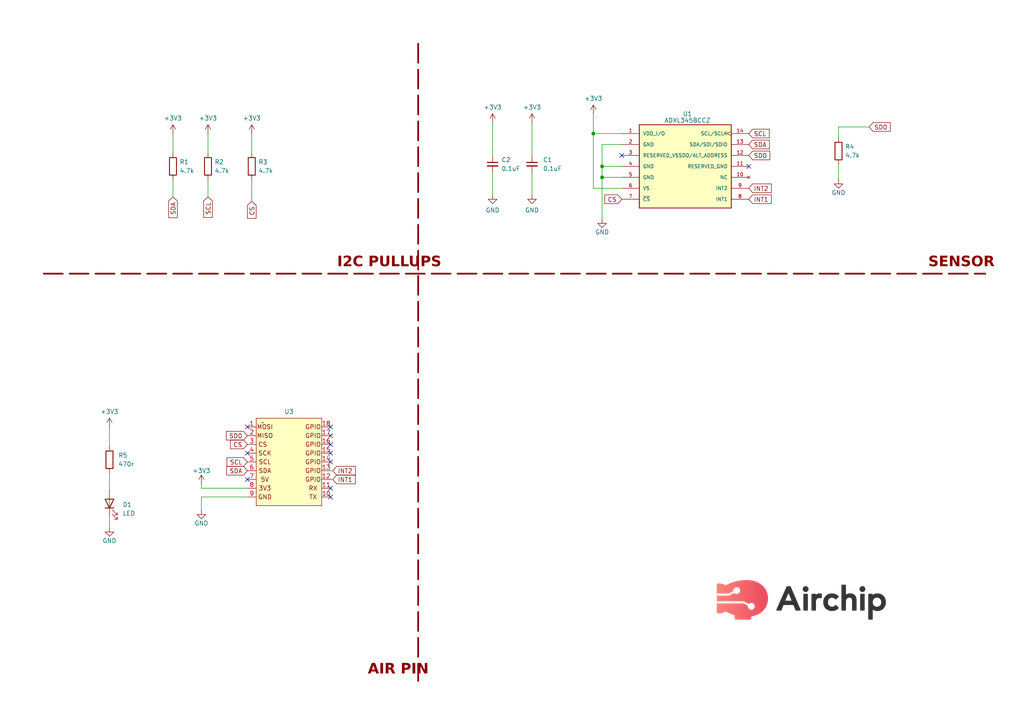
<source format=kicad_sch>
(kicad_sch (version 20230121) (generator eeschema)

  (uuid 26cb4c08-6ce0-4a3e-9ddf-c9a30da8d187)

  (paper "A4")

  (lib_symbols
    (symbol "ADXL345BCCZ:ADXL345BCCZ" (pin_names (offset 1.016)) (in_bom yes) (on_board yes)
      (property "Reference" "U1" (at 19.685 9.525 0)
        (effects (font (size 1.27 1.27)))
      )
      (property "Value" "ADXL345BCCZ" (at 20.32 7.62 0)
        (effects (font (size 1.27 1.27)))
      )
      (property "Footprint" "adxl345:IC_ADXL345BCCZ" (at 26.67 10.16 0)
        (effects (font (size 1.27 1.27)) (justify bottom) hide)
      )
      (property "Datasheet" "" (at 25.4 -8.89 0)
        (effects (font (size 1.27 1.27)) hide)
      )
      (property "PARTREV" "G" (at 26.035 8.89 0)
        (effects (font (size 1.27 1.27)) (justify bottom) hide)
      )
      (property "SNAPEDA_PN" "ADXL345BCCZ" (at 25.4 10.16 0)
        (effects (font (size 1.27 1.27)) (justify bottom) hide)
      )
      (property "STANDARD" "Manufacturer recommendations" (at 25.4 8.255 0)
        (effects (font (size 1.27 1.27)) (justify bottom) hide)
      )
      (property "MAXIMUM_PACKAGE_HEIGHT" "1.00mm" (at 24.13 7.62 0)
        (effects (font (size 1.27 1.27)) (justify bottom) hide)
      )
      (property "MANUFACTURER" "Analog Devices" (at 25.4 8.89 0)
        (effects (font (size 1.27 1.27)) (justify bottom) hide)
      )
      (symbol "ADXL345BCCZ_0_0"
        (rectangle (start 5.08 6.35) (end 31.75 -17.78)
          (stroke (width 0.254) (type default))
          (fill (type background))
        )
        (pin power_in line (at 0 3.81 0) (length 5.08)
          (name "VDD_I/O" (effects (font (size 1.016 1.016))))
          (number "1" (effects (font (size 1.016 1.016))))
        )
        (pin no_connect line (at 36.83 -8.89 180) (length 5.08)
          (name "NC" (effects (font (size 1.016 1.016))))
          (number "10" (effects (font (size 1.016 1.016))))
        )
        (pin passive line (at 36.83 -5.715 180) (length 5.08)
          (name "RESERVED_GND" (effects (font (size 1.016 1.016))))
          (number "11" (effects (font (size 1.016 1.016))))
        )
        (pin bidirectional line (at 36.83 -2.54 180) (length 5.08)
          (name "SDO/ALT_ADDRESS" (effects (font (size 1.016 1.016))))
          (number "12" (effects (font (size 1.016 1.016))))
        )
        (pin bidirectional line (at 36.83 0.635 180) (length 5.08)
          (name "SDA/SDI/SDIO" (effects (font (size 1.016 1.016))))
          (number "13" (effects (font (size 1.016 1.016))))
        )
        (pin input clock (at 36.83 3.81 180) (length 5.08)
          (name "SCL/SCLK" (effects (font (size 1.016 1.016))))
          (number "14" (effects (font (size 1.016 1.016))))
        )
        (pin power_in line (at 0 0.635 0) (length 5.08)
          (name "GND" (effects (font (size 1.016 1.016))))
          (number "2" (effects (font (size 1.016 1.016))))
        )
        (pin passive line (at 0 -2.54 0) (length 5.08)
          (name "RESERVED_VS" (effects (font (size 1.016 1.016))))
          (number "3" (effects (font (size 1.016 1.016))))
        )
        (pin power_in line (at 0 -5.715 0) (length 5.08)
          (name "GND" (effects (font (size 1.016 1.016))))
          (number "4" (effects (font (size 1.016 1.016))))
        )
        (pin power_in line (at 0 -8.89 0) (length 5.08)
          (name "GND" (effects (font (size 1.016 1.016))))
          (number "5" (effects (font (size 1.016 1.016))))
        )
        (pin power_in line (at 0 -12.065 0) (length 5.08)
          (name "VS" (effects (font (size 1.016 1.016))))
          (number "6" (effects (font (size 1.016 1.016))))
        )
        (pin input line (at 0 -15.24 0) (length 5.08)
          (name "~{CS}" (effects (font (size 1.016 1.016))))
          (number "7" (effects (font (size 1.016 1.016))))
        )
        (pin output line (at 36.83 -15.24 180) (length 5.08)
          (name "INT1" (effects (font (size 1.016 1.016))))
          (number "8" (effects (font (size 1.016 1.016))))
        )
        (pin output line (at 36.83 -12.065 180) (length 5.08)
          (name "INT2" (effects (font (size 1.016 1.016))))
          (number "9" (effects (font (size 1.016 1.016))))
        )
      )
    )
    (symbol "Device:C_Small" (pin_numbers hide) (pin_names (offset 0.254) hide) (in_bom yes) (on_board yes)
      (property "Reference" "C" (at 0.254 1.778 0)
        (effects (font (size 1.27 1.27)) (justify left))
      )
      (property "Value" "C_Small" (at 0.254 -2.032 0)
        (effects (font (size 1.27 1.27)) (justify left))
      )
      (property "Footprint" "" (at 0 0 0)
        (effects (font (size 1.27 1.27)) hide)
      )
      (property "Datasheet" "~" (at 0 0 0)
        (effects (font (size 1.27 1.27)) hide)
      )
      (property "ki_keywords" "capacitor cap" (at 0 0 0)
        (effects (font (size 1.27 1.27)) hide)
      )
      (property "ki_description" "Unpolarized capacitor, small symbol" (at 0 0 0)
        (effects (font (size 1.27 1.27)) hide)
      )
      (property "ki_fp_filters" "C_*" (at 0 0 0)
        (effects (font (size 1.27 1.27)) hide)
      )
      (symbol "C_Small_0_1"
        (polyline
          (pts
            (xy -1.524 -0.508)
            (xy 1.524 -0.508)
          )
          (stroke (width 0.3302) (type default))
          (fill (type none))
        )
        (polyline
          (pts
            (xy -1.524 0.508)
            (xy 1.524 0.508)
          )
          (stroke (width 0.3048) (type default))
          (fill (type none))
        )
      )
      (symbol "C_Small_1_1"
        (pin passive line (at 0 2.54 270) (length 2.032)
          (name "~" (effects (font (size 1.27 1.27))))
          (number "1" (effects (font (size 1.27 1.27))))
        )
        (pin passive line (at 0 -2.54 90) (length 2.032)
          (name "~" (effects (font (size 1.27 1.27))))
          (number "2" (effects (font (size 1.27 1.27))))
        )
      )
    )
    (symbol "Device:LED" (pin_numbers hide) (pin_names (offset 1.016) hide) (in_bom yes) (on_board yes)
      (property "Reference" "D" (at 0 2.54 0)
        (effects (font (size 1.27 1.27)))
      )
      (property "Value" "LED" (at 0 -2.54 0)
        (effects (font (size 1.27 1.27)))
      )
      (property "Footprint" "" (at 0 0 0)
        (effects (font (size 1.27 1.27)) hide)
      )
      (property "Datasheet" "~" (at 0 0 0)
        (effects (font (size 1.27 1.27)) hide)
      )
      (property "ki_keywords" "LED diode" (at 0 0 0)
        (effects (font (size 1.27 1.27)) hide)
      )
      (property "ki_description" "Light emitting diode" (at 0 0 0)
        (effects (font (size 1.27 1.27)) hide)
      )
      (property "ki_fp_filters" "LED* LED_SMD:* LED_THT:*" (at 0 0 0)
        (effects (font (size 1.27 1.27)) hide)
      )
      (symbol "LED_0_1"
        (polyline
          (pts
            (xy -1.27 -1.27)
            (xy -1.27 1.27)
          )
          (stroke (width 0.254) (type default))
          (fill (type none))
        )
        (polyline
          (pts
            (xy -1.27 0)
            (xy 1.27 0)
          )
          (stroke (width 0) (type default))
          (fill (type none))
        )
        (polyline
          (pts
            (xy 1.27 -1.27)
            (xy 1.27 1.27)
            (xy -1.27 0)
            (xy 1.27 -1.27)
          )
          (stroke (width 0.254) (type default))
          (fill (type none))
        )
        (polyline
          (pts
            (xy -3.048 -0.762)
            (xy -4.572 -2.286)
            (xy -3.81 -2.286)
            (xy -4.572 -2.286)
            (xy -4.572 -1.524)
          )
          (stroke (width 0) (type default))
          (fill (type none))
        )
        (polyline
          (pts
            (xy -1.778 -0.762)
            (xy -3.302 -2.286)
            (xy -2.54 -2.286)
            (xy -3.302 -2.286)
            (xy -3.302 -1.524)
          )
          (stroke (width 0) (type default))
          (fill (type none))
        )
      )
      (symbol "LED_1_1"
        (pin passive line (at -3.81 0 0) (length 2.54)
          (name "K" (effects (font (size 1.27 1.27))))
          (number "1" (effects (font (size 1.27 1.27))))
        )
        (pin passive line (at 3.81 0 180) (length 2.54)
          (name "A" (effects (font (size 1.27 1.27))))
          (number "2" (effects (font (size 1.27 1.27))))
        )
      )
    )
    (symbol "Device:R" (pin_numbers hide) (pin_names (offset 0)) (in_bom yes) (on_board yes)
      (property "Reference" "R" (at 2.032 0 90)
        (effects (font (size 1.27 1.27)))
      )
      (property "Value" "R" (at 0 0 90)
        (effects (font (size 1.27 1.27)))
      )
      (property "Footprint" "" (at -1.778 0 90)
        (effects (font (size 1.27 1.27)) hide)
      )
      (property "Datasheet" "~" (at 0 0 0)
        (effects (font (size 1.27 1.27)) hide)
      )
      (property "ki_keywords" "R res resistor" (at 0 0 0)
        (effects (font (size 1.27 1.27)) hide)
      )
      (property "ki_description" "Resistor" (at 0 0 0)
        (effects (font (size 1.27 1.27)) hide)
      )
      (property "ki_fp_filters" "R_*" (at 0 0 0)
        (effects (font (size 1.27 1.27)) hide)
      )
      (symbol "R_0_1"
        (rectangle (start -1.016 -2.54) (end 1.016 2.54)
          (stroke (width 0.254) (type default))
          (fill (type none))
        )
      )
      (symbol "R_1_1"
        (pin passive line (at 0 3.81 270) (length 1.27)
          (name "~" (effects (font (size 1.27 1.27))))
          (number "1" (effects (font (size 1.27 1.27))))
        )
        (pin passive line (at 0 -3.81 90) (length 1.27)
          (name "~" (effects (font (size 1.27 1.27))))
          (number "2" (effects (font (size 1.27 1.27))))
        )
      )
    )
    (symbol "air_1" (in_bom yes) (on_board yes)
      (property "Reference" "U" (at 7.62 2.54 0)
        (effects (font (size 1.27 1.27)))
      )
      (property "Value" "" (at 0 0 0)
        (effects (font (size 1.27 1.27)))
      )
      (property "Footprint" "" (at 0 0 0)
        (effects (font (size 1.27 1.27)) hide)
      )
      (property "Datasheet" "" (at 0 0 0)
        (effects (font (size 1.27 1.27)) hide)
      )
      (symbol "air_1_1_1"
        (rectangle (start -1.905 1.27) (end 17.145 -24.13)
          (stroke (width 0) (type default))
          (fill (type background))
        )
        (text "3V3" (at 0.635 -19.05 0)
          (effects (font (size 1.27 1.27)))
        )
        (text "5V" (at 0.635 -16.51 0)
          (effects (font (size 1.27 1.27)))
        )
        (text "CS" (at 0 -6.35 0)
          (effects (font (size 1.27 1.27)))
        )
        (text "GND" (at 0.635 -21.59 0)
          (effects (font (size 1.27 1.27)))
        )
        (text "GPIO" (at 14.605 -16.51 0)
          (effects (font (size 1.27 1.27)))
        )
        (text "GPIO" (at 14.605 -13.97 0)
          (effects (font (size 1.27 1.27)))
        )
        (text "GPIO" (at 14.605 -11.43 0)
          (effects (font (size 1.27 1.27)))
        )
        (text "GPIO" (at 14.605 -8.89 0)
          (effects (font (size 1.27 1.27)))
        )
        (text "GPIO" (at 14.605 -6.35 0)
          (effects (font (size 1.27 1.27)))
        )
        (text "GPIO" (at 14.605 -3.81 0)
          (effects (font (size 1.27 1.27)))
        )
        (text "GPIO" (at 14.605 -1.27 0)
          (effects (font (size 1.27 1.27)))
        )
        (text "MISO" (at 0.635 -3.81 0)
          (effects (font (size 1.27 1.27)))
        )
        (text "MOSI" (at 0.635 -1.27 0)
          (effects (font (size 1.27 1.27)))
        )
        (text "RX" (at 14.605 -19.05 0)
          (effects (font (size 1.27 1.27)))
        )
        (text "SCK" (at 0.635 -8.89 0)
          (effects (font (size 1.27 1.27)))
        )
        (text "SCL" (at 0.635 -11.43 0)
          (effects (font (size 1.27 1.27)))
        )
        (text "SDA" (at 0.635 -13.97 0)
          (effects (font (size 1.27 1.27)))
        )
        (text "TX" (at 14.605 -21.59 0)
          (effects (font (size 1.27 1.27)))
        )
        (pin input line (at -4.445 -1.27 0) (length 2.54)
          (name "" (effects (font (size 1.27 1.27))))
          (number "1" (effects (font (size 1.27 1.27))))
        )
        (pin input line (at 19.685 -21.59 180) (length 2.54)
          (name "" (effects (font (size 1.27 1.27))))
          (number "10" (effects (font (size 1.27 1.27))))
        )
        (pin input line (at 19.685 -19.05 180) (length 2.54)
          (name "" (effects (font (size 1.27 1.27))))
          (number "11" (effects (font (size 1.27 1.27))))
        )
        (pin input line (at 19.685 -16.51 180) (length 2.54)
          (name "" (effects (font (size 1.27 1.27))))
          (number "12" (effects (font (size 1.27 1.27))))
        )
        (pin input line (at 19.685 -13.97 180) (length 2.54)
          (name "" (effects (font (size 1.27 1.27))))
          (number "13" (effects (font (size 1.27 1.27))))
        )
        (pin input line (at 19.685 -11.43 180) (length 2.54)
          (name "" (effects (font (size 1.27 1.27))))
          (number "14" (effects (font (size 1.27 1.27))))
        )
        (pin input line (at 19.685 -8.89 180) (length 2.54)
          (name "" (effects (font (size 1.27 1.27))))
          (number "15" (effects (font (size 1.27 1.27))))
        )
        (pin input line (at 19.685 -6.35 180) (length 2.54)
          (name "" (effects (font (size 1.27 1.27))))
          (number "16" (effects (font (size 1.27 1.27))))
        )
        (pin input line (at 19.685 -3.81 180) (length 2.54)
          (name "" (effects (font (size 1.27 1.27))))
          (number "17" (effects (font (size 1.27 1.27))))
        )
        (pin input line (at 19.685 -1.27 180) (length 2.54)
          (name "" (effects (font (size 1.27 1.27))))
          (number "18" (effects (font (size 1.27 1.27))))
        )
        (pin input line (at -4.445 -3.81 0) (length 2.54)
          (name "" (effects (font (size 1.27 1.27))))
          (number "2" (effects (font (size 1.27 1.27))))
        )
        (pin input line (at -4.445 -6.35 0) (length 2.54)
          (name "" (effects (font (size 1.27 1.27))))
          (number "3" (effects (font (size 1.27 1.27))))
        )
        (pin input line (at -4.445 -8.89 0) (length 2.54)
          (name "" (effects (font (size 1.27 1.27))))
          (number "4" (effects (font (size 1.27 1.27))))
        )
        (pin input line (at -4.445 -11.43 0) (length 2.54)
          (name "" (effects (font (size 1.27 1.27))))
          (number "5" (effects (font (size 1.27 1.27))))
        )
        (pin input line (at -4.445 -13.97 0) (length 2.54)
          (name "" (effects (font (size 1.27 1.27))))
          (number "6" (effects (font (size 1.27 1.27))))
        )
        (pin input line (at -4.445 -16.51 0) (length 2.54)
          (name "" (effects (font (size 1.27 1.27))))
          (number "7" (effects (font (size 1.27 1.27))))
        )
        (pin input line (at -4.445 -19.05 0) (length 2.54)
          (name "" (effects (font (size 1.27 1.27))))
          (number "8" (effects (font (size 1.27 1.27))))
        )
        (pin input line (at -4.445 -21.59 0) (length 2.54)
          (name "" (effects (font (size 1.27 1.27))))
          (number "9" (effects (font (size 1.27 1.27))))
        )
      )
    )
    (symbol "power:+3V3" (power) (pin_names (offset 0)) (in_bom yes) (on_board yes)
      (property "Reference" "#PWR" (at 0 -3.81 0)
        (effects (font (size 1.27 1.27)) hide)
      )
      (property "Value" "+3V3" (at 0 3.556 0)
        (effects (font (size 1.27 1.27)))
      )
      (property "Footprint" "" (at 0 0 0)
        (effects (font (size 1.27 1.27)) hide)
      )
      (property "Datasheet" "" (at 0 0 0)
        (effects (font (size 1.27 1.27)) hide)
      )
      (property "ki_keywords" "power-flag" (at 0 0 0)
        (effects (font (size 1.27 1.27)) hide)
      )
      (property "ki_description" "Power symbol creates a global label with name \"+3V3\"" (at 0 0 0)
        (effects (font (size 1.27 1.27)) hide)
      )
      (symbol "+3V3_0_1"
        (polyline
          (pts
            (xy -0.762 1.27)
            (xy 0 2.54)
          )
          (stroke (width 0) (type default))
          (fill (type none))
        )
        (polyline
          (pts
            (xy 0 0)
            (xy 0 2.54)
          )
          (stroke (width 0) (type default))
          (fill (type none))
        )
        (polyline
          (pts
            (xy 0 2.54)
            (xy 0.762 1.27)
          )
          (stroke (width 0) (type default))
          (fill (type none))
        )
      )
      (symbol "+3V3_1_1"
        (pin power_in line (at 0 0 90) (length 0) hide
          (name "+3V3" (effects (font (size 1.27 1.27))))
          (number "1" (effects (font (size 1.27 1.27))))
        )
      )
    )
    (symbol "power:GND" (power) (pin_names (offset 0)) (in_bom yes) (on_board yes)
      (property "Reference" "#PWR" (at 0 -6.35 0)
        (effects (font (size 1.27 1.27)) hide)
      )
      (property "Value" "GND" (at 0 -3.81 0)
        (effects (font (size 1.27 1.27)))
      )
      (property "Footprint" "" (at 0 0 0)
        (effects (font (size 1.27 1.27)) hide)
      )
      (property "Datasheet" "" (at 0 0 0)
        (effects (font (size 1.27 1.27)) hide)
      )
      (property "ki_keywords" "power-flag" (at 0 0 0)
        (effects (font (size 1.27 1.27)) hide)
      )
      (property "ki_description" "Power symbol creates a global label with name \"GND\" , ground" (at 0 0 0)
        (effects (font (size 1.27 1.27)) hide)
      )
      (symbol "GND_0_1"
        (polyline
          (pts
            (xy 0 0)
            (xy 0 -1.27)
            (xy 1.27 -1.27)
            (xy 0 -2.54)
            (xy -1.27 -1.27)
            (xy 0 -1.27)
          )
          (stroke (width 0) (type default))
          (fill (type none))
        )
      )
      (symbol "GND_1_1"
        (pin power_in line (at 0 0 270) (length 0) hide
          (name "GND" (effects (font (size 1.27 1.27))))
          (number "1" (effects (font (size 1.27 1.27))))
        )
      )
    )
  )

  (junction (at 174.625 48.26) (diameter 0) (color 0 0 0 0)
    (uuid 49fd135f-f356-49a1-88f9-9260ea50156d)
  )
  (junction (at 172.085 38.735) (diameter 0) (color 0 0 0 0)
    (uuid 7f3a1a84-3e3c-4866-b865-14d5992375eb)
  )
  (junction (at 174.625 51.435) (diameter 0) (color 0 0 0 0)
    (uuid 893f543c-6da3-4508-ada9-2db1668210e2)
  )

  (no_connect (at 95.885 123.825) (uuid 0c4267c2-b1ba-41af-8f4d-7be1e598dfb2))
  (no_connect (at 71.755 123.825) (uuid 4df730e9-913c-442d-8331-ed290c9e7561))
  (no_connect (at 95.885 133.985) (uuid 71f8877b-bca2-49f4-8c30-36154041f500))
  (no_connect (at 180.34 45.085) (uuid 79cf5c4c-bd53-45c8-b58d-b44af4cc419f))
  (no_connect (at 95.885 126.365) (uuid 8aaf0ad9-c4ca-494e-8917-00b400234db3))
  (no_connect (at 95.885 131.445) (uuid 957f83ef-9bec-44e6-adf2-3b51f70dce1f))
  (no_connect (at 95.885 128.905) (uuid b06abf85-c9cb-4dd9-ad58-1ebf060e1219))
  (no_connect (at 71.755 139.065) (uuid d486f3c2-d8af-4b7a-b55e-4e189f71fd12))
  (no_connect (at 95.885 144.145) (uuid d49742cf-eeab-41b0-8561-352692fb8a4f))
  (no_connect (at 95.885 141.605) (uuid d8d59066-b749-4b13-8f6f-c5b31f1d8fc5))
  (no_connect (at 71.755 131.445) (uuid f17e2156-046a-4c43-bb27-2683eef4dd6b))
  (no_connect (at 217.17 48.26) (uuid f936797a-098a-4086-9ae8-66af58bda3c9))

  (wire (pts (xy 154.305 56.515) (xy 154.305 50.165))
    (stroke (width 0) (type default))
    (uuid 088143a5-e153-4810-8f64-8d232f87d07c)
  )
  (wire (pts (xy 31.75 149.86) (xy 31.75 153.035))
    (stroke (width 0) (type default))
    (uuid 08a179f6-f418-4d70-a87e-0afd5dc9d1ea)
  )
  (wire (pts (xy 31.75 123.825) (xy 31.75 129.54))
    (stroke (width 0) (type default))
    (uuid 147c5f4d-577e-445b-8aeb-1f95aa6236da)
  )
  (polyline (pts (xy 12.7 79.375) (xy 285.75 79.375))
    (stroke (width 0.5) (type dash) (color 132 0 0 1))
    (uuid 1a1d8bc4-211c-4fd3-9730-2026f178720d)
  )

  (wire (pts (xy 73.025 38.735) (xy 73.025 44.45))
    (stroke (width 0) (type default))
    (uuid 1f9690f3-8a46-4f52-91a3-9d50efcbf7c1)
  )
  (wire (pts (xy 95.885 139.065) (xy 96.52 139.065))
    (stroke (width 0) (type default))
    (uuid 2706a09b-06a5-479b-99bb-6fb3076ce5d4)
  )
  (wire (pts (xy 31.75 137.16) (xy 31.75 142.24))
    (stroke (width 0) (type default))
    (uuid 2a4be7f9-18fb-43bb-98b8-2db0f4485a2f)
  )
  (wire (pts (xy 142.875 56.515) (xy 142.875 50.165))
    (stroke (width 0) (type default))
    (uuid 2ec7f853-d139-4310-bda5-19655d71738b)
  )
  (wire (pts (xy 73.025 52.07) (xy 73.025 58.42))
    (stroke (width 0) (type default))
    (uuid 31a0f17b-a679-433f-a4ca-b8de54f26327)
  )
  (wire (pts (xy 95.885 136.525) (xy 96.52 136.525))
    (stroke (width 0) (type default))
    (uuid 3bb70d25-cc2f-4a67-8c13-69afa63a561b)
  )
  (wire (pts (xy 50.165 38.735) (xy 50.165 44.45))
    (stroke (width 0) (type default))
    (uuid 3dbf39f8-d712-4c04-9a97-93494ba43b2d)
  )
  (wire (pts (xy 174.625 51.435) (xy 180.34 51.435))
    (stroke (width 0) (type default))
    (uuid 3dec92e7-ef0e-450b-9b2b-9f80ca8fb5ac)
  )
  (wire (pts (xy 174.625 48.26) (xy 174.625 41.91))
    (stroke (width 0) (type default))
    (uuid 438e2997-0123-4d98-8ab8-a0ab78021d49)
  )
  (wire (pts (xy 58.42 141.605) (xy 71.755 141.605))
    (stroke (width 0) (type default))
    (uuid 5c33bbce-0c51-4ccd-8fc5-310c635e25dd)
  )
  (wire (pts (xy 180.34 54.61) (xy 172.085 54.61))
    (stroke (width 0) (type default))
    (uuid 60143349-1e9a-411c-a558-2c563d93c9a7)
  )
  (wire (pts (xy 58.42 144.145) (xy 71.755 144.145))
    (stroke (width 0) (type default))
    (uuid 666ec60a-a9cc-4879-8921-8d339b43f16c)
  )
  (wire (pts (xy 174.625 63.5) (xy 174.625 51.435))
    (stroke (width 0) (type default))
    (uuid 793ec944-5aab-4ba0-9c1b-c8dd1c232f45)
  )
  (wire (pts (xy 172.085 33.02) (xy 172.085 38.735))
    (stroke (width 0) (type default))
    (uuid 8c3da08b-5487-45e6-a4a0-6b53e56c5c00)
  )
  (wire (pts (xy 174.625 51.435) (xy 174.625 48.26))
    (stroke (width 0) (type default))
    (uuid 8daea27c-d1df-459a-8d43-4075073ed907)
  )
  (wire (pts (xy 60.325 38.735) (xy 60.325 44.45))
    (stroke (width 0) (type default))
    (uuid 90f57534-85e2-412b-94e0-523acff87d82)
  )
  (wire (pts (xy 154.305 35.56) (xy 154.305 45.085))
    (stroke (width 0) (type default))
    (uuid 9eff1793-4c4b-40ea-a49c-c6ea08c4fb8b)
  )
  (polyline (pts (xy 121.285 12.7) (xy 121.285 79.375))
    (stroke (width 0.5) (type dash) (color 132 0 0 1))
    (uuid a416701c-449a-41e9-8310-2cf50658f7ad)
  )

  (wire (pts (xy 174.625 48.26) (xy 180.34 48.26))
    (stroke (width 0) (type default))
    (uuid b2a56cf5-35d7-46e1-b25e-fcb330c70950)
  )
  (wire (pts (xy 243.205 40.005) (xy 243.205 36.83))
    (stroke (width 0) (type default))
    (uuid bb50ef8d-5d7d-4e36-a9a0-7a05f0e8a8c2)
  )
  (wire (pts (xy 172.085 54.61) (xy 172.085 38.735))
    (stroke (width 0) (type default))
    (uuid c06a0497-f4d4-4353-bbc2-2a2520b05bd6)
  )
  (wire (pts (xy 50.165 57.15) (xy 50.165 52.07))
    (stroke (width 0) (type default))
    (uuid d3265b28-8b84-400a-bc3f-92441907bf2d)
  )
  (wire (pts (xy 60.325 57.15) (xy 60.325 52.07))
    (stroke (width 0) (type default))
    (uuid d6bf6d82-e8c8-43c7-beaf-d21d906c1c13)
  )
  (wire (pts (xy 172.085 38.735) (xy 180.34 38.735))
    (stroke (width 0) (type default))
    (uuid d71cc3d0-7a4d-4482-bbd5-8cb82def7e03)
  )
  (wire (pts (xy 243.205 47.625) (xy 243.205 52.07))
    (stroke (width 0) (type default))
    (uuid dac67ede-79c4-4231-a5cf-48af8d528345)
  )
  (wire (pts (xy 174.625 41.91) (xy 180.34 41.91))
    (stroke (width 0) (type default))
    (uuid e344e3c7-fd6b-4fad-8f03-91dd546b4979)
  )
  (wire (pts (xy 58.42 147.955) (xy 58.42 144.145))
    (stroke (width 0) (type default))
    (uuid e3487886-c7e3-457f-a5f6-7da1bbde1674)
  )
  (wire (pts (xy 58.42 140.335) (xy 58.42 141.605))
    (stroke (width 0) (type default))
    (uuid f0c36664-f6a8-4895-acb5-a6e2446d6e05)
  )
  (wire (pts (xy 243.205 36.83) (xy 252.095 36.83))
    (stroke (width 0) (type default))
    (uuid f334737c-1d78-45f0-961f-68a19949358a)
  )
  (polyline (pts (xy 121.285 80.01) (xy 121.285 197.485))
    (stroke (width 0.5) (type dash) (color 132 0 0 1))
    (uuid fc83466b-7c74-416b-a33e-1347b84cd8e6)
  )

  (wire (pts (xy 142.875 35.56) (xy 142.875 45.085))
    (stroke (width 0) (type default))
    (uuid fdfd08e8-fd05-4831-b793-523ad1c7bca6)
  )

  (image (at 232.41 173.99) (scale 0.289816)
    (uuid 95fec854-336c-4354-b1cc-c26ce71282da)
    (data
      iVBORw0KGgoAAAANSUhEUgAAB9AAAAHVCAYAAACpJWDwAAAABHNCSVQICAgIfAhkiAAAIABJREFU
      eJzs3XeYnGW9//F3SEKyCS0hARUVBCSKYvuiqKiAokRasKAeRUn4WSghFUTNsYAiICGNA6gQEBso
      TfEg6hFE8KjouRFsIAgiiEJCEwhJKJnfH88sKdtmdmfmnvJ+XddcuzzPPfd8dpjMzj6fpwxDkjrQ
      ox+ZPhzYnBKbA5sDW5S/dt82BbqATSkxFugqwSbl5SOBzYqZSpsAI4CNgTHFIjYFNuo3QKnXpSuB
      J8oDHgWeLsHjwBOUeILi+5XACuAx4N/l77tvD5eXPUiJh4AHgYc2P//MFZU+L5IkSZIkSZIkSZ1s
      WO4AklQLj3706E2BZ1NiIvAcYCKw5Tpft4TS+PL3W1GU4X0V2esrrfel95UDLKp+TGn9YZXM2ff8
      TwIPQel+4F5gObAMuJcS3cvuA+4G7tv862c9XeWjSZIkSZIkSZIktQULdElN7bGPHb0J8FxKbAPP
      3J4LbFOCZwFbU3wdDQxQNA+t7G7hAr3vhT0XPV0qCvV/lG/3UBTrdwJ3UOLOLb5x1oNVppEkSZIk
      SZIkSWoJFuiSsnnsYzOGUZTf2wLbQWnb8vfdt+fRfar0SntqC/R+xleWtYKn8BHgb8CdULoduLV8
      u22Lb3z5H1XllCRJkiRJkiRJaiIW6JLq6rHDZ4wCdijftn/m+xI7AC+guHZ4WT/VrQV6depboPe3
      YAUlbgP+AtwC/An4I3DbFt/88lP9TS1JkiRJkiRJkpSbBbqkIVtxxIzhJXg+8CJgJ0pMAiYBO1Gc
      br2nattvC/Tq5CvQ+5rgSYpC/Q/An4GbgN9t8c0v39Pfw0mSJEmSJEmSJDWSBbqkiq04YubGFCX5
      zlDaGXgp8EJgp9K6R5IPukC2QN9wQBsV6H1ZTokbgN+VKL4Ct4/71per/YklSZIkSZIkSZKGzAJd
      Ug8rjpw5HNgReDnwUkq8FNi5vGx4MWr9frPU53/0wQK9ogEdUKD39vw+BKXfAL8Grgd+M+5bX3mg
      ylklSZIkSZIkSZKqZoEudbgVR84cR1GUvxx4WfnrzkDXM4MqKGMt0Ac350ADOrRA722S2yhxPfAL
      4FrglnHf/opHqUuSJEmSJEmSpJqyQJc6yIqjZj4LCOAVQFBiV+B5A97RAr2foRbo1U3Q95wDFOgb
      Lrof+F/gOopC/Xfjvv2Vp6p8ZEmSJEmSJEmSpPVYoEttasVRs7YCXg2l3Vhbmj9nvUGVFp0W6P0M
      tUCvboK+56yyQN/QI8DPgauAqyjxp3EXeIS6JEmSJEmSJEmqjgW61AYenz5rLMUR5bsBrwZeU4Jt
      i7XVldKVj7NAr8WcAw2wQB/kvCXuo7tMhx+Nu+Ar/6wylSRJkiRJkiRJ6kAW6FILenz6rB2B1wOv
      A3YHXgJstG7BWOrlux4s0C3Q27dA39BNULoCuBL41bgLvvp0FbNJkiRJkiRJkqQOYYEuNbnHp88a
      TXFUeXdh/npgYq+DLdAt0Psd39EF+roLHwZ+AlxeKnHF+Au/+nAVM0uSJEmSJEmSpDZmgS41mceP
      nrUZRUn+Jkq8CdgVGFXRnS3QLdD7HW+B3mNJiacorp3+PeD74y/86t1VPIokSZIkSZIkSWozFuhS
      Zo8fPXs88CZgTyi9AXglsBEwpNLUAn0ok/Q+xgK9t5UtX6BvKAEXAxeNv/Crt1fxiJIkSZIkSZIk
      qQ1YoEsN9viM2ZsDb6TEXsBbgJfxzL/FDdo8C/R+V1mgVzu/BXqPJf3PeQNwEXDB+Au/+vcqHl2S
      JEmSJEmSJLUoC3SpzlbOmD26BG+kKMv3ojgl+0YVFXwW6P2uskCvdn4L9B5LKp/zeuACSlww/jtf
      XVZFEkmSJEmSJEmS1EIs0KUaWzlj9jCKo8rfVr69oQSjewy0QK8ukAV6dSzQK1pYRYHePcVTwP8A
      3wC+N/47X11Z5QySJEmSJEmSJKmJWaBLNbBy5uxnUWIfisL8rcDEdddXXvRaoFcz3gK92vkt0Hss
      Gdrz+ihwMZTOG/+ds6+rciZJkiRJkiRJktSELNClQVg5c/Zw4HXAZGBf4JVV99QW6NUFskCvjgV6
      RQuHWKCvu/BW4Bzg/PHfOdtTvEuSJEmSJEmS1KIs0KUKrZw5ZyLw9uJWmgxssd4AC/Tq5rVAr2iA
      Bfog5218gd7tKeByYCnwo/HfOXtNlY8gSZIkSZIkSZIyskCX+rFy1pyXAAdS4gDgtTzzb6a6cs8C
      fXBzDrTKAr3a+S3Qeyyp1/NauIMSZwHnjv/u2Q9W+UiSJEmSJEmSJCkDC3RpHStnzRkJvAk4AJgC
      bAcMuTS0QB/cnAOtskCvdn4L9B5L6lugd69aBVwInDH+u2f/X5WPKEmSJEmSJEmSGsgCXR1v5aw5
      YyhOzX4QRXG+eY9BFugDLrRAH9ycAw2wQB/kvM1VoK/r1yVYAFy25XfPfqrKR5ckSZIkSZIkSXVm
      ga6OtHLWnPHAfsA7gcnA6H7vYIE+4EIL9MHNOdAAC/RBztu8BXr3or8Di4ClW3737EerTCFJkiRJ
      kiRJkurEAl0dY+XsOVtRFObvosSewIiK72yBPuBCC/TBzTnQAAv0Qc7b/AV6t0cocTawaMuLzv5H
      lWkkSZIkSZIkSVKNWaCrra2aPXc8lN4BHFyCvYHhQA3KSAt0C/TazDnQAAv0Qc7bOgV694IngfOB
      U7a86Oy/VplKkiRJkiRJkiTViAW62k5RmvMO4GDgLVAaAYMoePsdb4FugV6bOQcaYIE+yHlbr0Dv
      tga4CEonbXnROTdVF06SJEmSJEmSJA2VBbrawqo5c7uAAynxfoprmm+8du0GRWSP/6iABfqACy3Q
      BzfnQAMs0Ac5b+sW6Osu/D5w/JYXnfO7irJJkiRJkiRJkqQhs0BXy1o1Z+4IitOyf4DiiPOx/ZVb
      FuiVZqh0nAV6LeYcaIAF+iDnbY8CvZtFuiRJkiRJkiRJDWKBrpazas7cXYEPAe8DJq630gK9l28t
      0KufpPcxFui9rbRAb0CB3u0y4D+3vOicP/f9gJIkSZIkSZIkaSgs0NUSVs2Zuw3FkeaHAjv3OdAC
      vZdvLdCrn6T3MRbova20QG9ggV6sKPFN4DNbXnzOnX0/sCRJkiRJkiRJGgwLdDWtVXPnjqHEQRSl
      +d7ARgPeyQK9l28t0KufpPcxFui9rbRAb3CB3r3qSeAM4MQtLz7n/r4HS5IkSZIkSZKkaligq+ms
      mjs3gP8HvJ8Sm1d1Zwv0Xr61QK9+kt7HWKD3ttICPVOB3u0R4FRgwZYXn/N433eSJEmSJEmSJEmV
      sEBXU1g195hxUDqEojh/+TMralhuWaBXmqHScRbotZhzoAEW6IOct3MK9G73AMcB397y4nOq/akk
      SZIkSZIkSVKZBbqyWTX3mGHAHsBHgXdCaVSPQRbo1bFAt0Dvd7wFeo8l7VOgd7semLXlxef8ut9R
      kiRJkiRJkiSpVxboarjVxxwzHvhQqcTHgBetXVO7Iq63hRbolWaodJwFei3mHGiABfog5+3cAr3b
      tynx8S0vOeeeikZLkiRJkiRJkiTAAl0NtPqYY14LHA68B+jqWVxZoFugW6BvOMACfZDzWqBDiceA
      40uwaMIl5zxV4b0kSZIkSZIkSepoQyrQ1xz/qS1KJV4KTAK2ADZdZ/VqYOUG3z9MiVXl7x8CHgAe
      HH78F1eitrT6mGO6gPcDR7Putc3prbiyQLdAt0DfcIAF+iDntUBf93n9E3DUhEvO+XmF95QkSZIk
      SZIkqWNVXaCvOf5TOwAfBPYHXlUqVTlH70XBKuBBYBlwLyXuBu4F/gncDdwJ/G34CSc9Xm1e5bH6
      mGO2A44EPgyM622MBXoFCy3Q+11lgV7t/BboPZZ0RoHe7ZvA3AmXnLOswhkkSZIkSZIkSeo4FZff
      a46ftxuU/pOiOH9GXcqHvue8F7ijBHcAtwA3A3+mxO0jPn/Sk1UmUY2tPuaYYcCewAzgQGCj/sZb
      oFew0AK931UW6NXOb4HeY0lnFehQ7Kw2F0rnT7hkabU/vSRJkiRJkiRJbW/AAn3N8fMmAqcChzas
      fBhgzl7Kh6eAW4Eby7ffQemGEZ8/+cEq02kQVh97zCjgEErMBl5S6f0s0CtYaIHe7yoL9Grnt0Dv
      saTzCvTulVcBH51wydI7KpxNkiRJkiRJkqSO0G+Bvub4eXsAFwDPLpY0bYHe16i7gV+Xb78Cbhjx
      +ZNXDxxSlVh97DETKE7TfhSwVbWlmQV6BQst0PtdZYFe7fwW6D2WdG6BDrAS+AywcMIlS5+ucFZJ
      kiRJkiRJktpanwX6muPnTQWWst5puFuuQN/QE8ANlPg5cA3wixFfOPmx/h9NG1p97LEvgtJs4EPA
      6GdWWKBXfvdKF1qg97vKAr3a+S3Qeyzp7AK92/XAoRMuWfqXCmeWJEmSJEmSJKlt9Vqgrzlh3uGU
      OKvnmpYv0Ddc9TTwf8DVwI+BX474wsleS70Pq4899nXAJ4H9odTztWOBXvndK11ogd7vKgv0aue3
      QO+xxAK920pKfApYMuHSpWsqfARJkiRJkiRJktpOjxJ0zQnz3gV8l9K6R553a7sCfUOPAj+lKNN/
      OOILJ9/df5L2t/rYY4cBkymK8zeuXTP00swCvYKFFuj9rrJAr3Z+C/QeSyzQN1x0LTB1wqVL/1bh
      o0iSJEmSJEmS1FbWK9DXnDDvhcDvgLFZy4d8BfqG424AvleC74088eQ/VHivtrD648eOoMTBwCeA
      l/UcYYFe2WP3s8oCvbpAFujVsUCvaKEFeq+LHgOmT7h06fkVPpIkSZIkSZIkSW3jmQJ9zQnzhgO/
      BnYF8pYPzVOgr/vlDihdClw48sRTUoUztJzVHz92Y+CDwCcpsUPfIy3QK3vsflZZoFcXyAK9Ohbo
      FS20QO930XeAwydcuvThCh9RkiRJkiRJkqSWt26BfhTwX8+ssUDvpXx45rvbKIqFb4888ZSbK5yt
      qZWL88OATwHPA+pTRK473AJ94IUW6P2uskCvdn4L9B5LLNAHmvcu4JAJly69rsJHlSRJkiRJkiSp
      pQ0DWHPCvC7gb8DWz6yxQO+vQF/X74CvUZTp91c4c9N44uPHdgEfKcExdBfn3SzQ+xlvgW6BXps5
      BxpggT7IeS3Qa/m6XQN8Hvj8hEuXPl3ho0uSJEmSJEmS1JK6C/TpwOnrrbFAr7RA7/YkJS6nKNOv
      HPnFU5q6ZHiiOOL8YxRHnD+rYUXkusMt0AdeaIHe7yoL9Grnt0DvscQCvZp5r6bEByZctvTeChNI
      kiRJkiRJktRyugv03wGvWG+NBXq1Bfq6q/8BnA2cPfKLp/yrwkdriCeOO3YEJaYBn2adI84t0Kud
      1wLdAr02cw40wAJ9kPNaoNfrdXsf8N4Jly39eYUpJEmSJEmSJElqKcPWnDBvEnBLjzUW6EMp0Ls9
      BXwfOHPkF0+5usJHrYsnjjt2I+AQ4DOU2GHD9Rbo1c5rgW6BXps5BxpggT7IeS3Q6/m6XQN8Fjhx
      wmVLq30GJUmSJEmSJElqasN6PX07WKCvM24IBfq6/gAsoMS3R550yhMVJqiJJ4479h3AicCLgbxF
      5LrDLdAHXmiB3u8qC/Rq57dA77HEAr26edcf8wPgkAmXLX2kwkSSJEmSJDWliBgBvACYAIzKHKfb
      CuDelNLduYNIktRphq05Yd4FwPt6rLFAr3WB3j3mPuC/gC+PPOmU+ytMMihPHPfxNwCnQOn1G2To
      JVYvLND7GW+BboFemzkHGmCBPsh5LdAb9br9C3DQhMuW9jyTjSRJkiRJTS4i9gSmA5OBsXnT9Ole
      4BJgUUrpr7nDSJLUCYatOWHejcDLe6yxQK9Xgd5tBXAOcOrIk065p8JEFXniuI/vDJwMHNBrMAt0
      C/Rq57dA72eoBXp1E/Q9pwX64Ofsb1wDXrePAodOuGzpZZUFkyRJkiQpr4gYT7Ft9h25s1ThSeAk
      4ISU0tO5w0iS1M6GrTlh3oPAuB5rLNDrXaB3exJK5wGnjjzpS0Pag/CJ4z6+HfBp4FBgeJ8PaoFu
      gV7t/Bbo/Qy1QK9ugr7ntEAf/Jz9jWvc67b0WeDzEy47t9pnVZIkSZKkhomI5wI/A3bMnWWQvge8
      J6X0ZO4gkiS1q2FrTphX8bZ1C/S6FOjdC9cAl1Oc3v1nI0/60poKZuOJT3x8I2B3SnwY+ADrFed9
      PKgFugV6tfNboPcz1AK9ugn6ntMCffBz9jeugQU6wIXAtAmXnbuqgtkkSZIkSWqoiOgCrgd2yZ1l
      iM5KKR2ZO4QkSe3KAr2CB2pQgb6uB0rwI+CXlLgFuJPilO9PABOArYGXArsB+wDPrqrxskC3QK92
      fgv0foZaoFc3Qd9zWqAPfs7+xjW4QAe4vgQHTbzs3HsrmFGSJEmSpIaJiJOAT+TOUSN7p5Suyh1C
      kqR2ZIFewQNlKNCrL80s0PsZb4FeyfhK5+1roQX64OYcaIAF+iDntUDPWaBTgruAAyZedu7vK5hV
      kiRJkqS6i4hxwN3A2NxZauR/U0pvyB1CkqR2tFHuAJIkqe08H7hu+UGH7Z07iCRJkiRJZe+mfcpz
      gN0jYvvcISRJakcW6JIkqR42A364/KDDDskdRJIkSZIk4E25A9TBHrkDSJLUjizQJUlSvYwEvrH8
      oMPa5fpykiRJkqTWtWPuAHXwgtwBJElqRxbokiSp3k5aftBhpy8/6LBhuYNIkiRJkjpWV+4AdbBZ
      7gCSJLUjC3RJktQI0ymORh+RO4gkSZIkSZIkSX2xQJckSY3yAeDS5Qcd1o57/UuSJEmSJEmS2oAF
      uiRJaqQDgCuWH3TY5rmDSJIkSZIkSZK0IQt0SZLUaHsBP7FElyRJkiRJkiQ1Gwt0SZKUw2uwRJck
      SZIkSZIkNRkLdEmSlMtrgGuWTzlsYu4gkiRJkiRJkiSBBbokScrrFcDVluiSJEmSJEmSpGYwIncA
      SZLU8V5KUaK/ceL3z304dxhJklSZiNgaeBEwCdgR2AzYpHwDeKx8ewS4DbgVuCWldF/j00qSJKmV
      RcSmwE4Unz93AsYDmwJblIesZu1nz7uAvwC3AH9PKT3d8MCSWpoFuiRJagYvBX68fMphb5v4/XP/
      nTuMpPYSEeOA/wAmA7sA4/ImesYqig07vwC+lVJKmfNI/YqI5wBvA/YE9ga2GeQ89wA/Ba4BfpxS
      +leNIkqSJKlNRMRYYC/gLeWvLwOGDWKqRyPiWuBq4Kcppd/XLqWkdjVszQnzSr2u6XVpz4Wl3u/d
      t0rmHWDOHqsrzFrp/BuOK224YCjzVvq8VjPngOMGfn6rfQorn6SfGSr5H1nD11dpwHHVzFtd1sqf
      3+r+LfR394pet0N6fZX6/q8a/lvob1XDXrc93gtqN+dAA6p+L+h3fGVZq3sKa/fvtp9XVPXz5vwd
      NsCqfL/DBphkyK/bXt51Bvce87/A2yZ+/9zHK7y3JPUpIoYBc4BPA5tnjlOJK4DpKaU7cweRukXE
      JsA7gA9RbLwczEbL/pQoyvRvAJemlFbUeH5JkgCIiBuBl+fOUWOLU0qzcoeQaiUiNqLYWfNDwLtY
      e2ajWroZ+DrwzZTSP+owv6Q24DXQJUlSM9kd+O/lUw7ryh1EUmuLiDHAfwPzaY3yHGA/4IaI2Ct3
      ECkiJkTEicA/KDYw7k3ty3PKc761/Bj3RMQXImJCHR5HkiRJTSoiRkbEVIpTrl8FHEp9ynOAFwMn
      AXdFxIURsUudHkdSC7NAlyRJzWYv4ILlUw4bnjuIpNZUPvL8ImDf3FkGYRxweUS029FRahERsUVE
      zAfuBD5FY3dA2RyYB9wZEadGxBYD3UGSJEmtKyI2iogPA7cD5wEvbODDDwPeC/w+Ir4XES9u4GNL
      anIW6JIkqRlNAb66fMq0ehzpJqn9HUVrlufdNgEujIiNcwdR54iIYRFxKHAbMBcYmzHOWOAY4LZy
      JkmSJLWZiNgV+C1wNvC8zHGmAH+IiNPK116X1OEs0CVJUrM6DDgxdwhJrSUiNgU+lztHDbyI4n1Q
      qruIeDZwJfA1oJlOnz4B+FpEXFnOKEmSpBZXPl37F4FfA6/KnWcdw4E5wB8jYvfcYSTlZYEuSZKa
      2SeXT5k2K3cISS3l/wFb5g5RI3Mjwr/ZVFcR8RbgJmCf3Fn6MRm4KSLenDuIJEmSBi8ingtcB3yS
      orBuRtsB10bEJ8uXB5PUgdwYI0mSmt3C5VOmvTt3CEnNLyKGAzNz56ihHSmKQ6kuIuJo4CfAxNxZ
      KjAR+J+ImJ47iCRJkqoXEbsBCdgtd5YKbAR8EfhORHTlDiOp8SzQJUlSK/jG8inTXpc7hKSmN4Xi
      aIF2MiN3ALWf8vXOvwQsobW2C2wEnB4Rp3g0kCRJUuuIiAOAnwFb5c5SpYOBqyJi89xBJDVWK/2h
      LEmSOtdo4PLlB07bPncQSU1tTu4AdbBPREzKHULto1w8nwkcmzvLEHwcONMSXZIkqflFxIHAJUCr
      Hsn9OuBqS3Sps1igS5KkVjEB+OHyA6eNzx1EUvOJiF2B3XPnqBNPWa1aOgU4PHeIGjgcOCl3CEmS
      JPUtIiYDFwMjc2cZolcBP4mIsbmDSGoMC3SpuTwN3Az8ADgdmAccAUwD3gt8sPz9TOBE4Dzg58C/
      coSVpAwmARcvP3DaiNxBJDWd2bkD1NHUiNgsdwi1vvI1z1v5yPMNHec10SVJkppTRLwSuIjWL8+7
      vQa4MCKG5w4iqf7c+Czl9SjwU4oS/JfA78ecvmj1YCZ6fPqsrYAA9gD2Al4NeEpDSe1oL2ARHpEp
      qSwitgHekztHHW1CsRPl4txB1Loi4s0Uvz/bzeKI+FNK6We5g0iSJKkQEVsC36P4W6ad7E9xYNsn
      cgeRVF/D1pwwr9Trml6X9lxY6v3efatk3gHm7LG6wqyVzr/huNKGC4Yyb6XPazVzDjhu4Oe32qew
      8kn6maGS/5E1fH2VBhxXzbzVZd1g1b+BSyhxIXDNmNMXPlllmoqsOGrW1sCBUHo/Ranes0wf0uur
      1Pd/1fDfQn+rGva67fFeULs5BxpQ9XtBv+Mry1rdU1i7f7f9vKKqnzfn77ABVuX7HTbAJEN+3fby
      27L+v8M+OvHy886u8FEktbGIOIn234DxV2BSSmlN7iBqPRHxbOAmYGLuLHWyHNglpXRf7iCSpOYV
      ETcCL8+do8YWp5Rm5Q4hrSsihgE/BCbnzlJHB6aUfpA7hKT68Qh0qXFuoDgt+3fHLFn4eL0fbOwZ
      i+4DzgbOXnHUzO2BjwIfAbx2sKR2ccbyA6fdMvHy867LHURSPhExBvhY7hwNsCPFBqgf5g6ilnQu
      7VueQ/GznQfsmzuIJEmSOJr2Ls8BlkbES1JKy3MHkVQfXgNdqr9rgb3HLFkYY5Ys/FojyvMNjT1j
      8R1jz1j8CWBbYC6wrNEZJKkORgIXLztw2ja5g0jK6lBgXO4QDTIjdwC1nog4lPbfgAnw9oj4UO4Q
      kiRJnSwitgO+mDtHA0ykOFhOUpuyQJfq5xZg/64lC/cYs2ThVbnDAIw9Y/FjY89YvADYATgeWJk5
      kiQN1VbARcsOnDYydxBJjVc+NWAnnbJyn4iYlDuEWkdEbA6cmjtHA80v/8ySJEnKYxEwNneIBnlv
      RLwldwhJ9WGBLtXeKoprcO7StWThFbnD9KZcpH8O2Bm4MnMcSRqq1wHzc4eQlMW+wE65QzTY9NwB
      1FI+SXufun1DEyn+FpMkSVKDRcQewJTcORpsQXnHbkltxgJdqq3fAi/rWrLwlK4lC5/KHWYgY89c
      fOfYMxfvC0wDHsmdR5KGYMayA6e9N3cISQ03O3eADKZGxGa5Q6j5RcQEOnOHi6PLP7skSZIa67O5
      A2TwMjpvpwGpI1igS7VzKvD6riULb8sdpFpjz1z8NeBVwA2Zo0jSUCxdduC0F+UOIakxImIXoBNP
      l7cJxc6P0kBm0Dmnz1zXWDpzxwFJkqRsIuK1wF65c2QyL3cASbVngS4N3Urg3V1LFn68FY4678vY
      MxffDuwOfDN3FkkapLHAhcsOnDY6dxBJDdGJR593mx4R/i2nPkXEGIoCvVPNioiu3CEkSZI6yCdz
      B8hoV6+FLrUfN7pIQ3Mf8MauxQsvyR2kFsaeuXjV2DMXf5DOPN2OpPbwcrweutT2ImIr4P25c2S0
      IzA5dwg1tYOAzXOHyGhz4B25Q0iSJHWCiJgI7Js7R2ZTcweQVFsW6NLg3QO8oWvxwpQ7SK2NPXPx
      CcBRuXNI0iAdtezAaQflDiGpro4ERuUOkVknH12sgR2aO0AT+GDuAJIkSR3i/cCI3CEye2dEbJI7
      hKTasUCXBuce4E1dixf+NXeQehl75uIzKTZOS1IrOnfZgdOelzuEpNqLiFHAEblzNIF9ImJS7hBq
      PhGxNbB37hxN4G3ls1VIkiSpvj6QO0ATGAO8M3cISbVjgS5V735gz67FC+/IHaTexp65+Czg2Nw5
      JGkQxgFfW3bAtGG5g0iquQ8AlmKF6bkDqCm9Ff/Wh+I5eFvuEJIkSe0sIrYEds2do0n42VNqI/5R
      LVVnFTClnY8839DYMxfPB07PnUOSBuHNeIpjqR3Nyh2giUyNiM1yh1DT2St3gCayZ+4AkiRJbW4v
      wIMXCm/JHUBS7VigS9X5aNfiBb/MHSKD2cBVuUNI0iCcsuyAaS/OHUJSbUTE3sAuuXM0kU2AablD
      qOm44W4tT2UvSZJUX+68udazIuJFuUNIqg0LdKlyZ3UtXvCN3CFyGHvW4qeB91Fc+12SWsko4JvL
      Dpg2MncQSTXh0ec9TY8I/64TABExHtg2d44msm1EjMsdQpIkqY15+vb1+XxIbcINLVJl/gTMyR0i
      p7FnLb4fOAQo5c4iSVV6FTAvdwhJQxMRk4B9c+doQjsCk3OHUNPwiJeefE4kSZLqZ1LuAE1mp9wB
      JNWGBbo0sKeBD3UtXrAqd5Dcxp61+BpgSe4ckjQIn1x2wLSX5g4haUhJ6ZcxAAAgAElEQVRm4rX1
      +jIjdwA1DTdg9uRzIkmSVAcRsTWwee4cTcadN6U2YYEuDWxB1+IFN+QO0UQ+BdyVO4QkVWlj4Lxl
      B0wbnjuIpOqVT0t9aO4cTWyf8hH60va5AzShF+QOIEmS1KZ2zB2gCfl5XGoTFuhS//4FnJA7RDMZ
      e9bix4G5uXNI0iDsSodfjkNqYR8FxuQO0eSm5w6gprBp7gBNyKOiJEmS6sPPnj352VNqExboUv/m
      dS1a8FjuEM1m7FmLLwZ+kTuHJA3C8csOmOoe0lILiYiRWA5XYmpEbJY7hLLbIneAJuRGTEmSpPrY
      JHeAJuROBVKbsECX+nYr8I3cIZrYvNwBJGkQuoAzc4eQVJWDgW1yh2gBmwDTcodQdm7E7MnnRJIk
      qT78nNWTz4nUJizQpb6d2LVowVO5QzSrsWctuRa4LncOSRqEty47YOp7c4eQVLHZuQO0kOkR4d94
      nW1N7gBNyOdEkiRJjeJnT6lNuHFF6t0/gQtzh2gBp+QOIEmDtGjZAVM91bHU5CLiDcCuuXO0kB2B
      yblDKCsvP9WTz4kkSVJ9PJI7QBN6NHcASbVhgS717uyuRQueyB2iBVwJ/C13CEkahGcBJ+YOIWlA
      s3IHaEEzcgdQVm7E7MmNmJIkSfXh56ye3HlTahMW6FJPJWBp7hCtYOxZS9bgcyWpdR257ICpL88d
      QlLvIuIFwDty52hB+0TEpNwhlM2DuQM0oQdyB5AkSWpT7rzZ079zB5BUGxboUk8/61q04O7cIVqI
      p7qX1Ko2AhbnDiGpT0fj3yuDNT13AGVzR+4ATcgzZkmSJNXHrbkDNCGfE6lNuEFK6uni3AFaydiz
      ltwO/DZ3DkkapD2WHTD14NwhJK0vIjYDPpw7RwubWn4O1Xluzh2gCfmcSJIk1UFK6SFgee4cTcYC
      XWoTFuhST1fkDtCCfpg7gCQNwanL9p/alTuEpPUcBmyaO0QL2wSYljuEsrgtd4Am5EZMSZKk+vlL
      7gBN5pbcASTVhgW6tL6buxYtuCt3iBb049wBJGkItgXm5g4hqRARw4GZuXO0gekR4d97HSal9Ahu
      tFvXn1NKj+YOIUmS1Mauzx2gyfwmdwBJteEGFWl91+UO0KJ+C6zMHUKShuATy/afunXuEJIAmAJs
      lztEG9gRmJw7hLK4KneAJvKz3AEkSZLanJ+31rojpXRn7hCSasMCXVrfr3IHaEVjz1ryFF4HXVJr
      Gwt8JncISQDMyR2gjczIHUBZuBFzLXcmkCRJqq+fA0/nDtEk/BwutRELdGl9N+YO0MJuyh1Akobo
      Y8v2n/rC3CGkThYRuwK7587RRvaJiEm5Q6jhfgo8kTtEE3gCuDp3CEmSpHaWUnoMz+ra7YrcASTV
      jgW6tNYa4M+5Q7SwP+YOIElDNBw4KXcIqcPNzh2gDU3PHUCNlVL6N3B57hxN4Pvl50KSJEn19fXc
      AZrAQ8APc4eQVDsW6NJa93QtWuCRGoN3R+4AklQD71q2/9TdcoeQOlFEbAO8J3eONjQ1IjbLHUIN
      50ZMnwNJkqRGuRhYmTtEZhemlFbnDiGpdizQpbXuzh2gxd2VO4Ak1cjxuQNIHWo6MCJ3iDa0CTAt
      dwg13I+Ae3OHyOhfwI9zh5AkSeoEKaVHgYty58js3NwBJNWWBbq0VidvYKqFZbkDSFKN7LNs/6mv
      zR1C6iQRMQb4WO4cbWx6RPi3XwdJKT0JnJI7R0ZfKj8HkiRJaoxTgFLuEJn8JKX0f7lDSKotN6JI
      az2SO0Ar2+SsJQ/TuR+SJLWfk3MHkDrMocC43CHa2I7A5Nwh1HDnAA/kDpHBA8BXc4eQJEnqJCml
      PwOX5s6RyUm5A0iqPQt0aa1/5w7QBtwJQVK72GPZ/lP3zB1C6gQRMQyYlTtHB5iRO4AaK6X0GPCl
      3DkyOCWl9HjuEJIkSR3oC3TeAVbXpJSuyR1CUu1ZoEuSJPXus7kDSB1iX2Cn3CE6wD4RMSl3CDXc
      EuBvuUM00N8ofmZJkiQ1WErpRmBp7hwNVAJm5w4hqT4s0KW1xuQO0AZ8T5HUTvb0WuhSQ7jBoXGm
      5w6gxkoprQKOzJ2jgY5IKa3OHUKSJKmDfQK4P3eIBjm9vNOApDZk2SWtNTZ3gDawae4AklRjn8od
      QGpnEbEL8JbcOTrI1IjYLHcINVZK6UfAeblzNMB5KaUf5w4hSZLUyVJKDwBH5M7RALcD83KHkFQ/
      FujSWhboQ/DYETM2z51BkurggGX7T31Z7hBSG/Po88baBJiWO4SymEmxka9d/RWYkTuEJEmSIKV0
      Me29A+eTwAdSSo/lDiKpfizQpbW2yh2gxT03dwBJqpNP5g4gtaOI2Ap4f+4cHWh6RPh3YIdJKT0K
      vBN4PHeWOngceKcbMCVJkprKUcBNuUPUydyU0vW5Q0iqLzecSGttnztAi3te7gCSVCcHL9t/6ra5
      Q0ht6EhgVO4QHWhHYHLuEGq8lNLvgUOANbmz1NAaiqN//pA7iCRJktZKKa0EDgTuzZ2lxr6SUjo9
      dwhJ9WeBLq219cpZc7yG9+BZoEtqV8OBo3OHkNpJRIyiM66L16w81XWHSildBkzPnaOGjkopfS93
      CEmSJPWUUroLeDvwSO4sNXI5xZH1kjqABbq0vh1zB2hhu+QOIEl19JFl+091Jyupdj6Al8/JaZ+I
      mJQ7hPJIKZ0FfCJ3jho4NqX05dwhJEmS1LeU0o3A22j9Ev0HwMEppadzB5HUGBboUuFfFEdBeeq/
      wds1dwBJqqPNgP+XO4TURmblDqC2OgpZVUopnQIcTmuezn0NcHhKaX7uIJIkSRpY+XrhewHLcmcZ
      pIuBd6eUnsgdRFLjWKCr0z0AfBzYoWvRgi93LVrwVO5ArWjFETNGAK/MnUOS6mzWsv2nDs8dQmp1
      EbE3nrmmGUyNiM1yh1A+KaWvAAcBj+XOUoXHgCnl7JIkSWoRKaUbgNcCN+fOUqUvAe+xPJc6jwW6
      OtUK4ASK4vzUrkULVuYO1OJeAYzOHUKS6mxbYL/cIaQ24NHnzWETYFruEMorpfQDYDdaY0Pmn4HX
      pJT+O3cQSZIkVS+l9DfgNcBFubNU4FHgvSml41JKpdxhJDWeBbo6zWpgMbBd16IFn+1atODfuQO1
      if1zB5CkBjkidwCplZWvu71v7hx6xvSI8G/CDpdS+jPF5ZjOyJ2lH2cAu6aUWqHolyRJUh9SSo+l
      lN4DHEZRUjejXwCvSCl9N3cQSfm4sUSd4mlgKbBT18IFs7oWLbg/d6A2MyV3AElqkH2W7T91h9wh
      pBY2ExiWO4SesSMwOXcI5ZdSejylNB3YA/hT7jzr+CPwppTS9JSSZw2TJElqEyml84AXA5fmzrKO
      h4HpwB4ppTtyh5GUlwW6OsF3gZ27Fi74cNfCBXflDtNuVhwx43kUp3CXpE4wDDg8dwipFUXEeODQ
      3DnUw4zcAdQ8UkrXUny2Pxy4O2OUu8sZXplSui5jDkmSJNVJSumelNK7gL2AazNGWQEsBHZMKZ2R
      UlqTMYukJmGBrnb2I+BVoxcueO/ohQtuzR2mjU3NHUCSGuyw+/abOip3CKkFfRQYkzuEetinfGp9
      CYCU0lMppa8AOwDTgEb+LXVr+TG3Tyl9JaX0VAMfW5IkSRmklK5JKe1BcTakHzXwoR8Gvghsl1Ka
      k1J6oIGPLanJjcgdQKqDXwCfGr3wNI9UqLMVR8zYCPhw7hyS1GDjgYOA7+QOIrWKiBhJcSo8Nafp
      wNG5Q6i5pJSeBL4WEecDrwM+BLwX2KLGD/UwcCHwjZTSL2s8tyRJklpE+WxI10bEdsAHy7cX1vhh
      nqIo6b8OXJ5SWl3j+SW1CQt0tZMbgXmjF572w9xBOsi+wPNzh5CkDA7DAl2qxsHANrlDqE9TI2Je
      SumR3EHUfFJKJeCXwC8jYgbwGuAtFKfa3BUYW+WUjwEJuLp8+01K6YnaJZYkSVIrSyndCXwe+HxE
      vJjis+eewBuArauc7ingFuAq4BrgZymlf9cqq6T2ZYGudnAb8BngO6MXnlbKHabDHJM7gCRl8tb7
      9pv6/K2v+NpduYNILWJ27gDq1yYUp81enDuImlu56P5F+XY8QEQ8F9iJ4uigTSleT91HqT9MUZg/
      SvF3260ppX80OLYkSZJaVErpZuBm4L8AImILYFL5Np7ic+cmFF3XCtZ+9ryLojj/W/nMSpJUFQt0
      tbK7gROAr41ecJrXxmuwFUfM2JPiujSS1ImGAVMpfg9J6kdEvIHiKFU1t+kRcXpKaU3uIGot5UL8
      HxRHk0uSJEl1k1J6GLi+fJOkutkodwBpEB4A5gCTRi847RzL82xOzB1AkjI79L79pg7LHUJqAbNy
      B1BFdgQm5w4hSZIkSZKUm0egq5U8AiwAThu94LTHcofpZCuOmHkQlF6fO4ckZbY98FrgV7mDSM0q
      Il4AvCN3DlVsBvDD3CEkSZIkSZJyskBXK1gFnAGcPHrBaffnDtPpVhwxc1NgSe4cktQkPoAFutSf
      o/GsV61kn4iYlFL6S+4gkiRJkiRJubgxS83saeArwA6jF5x2jOV50/g88LzcISSpSbznvv2mjswd
      QmpGEbEZ8OHcOVS16bkDSJIkSZIk5WSBrmZUAi4AXjR6wWmHj15w2j9zB1JhxREzd6c4kkySVJgI
      7J07hNSkDgM2zR1CVZta3vlBkiRJkiSpI3kKdzWbHwCfHn3aaTflDqL1rThi5jjgW7jjjSRt6P3A
      lblDSM0kIoYDM3Pn0KBsAkwDFucOIkmSJEmSlINFmJrFz4HXjz7ttAMtz5vPiiNmbkRRnm+bO4sk
      NaED79vv0I1zh5CazBRgu9whNGjTI8K/FSVJkiRJUkfyCHTldgPwqdGnzf9x7iDq18nA23OHkKQm
      tRnwZuBHuYNITWRO7gAakh2Bt+H7miRJkiRJ6kAeVaBcbgbeDexqed7cVhw5czpwbO4cktTkDs4d
      QGoWEbErsHvuHBqyGbkDSJIkSZIk5WCBrka7m+Kaii8bfdr8S0afNr+UO9BgrZw5e1TuDPW24siZ
      HwBOz51DklrAgfftd+jw3CGkJjE7dwDVxOSIeGHuEJIkSZIkSY1mga5GuQ+YBew4av78r42aP/+p
      3IEGa+XMObFy5uwfA79bOXP2c3PnqZcVR878EPD13DkkqUVMAN6UO4SUW0RsA7wndw7VxDBgeu4Q
      kiRJkiRJjWaBrnr7N/CfFMX54lHz5z+RO9BgrZw5Z+eVM+dcDPwfxTUhXwz8fOXM2ZPyJqu9FUfO
      nAucj+8RklSNA3IHkJrAdGBE7hB19tXcARpoWkRsmjuEJEmSJElSI7X7xi3lswpYDJwyav78h3KH
      GYqVs+Y8nxInAIcAG56ed3vgVytnzn5n1+KF1zQ8XI2tOHLmSGAJcHjuLJLUgvYH5uQOIeUSEWOA
      j+XOUWd/AGYC7wK2zJylETYFpuIlfSRJkiRJUgfx6FLV2pPAmcD2o+bP/0Qrl+crZ83ZeuWsOYuB
      vwKH0rM87zYO+OnKGbOPXTlj9rCGBayxFUfO3Aa4CstzSRqsF96336FeL1id7FCKz0Xt7KyU0iqK
      M/V0iukR0bKfcSVJkiRJkqrlEeiqlaeBbwHHj5o//47cYYZi5aw5WwDHUhxdNLbCuw0HvgTstXLG
      7A93LVn4z3rlq4cVR848GDiLzjiSSpLqaX9gYe4QUqOVC9ZZuXPU2WPAN8vfn0XnnHFiJ2Af4Ee5
      g0hSpSJic+A5FDt2jQPGU/zdPgroAh4FnqK47NwT5a//BO5JKbXspedUfxHxzGsopfR07jxSq4iI
      EcBWwERgc2Cz8teR5SFblL+uBFaXv19B8f78b+Bh4IGU0v2NyixJtRIRmwFbU7zXbV7+ukl59ejy
      7Qng8fKyFRQHq64EHuy+pZRa9oDVVmSBrqF6iOIInMWj5s+/M3OWIVk5a04XRWl+HGs/tFXr7cAf
      Vs6YfSxwXteShaVa5auHFUfOfDbFBuApubNIUpuwQFen2peiaG1nX08pPQqQUvprRFwNvDlzpkaZ
      gQW6pCYTESOBXYCXAS8GJgEvBJ7P2g2Sg5n3PuBu4HbgT8BNwG9SSvcONbOaQ0SMBp63zu25wLNZ
      u8PFurdRFNtPexxgEREAJeCR8qLHWLuR+4Hy14eAfwB3AX8H7kopPVCfn0zKKyImUrwvTwJ2KN+2
      o9ihaasaPcZqih2e/gXcAdwK3Fb++qeU0up+7i5JdVHeSWgnis+kLyzfXgBsQ/E5Y0yNHqcE3M/a
      zxbdt78DfwFucWfQ2hm25oR5vRd8vS7tubBUbT1YybwDzNljdYVZK51/w3GlDRcMZd5Kn9dq5hxw
      3MDPb4WxngbuA/4Ipd9RbES7btSp81t6j9uVs+ZsDHwY+DTwrF4HVfKi67nol8DsriULfzO0hLW3
      4qiZXcBRlPhPij2e+lfBC6TU96pBzznQqmqnqHyS3sdU/GY56J+/54Cq3wv6HV9Z1uqewkH+/L2M
      7+cVVf28OX+HDbAq3++wASYZ8uu2l9+WOX+H9bty6K/bnq+dZxasBsZvfcX5j284QmpnEfFT4C25
      c9TZLimlP3b/R0S8C7g4Y55GKgGTUkq35Q4iqXNFxJbAG4E9gd0pivONGxjh78A1wNXAlSml5Q18
      bA1CRDyXYkP2hreaFHlD8DjFDhp/Lt/+WP7615TSUzmDtbuIuBF4ee4cNbY4pdTwM0FFxARgN+B1
      wKspntetG51jA08BNwO/A34D/AL4Q0ppTdZUktpKRAwHXkLx/rcbxfvfSyh2usvtaYpLEnd/vrgR
      +FVK6V9ZU7WoYWtOmNf7kbYW6Bbo6y98ctSpp66oME1LWDlrzkbAIcDnKPYG6tvQSsOLS3DimCUL
      b6wuYe2tOGrmCGAqxc+8zdBeXxbotZhzoAEW6IOc1wLdAr3flXUt0AH22fqK839S3YxS64qIXYDf
      585RZ9ellN607oLykY93k39DYaMsSSnNzB1CUueIiI0oSpn9KM50EnkTrWcN8CtgKXBBSmlV5jwd
      r1zm7Qq8pnx7NfmL8mqtAm6geG39BvhlSukfeSO1Fwv0wYuIcRQ7ML2F4ixML673Y9bII8B1wE+A
      H6aU/po5j6QWU/5M+kqK97+9KYrzQZ/tKJO7gV8D1wPXAsmdiwY2LHcAqdFWzp4zjBJTgBOBnSu6
      0xBLw/KqK4EzgCvHLFnY0DenFUfN3Br4WPn2nA2DDcgCvZ+hFujVTdD3nBbog5+zv3EW6BUurG2B
      ftrWV5x/THUzSq0rIs4FpuXOUWf/kVK6cMOFEfF54D8z5MnhUWCb7tPYS1I9RMQwiiN5Dgb+g+K0
      2s3uTuCjKaX/yR2kk0TEeOBNFBuy96LS7Tut51/AVcBPgf9JKf0zc56WZoFenYjYnuKyjwcCb6A9
      Lgd7O/B94CLg+pRStVuGJHWA8jXLJ1O8B04GxudNVHMPUpxV6ScUny/uzBunOVmgq6OsnD3nLcCJ
      lNitqjvWpkDvdhdwASW+Peb0hXU7WmvFUbM2BfaD0juBg4CRAwXrkwV6P0Mt0KuboO85LdAHP2d/
      4yzQK1xY2wL9pq2vOP8V1c0otaaI2Iris00znKqsXpYBz+vtOmIRsS3FtRc3aniqPGaklE7PHUK1
      VS4s96TYOPQqiiM2R+fMtI5VFP8Gb6DY2H1Nu23oLp+W/H0UBeALgC3zJlrPgxSnLb8a+G5K6b56
      PVBEPAc4lGKHrBfW63HqaA1weErp7NxB2llEvIpi+8a+FEeCdcrv33X9kaJM/2+K98SWvqxio1mg
      D6z8fvy+8u3VtZq3Sd0NfBs4N6V0a+4wnSQiXkjxGns98Dya52jep4EHgFuAHwOXppRW5o1UWxGx
      MbA/8HZgF4rPnj17gzxWAP+kOFL64pTSTY188IjYlOJzxgcoPps38lJBuf0R+B7FZ/4/5A7TLCzQ
      1RFWzZ6zWwm+SHGKoRqUkUMq0NddeDfFteSvAX4x5vSFd1WZ7BmPT5/VRYmg+ODxphK8Fdi4lkVc
      fwst0Ac350ADLNAHOa8FugV6vyvrXqADbLX1Fed7XUy1vYj4HPDZ3Dnq7IsppXl9rYyIH1BsgOgE
      twIvarcCs5NFxO7AfwGtsuPXjcD0lNL/5g4yVBExmuL9cxbNs8NCf1YDZwKfTinV7PJuEfFG4Gjg
      ncDwWs2bSQk4KKV0ee4g7aJ8jdE9KXbwOYiiZNFay4HLgYuBq1JKT2bO0/Qs0HsXESMoPs9+lOJI
      y07sDK4FzqYoj3rsOKvaKO+gsZDiTDOt8Dp7gOKMY19ph7+BIuJ9wJdond+nV1LsxF23Sy+UT8++
      D8VOnAfQGp/L6+12is8W30wp/TF3mJxa4U1KGrRVs+fuDKUvAlOqLnj7HV+zAn3DhQ9RXEP0NuAu
      SvwT+DfwMPBUedAmwKbARGA7YPvy15dQWnsqpV6qrKoyV5C17/+yQK94zoEGWKAPcl4LdAv0flc2
      pEA/eOsrzr+4ulml1hIRoyiOPm+164tWYw2wfUrp730NiIj9gR80LlJ2b08p/Sh3CA1dRMwG5tN6
      R3CuAeamlBblDjJY5Y3H/01xBG2ruZnifaDP98WBlDdUTqHYIP2qWgVrEvcDO6WUHsodpJVFxMuB
      D1IcAfaszHFaxUMUp6Q+L6X069xhmpUF+voiYgJwOHAkrXHJjEb4F8XOhV9OKT2YO0w7iYjXU5xR
      aELuLINwKfDBlNLjuYMMRnmHtLOAj+TOMgiPAe9LKV1Ry0kjYhvg/5Vvz6/l3G3m/4BzgQtSSg/n
      DtNoFuhqS6tmz90e+BxwCJSGwSAK3n7H161Ar3jOgR7IAn0ok/Q+xgK9t5UW6BboPVdaoAOwZOsr
      zp9Z3axSa4mIw4CluXPU2eUppSn9DSgXQX+jc/7ovjKltG/uEBqaiJgOtPrp+I9KKZ2ZO0S1ImJz
      4FfAi3NnGYLbgdemlO6v5k7lywW8F/gMrf3zD+TzKaXP5A7RasrXNJ8KfIj2Kzgb7c8UG7u/kVJa
      ljtMM7FAL0TEjsCxFP/ePNqydysoivT51f6+U0/lHaOuBTbLnWUIfkBxppk1uYNUKyLOBj6cO8cQ
      PAlMTildPdSJImJXijNAvYfmOXV9K1hFsSPJkpTS9bnDNEqr7Wku9WvV7LnPXjV77hkU1yn5IO4k
      IknKY4/cAaQGqNm1FpvYWQMNKG9A+WoDsjSLyeVrFqpFlTdgLsydowYWRcTLcocYhP+i9cvjHYBz
      qrlDROxDcS37C2j9n38gh+UO0Eoi4uURsRT4B3Aa7Vdu5rAzxRlG7omIb5XLAomI2DEivkax3fSj
      WJ73ZyxwHHBnRJxU3gFOg1A+c9l3ae3yHIrTe8/OHaJa5dO2t3J5DkXRfUFEjBvsBBHxtoj4GfBb
      ijPcWJ5XZzTwfuDXEfG/EfHu8uU/2poFutrCqjlzx62aM/dkij3hj8Q3QElSXrvct++h/oGtthUR
      ewO75M5RZ3cAP6lw7FLWXm6n3Q0DpucOoSH5EtAOGztGUvwsLSMiXg0ckjtHjUyJiD0HGhQRkyLi
      SuBHwCvqnqo5bFM+ulN9iIiNyhterwVupNjpoCtzrHY0gmJj928j4tqIOKh85hx1mIjYOiLOpCjO
      DwWGZ47USsYCnwBui4iPlU+FreocAeyUO0SNfC4itsgdolIRsTEt9nm5H1sBn6z2ThExOSJ+DfwY
      2LPWoTrU6ykuG/PXiJgZEW37Gc4PTWppq+bM3WTVnLnzKE6beRz+wSVJag4bAbvnDiHVUSccff7l
      Sk/Pl1K6F/henfM0k2kRsWnuEKpeROwEvC13jhrap8WKyiNyB6ixo/paERFjIuJk4A/A5MZFahov
      yh2gGUXEiIh4P/BHig2vb8wcqZO8EbgM+EtETO2Eo8ZUHPkbEZ8C/krxO8jyd/AmAl8GboiI1+YO
      02L6/LzQgjahuPRBq5gCPC93iBr6SPmMBgOKiNeVd9S7EtitvrE61rbAIuCOiDiqvMNGW7FAV0ta
      NWfuxqvmzJ1B8QHwC4BH+UmSms3rcweQ6iEiJgHtfg3s1RTXDq3Gl+sRpEltSnGdWrWediwyW+n9
      qJWyVmKf3o7Ei4g3A7+n2Mm9U88OZzm5jnJxPpXi6Ndv0f6n8W9mOwLnAbdExH94RHr7Kp8x6g/A
      iRSln2rj/7N332F6lmXC/7+BAFLSUBMU1gWpouDqiR1XVkUQdLGyP+UVk4DApiCQuLr2vuvaXpUk
      hJqgFNeugIqi2MB2oaCCBRSwICIliUCo+f1xT3xDSJlJ5rnPu3w/xzGHJjPzPF/S5pn7vK/r2hu4
      JCI+EhH+uq7H0NFPbbrZcTja9Hru+dkBo2wisM4bWCLi0RHxWeASvFGvLttRHVN1dUQc06Wb9HyR
      pFZZfsKcsctPmDOVanD+EWBKbpEkSWv15OwAaUBeS7WNd5d9spRy8wg/5xvAbwYR01CzIqLrfw66
      6HHZAQPQiv+miHg43fv+dRyw48ofRMSWETEPuIjqnHSJiDiEasX5Gfjnokl2Bs4Gfh4RL8uO0eiJ
      iIdGxCeArwG7Zvd01BjgWKq/Pw7o1m3v7IABaNNRZq14nTxCj13TTw7tfvRO4ErgxfUmacg/AAuA
      n0VEJ27ecICuVlh+wpwxy0+Y81Kqu9jPoFtbj0iSuunJNx70aodL6pSI2Jbq3MSuWzDSTyilrAAW
      DqClqXYDDsiO0Ig9PDtgAB6WHTBM22YHDMg4gIh4AnAZMCM3pzH+lh2QLSKeFBHfoTriZPfsHq3V
      Y4BPRcTFEfH47BhtnIg4mOra6WHZLT3xj8DFEfGOLq24HGVdPPapTa/puvja/0H/TUPD2quAtwDD
      2uJdA7UHcEFEnD+0g2FrOUBX4y0/Yc4BwI+AT+M2X5Kk9piAFwvVPUcBW2VHDNhPSynf38DPPYNq
      +/e+ODY7QCPWxRu72nJdY8vsgEGJiKOAS/Hc71Utzw7IEhFTht0bTjMAACAASURBVFa//hDYN7tH
      w/YsqrOdTxraMUMtMnTW+YnAecAjs3t6ZhPgrcA3I2K77BjV4iHZASPQxdf+f/9vGtpx40zgAuBR
      eUlai4Oodup4X0S06e/N37XlG0310PI5c562/IQ5FwNfASI5R5KkDfGU7ABptETEZsCs7I4azNvQ
      Tyyl3AJ8ahRbmu7AoXMNJfXXR6l233C1zwP1bgV6RGwSEUdTnXPu6td22gQ4Gvh1RBzpUS2t8Wjg
      B8DM7JCe2xcoEeE1AKkGQztu/AJ4VXaL1mks8B9U27o/KztmpBygq3GWz5mz9/I5c74IXEJ1B6wk
      SW21T3aANIpeDmyfHTFgS4BzNvIxRrz9e4uNoR83VUhaO89+XbPbswPqFBF7A98FTgImJudo400E
      TgG+FhE7ZcdovV4IuP1+MzwS+HZEONCTBuchq+y4MSU7RsO2C9WRFydFxPjsmOFygK7GWD5nzi7L
      58w5G/gp1Ys/SZLa7p+yA6RRdHx2QA0Wl1I2auhRSrkE+Pko9bTBtIjo4tmGkrQxerGFe0RsGhFv
      oDp272nZPRp1z6FaMfbaiPAasjQ8mwNnRsR/ZodIHfU63HGjzY4GroiIp2eHDIcvfpRu+Zy5j1w+
      Z+5JVNt8vYJuns0hSeqnx9940Kv9uqbWi4h96ceOCqO1erxPq9DHAVOzIySpYZZlBwza0MrkbwH/
      RTUwUjdtDfxf4KKI8GxtafjeGxEf8ygEadQ502y/f6TareNNEbFpdsy6+IdNaZbPmfuw5XPmvh+4
      hurOk0b/ZZEkaQOMozqTTmq747IDavDNUsovR+mxPkG/tu+d5cVBSXqATn8NiIhpwBXAM7JbVJv9
      qFaMHZwdIrXILGC+r5Ml6UE2Bd5NdYPeDtkxa+MAXbW7a+7ciXfNnft2qsH5XOAhuUWSJA2U27ir
      1YZWmL04u6MG80frgUopS4GzR+vxWmA34IDsCElqiPtLKfdkRwxCRDwkIk4HTge2ye5R7R4KnBcR
      H4oIdx2QhucYYEHTV1lKUpJnASUinpkdsiYO0FWbu+bOfejQ4Pxa4G3A+NQgSZLq8fjsAGkjzab7
      3zfcAHxhlB/zpFF+vKY7NjtAkhqik9u3R8SjgUuBadktSnc81darj8gOkVriaPr3vYEkDddkqpXo
      R2eHrK7rF8LUAHfNnfuUu+bOXQT8kWpwPiG3SJKkWu2ZHSBtqIgYDxyZ3VGDk0d7tWAp5TLgR6P5
      mA13YETsmh0hSQ3Que3bh7btLrizkv6fpwA/ioh9skOkljgyIt6eHSFJDbUZcFJELGjSLjdjswPU
      PXfNnTuG6puqlwCvAHbOLZIkKdVjsgOkjTAdGJcdMWD3AacM6LFPAp40oMdumjFU5zy+NjtEkpLd
      lR0wmiJiNvB/cRGOHmx74DsRMb2Uck52jNQCb4uIP5RSTs0OkaSGOgbYJSJeOnQ0XioH6Npod71u
      7lhgL1bwFOAZwPOotl2QJEmw640HvXrslAsW35sdIo3E0Dl9fRiGfrGU8scBPfa5wIfozw5M0yLi
      zaWUTm5fLEnDlH6xbzQMvQ74EB7RoXV7CHB2ROwJvLWUsiI7SGq4hRHxu1LKRdkhktRQzwW+GRHP
      L6X8JTNk7P3vfNOL1vieNb7cefBPrhjpy6LhPO56HvNB7x5m63Aff/WPW7H6T2zM4w7313Ukj7ne
      j1v/r+8wssZQXfjbDHg4rHgksAOwO7AL3owhSdLabEb1tfKX2SHSCB0C7JgdUYP5g3rgUsodEbGY
      /gwfxgFTgY8ld0hSpjuyAzZWRGxFdRPYC7Nb1BpvBnaIiNeUUrxxWFq7TYBPRkSUUq7LjpGkhnoi
      cElEHFBKuSYrYizwuawnlyRJ6onH4ABd7XNCdkANfg0MevXHQvozQAeYFREnugJNUo8tzw7YGBEx
      ATifaodBaSSmAg+NiH8rpdyZHSM12EOBz0bEvv5dkaS12hn4XkTsX0r5WUaA5xdJkiQN3i7ZAdJI
      RMQ+9OPC+YJBD3pLKVcC3x7kczTMbsAB2RGSlKi1W7hHxMOBC+nHawANxguB8yNiXHaI1HBPBD6c
      HSFJDTcF+EZE7JXx5A7QJUmSBm/n7ABphI7PDqjBncDimp5rYU3P0xR9WnEvSatr5RbuETEZ+Abw
      5OwWtd6/AF8f2s1A0todHREvyI6QpIZ7GElDdAfokiRJg+cAXa0REdsDh2Z31ODcUsqtNT3Xp4Gb
      anquJjgwInbNjpCkJHdlB4zU0Mrz7wCPy25RZzwZuDAitskOkRrutKEbmCRJa7dyiL5HnU/qAF2S
      JGnwHKCrTWYBY7MjajCvricqpdwNLKrr+RpgDNWfI0nqoyXZASMxtEr461RHcEij6cnAFyNiq+wQ
      qcEmAwuyIySpBR4GfC0idqjrCR2gS5IkDd6jbjzo1ZtlR0jrM3SB8+jsjhr8qJRSan7Ok4CBnrfe
      MNM8/1RST92ZHTBcQ1/3vwLsnd2izvoX4JyI2DQ7RGqwl7iVuyQNyw7ABXUdE+MAXZIkafA2pXqR
      JzXdq4FJ2RE1mF/3E5ZSfku1wq8vxgFTsyMkKcHy7IDhiIjNgS8BT81uUef9K/Ce7Aip4U50twZJ
      Gpa9gM8PvZYdKAfokiRJ9XCArkaLiDHAcdkdNbgVODfpuWsf3CebNfTnSpL6pC1buJ8KPDs7Qr0x
      NyL2zI6QGuwfgbdkR0hSS+wHLB709QYH6JIkSfVwgK6mO4h+nH96Rikla3XgecCfkp47w27AAdkR
      klSzxm/hHhFvAl6V3aFe2RSYmx0hNdxxEfEP2RGS1BL/H/Cfg3wCB+iSJEn18BthNd3x2QE1WZD1
      xKWUe4FTsp4/ybHZAZJUs0Zv4R4RhwLvzu5QL700IsZmR0gN9hDgXdkRktQi74qI5w/qwR2gS5Ik
      1WP77ABpbSJiL+A52R01uLCUcnVyw2nAfckNdTowInbNjpCkGjV2C/eI2AdYnN2h3hoP+JpAWrfD
      I2Lv7AhJaolNgLMjYpdBPbgkSZIG75HZAdI6uPq8JqWU31Nt5d4XY4BZ2RGSVKNGrkCPiEnAp6hW
      OEpZJmcHSA03BnhrdoQktchE4PMRseVoP7ADdEmSpHo4QFcjRcRk4JXZHTX4A/Cl7IghC7MDajYt
      IsZlR0hSTRo3QI+IMcCZwI7JKdIW2QFSC7wkIh6THSFJLfJY4EOj/aAO0CVJkurxsOwAaS1m0I+L
      mSeXUpqydfpXgd9lR9RoHDA1O0KSanJbdsAavB54QXaEBNyYHSC1wBiqf7clScN3TEQcMpoP6ABd
      kiSpHm5XqMaJiC2Af8/uqME9wCnZESuVUu4HTs7uqNmsoRWQktR1jVqBHhHPAN6d3SEBfwOuzI6Q
      WuKwiNghO0KSWub0iNh+tB7MAbokSVI9Jt540Ks3y46QVnMY/bi543OllD9nR6zmdKrBfl/sBhyQ
      HSFJNWjMAD0itgEWA5tmt0jAF0opfXrtI22MscBR2RGS1DLbAotG6+Z9B+iSJEn1mZAdIK3muOyA
      mizIDlhdKeUvwGezO2p2bHaAJNWgSVu4vx/YOTtCAlYAH8yOkFrmNRHhTfiSNDLPBaaPxgM5QJck
      SarP+OwAaaWIeC6wV3ZHDa4spVycHbEWJ2UH1OzAiNg1O0KSBuyu7ACAiDgAOCa7Qxoyr5Tyk+wI
      qWW2A16UHSFJLfTBiHjExj6IA3RJkqT6bJMdIK3C1ef5vgX8MjuiRmOAWdkRkjRIpZQ7sxsiYjzV
      USFSE3wDmJMdIbXUEdkBktRCE4D5G/sgDtAlSZLqs3V2gAQQEbsDB2V31OB24MzsiLUppawAFmZ3
      1GxaRIzLjpCkAVmaHTDkXcAjsyMk4EvAC0spd2eHSC21f0RMzo6QpBZ6UUS8ZGMewAG6JElSfVyB
      rqZ4LdVq4K47q5TSlGHG2iwG0lcr1mgcMDU7QpIGZHl2QEQ8AZiZ3SEBZwAvLqXckR0itdgmwKHZ
      EZLUUh+MiC039JMdoEuSJNXHAbrSRcS2wKuzO2qy0Vt2DVop5Vbgf7M7ajYrIvpwA4ek/km9ISoi
      NqE6umTTzA4J+B/giFLKfdkhUgcclh0gSS21I3DChn6yA3RJkqT6OEBXExwFbJUdUYNLSimXZ0cM
      U5PPaR+E3YADsiMkaQCWJD//kcBTkhukE0oprx86qkbSxntqRDwiO0KSWuqNEbH9hnyiA3RJkqT6
      uBpIqSJiM2BWdkdNWjOULqX8AGjLsH+0HJsdIEkD8NesJ46IbYB3Zj2/BNwDvKqU8uHsEKmDDs4O
      kKSW2gr47w35xLGjHCJJkqS1cwW6sr0c2KA7b1vmr8CnsiNGaAFwUnZEjQ6MiF1LKb/JDpGkUXRF
      4nPPBaYkPr/67U7gpaWUL2eHKNUtwJ+Am4BbgWWrvX9LYDyw3SpvGp4XAKdmR0gakfuAG4Abqf5N
      vBW4Yw0fNw6YCEwCHkH1es4jz0bXYRHxP6WUn43kkxygS5Ik1ccV6Mp2fHZATU4rpdyVHTFCZwMf
      oD832oyh2g3htdkhkjSKzst40ojYjmqArg33J+Ay4Brg2qG331Fty78EWF5K+fsZ9xGxBTCB6mL3
      JOAfht52Bh4DPBaYXFt9rpuBF5RSvp8dotrcDRTgUuCnwC+AX5VSbh/JgwztnPEY4HHAM4D9qP4O
      6cH2j4gtWvg9jtQHd1PtKPcj4Mqht98AN5RS7hvpgw3tHLg91dFne1K9pnjK0P/3uuKGGQO8C3jR
      SD7JAbokSVJ9tswOUH9FxL7APtkdNVgBLMyOGKlSyrKI+Djw79ktNZoWEW8upay+OkmS2uiXwDeT
      nvutwNZJz91Wvwa+AnwH+E4p5caRfPLQEOsvQ28ADxoeR8Q/Ak8H9gWeD+y0McEN9QfgeaWUq7JD
      NHB/Bj4NfBm4uJSyplWUI1JK+RvVwOlHwBkAEfFo4FDgMKrBuipbAU8DLk7ukFRdc7gU+BpwEfDD
      0by5pZRyD//vZr4LV/58RGxN9briucDzgH8arefsiUMi4omllMuG+wkO0CVJkuqzRXaAeu247ICa
      fLmU8rvsiA10Mv0aoI8DpgIfS+6QpNFwfCnl/rqfNCIeBbym7udtqcuBc4HP1HGESCnlOuA64ByA
      iNiD6jidw4DdB/38NbiKanj+h+wQDcy9wBepXqN+fUNWUo5UKeW3VGfV/ndEPA34D+AQ3M4Y4Jk4
      QJcyfYdq57jPjfTGu9EwtMvH14beXh8ROwIvpXpd8YS6e1rqvcCBw/1gB+iSJEn12Tw7QP0UETsB
      L87uqMmC7IANVUr5aURcSrW6pC9mRcSJpZQV2SGStBHeV0r5StJzvwGv763LHcCZwKmllJIZUkr5
      JdX2oe+KiKcCM4B/o53fI3yfatv2m7NDNBDLgVOAD5RSrs+KKKVcCrw4IvYE3g8clNXSEM+i+jdE
      Un1uodrh7rRSyjXZMasqpVwLfBD4YETsDRwDHI67Eq3LARHxpFLKj4bzwb7AliRJkrpvNrBJdkQN
      rgUuyI7YSAvp1wB9N+AAqm10JWkk7qM6o3rlmdV/otpO+6ah990G3A8sHfr4zam2wH0YsAPVdto7
      UW0RvDFba78P+M+N+PwNFhGPAKZlPHcL3Ax8GDipiUPeofPCvx8Rr6c6v/5o2nPB+8vAy0ZjC281
      0mLgLaWU32eHrFRKuRI4OCJeBJwETElOyvL0iBhbSrk3O0Tqgd8D/wUsKqXcmR2zPqWUK4AZEfEm
      qtcUc4GH5lY11uuojgpZLwfokiRJUodFxHjgyOyOmizM2D53lH2S6oL/pOyQGh2LA3RJ63cV8F2q
      la+XAVeWUu4ejQeOiElUW1/uAzyDapvc9f07fBXVtu1fHY2GDXQ88JDE52+iO4APAB8spSxd3wdn
      K6XcAMyJiPcB76Dajn/T3Kp1+jhwxND5rOqWXwJHllK+lx2yNqWUz0fEJcBZVGcA982WwN5UXwMl
      DcZfgLdTrTgfldeZdSql3Ep1BMaJwGupdiraJreqcV4SETsN5+g/B+iSJEn18dw2ZZhOddZ0190N
      nJ4dsbFKKcsjYjH9ObMe4MCI2LWO82gltcq9wEXAp4GvDPKc5aGLjd8YeiMiNqEaUjwLeCrwaGAL
      qm08rwDOBy7KvGlraOg/I+v5G+ps4D9KKX/MDhmpUspfgH+PiI9RHUfzz8lJa/JhYI7HrnTSPGBu
      KWV5dsj6lFL+EhEHAh8BZmb3JHgCDtClQbiX6uvcu9twA976lFL+BrwnIk6jWkk/NbeoUTYFTqDa
      qXGdHKBLkiTVpy3bMqojImJTqruO++BTQxefu+Ak+jVAHwPMoj9/ViWt26+ojrP4eCnlrxkBQ4Px
      nw69fSSjYRim4WvLlX4PHJV4Dv2oKaVcGRH7Ue0e9AFgfG7R3/1HKeX92REadXcAU0spn8oOGYlS
      yn3ArIhYStIRGomeCJyWHSF1TKHaXeXy7JDRVkr5MzAtIs4ETgZ2SU5qimkR8bZSyi3r+qA+nIMo
      SZIk9dUhwI7ZETVZkB0wWkopvwIuzu6o2bSI6MNOCZLW7gfAvwKPKaV8OGt43gZDK+T7uPJyTf4X
      2LsLw/OVSikrSimnAI8HLknOuR+Y5vC8k24EntG24fmqSilvBD6U3VGzJ2YHSB1yP/Be4KldHJ6v
      qpTyTaodLFq/a98o2Ro4fH0f5ABdkiRJ6q4TsgNqckWTz2vcQJ25IWCYxuG2clJf/RZ4KfC0UsqX
      3B56WA6g2la+z+4BZpZS/q2Uclt2zCCUUq6l2sr9PUkJdwKHlFIWJT2/Bue3wL6llJ9mh4yCucAX
      siNq9LjsAKkj/go8r5TyplLKvdkxdSil/K2UcgRwGNXX+L47cn0f4ABdkiSpPn/LDlB/RMQ+wDOy
      O2rSxWHz56lWBvXJrIgYkx0hqTb3Ua36eVwp5bMOzkdkVnZAsr8CzymlzM8OGbRSyn2llDcDLwaW
      1fjUtwH7l1LOq/E5VY8/AgeUUq7ODhkNQ187XgVck91Sk20i4pHZEVLLXQ48qZRyUXZIhlLK2cDT
      geuzW5I9NiKevq4PcIAuSZIkddPx2QE1WQZ8IjtitJVS7qZ/26vtRrWqUlL3XQf889CqH1fAjEBE
      /CPw/OyORNdRrZz9TnZInUopnweeSj0Xu/8IPLODu/sIllDdGNGJ4flKpZRlwCuptmPug12zA6QW
      u4jqNei12SGZhnYgeTrws+yWZEet650O0CVJkqSOiYjtgUOzO2pyZimlq7s7nAz0bUXmsdkBkgbu
      YiBKKdlnO7fVYUBfd+u4hmp4/qvskAyllCuphuiXDfBpfk11LvbPB/gcynEf8NJSylXZIYNQSvkh
      8NHsjprslh0gtdSXgINKKUuzQ5qglPJH4JnAD7NbEh0aEdus7Z0O0CVJkqTumQWMzY6oSRe3bwf+
      fvbpV7I7anZgRLiqRuquc6m2Dr45O6TFXpUdkOQaYL9Syh+yQzKVUm4Ang18cwAP/yOqGxSuG8Bj
      K9+be7Bd8duBPnx92SU7QGqhLwEvG9rpTUNKKUuA59HfIfqWVMfkrJEDdEmSpPrcnh2g7ouIrYCj
      sztq8u1Syi+yIwbspOyAmo3Bs32lrjoT+D9euNxwEfEkYI/sjgQ3Ud140evh+UpDF7tfAFwwig97
      IfAvpZSbRvEx1RxfB96XHTFoQ3833p3dUYMdsgOklvk6Ds/XapUhetevrazN/7e2dzhAlyRJqk9f
      zmRTrlcDk7IjajI/O6AG5wN9GxhMi4hx2RGSRtVngemllPuyQ1ru/2QHJLiTarvVa7JDmqSUcgfV
      iqkvjcLDfRJ4YSnFm327aQkwtZTSl2OBFtL9VeiPyA6QWuRyHJ6v19AQ/UDgj9ktCZ4XEduu6R0O
      0CVJkupzR3aAui0ixgDHZXfU5Ebgc9kRgzY0bDo5u6Nm44Cp2RGSRk2hWnnu8HwjRMQmwKHZHQmO
      KqX8ODuiiYaGAS9j47Zz/yjwCgcLnfaGoXNue6GUcicwL7tjwLbPDpBa4q/AIUPDYa3H0E4/LwLu
      ym6p2Vjg5Wt6hwN0SZKk+rgCXYN2ELBbdkRNTu3Rxd7TgL4NnmYN3RAiqd1uAV48NNDQxnkSsF12
      RM1OLKV8IjuiyYZeC70A+OoGfPobSymv7dHK5D66jP7diAlwKt3+3tsBurR+9wOHllKuyw5pk6Gb
      Fo/J7kiwxnPQHaBLkiTVx20RNWjHZwfU5H6q7Rl7oZTyJ+AL2R01243qHDZJ7XZkKeX32REdcUh2
      QM1+DrwuO6INhrZzfwHV2c/3DONTbgD+tZTyXwMNUxPMKaV0eZC8RkNfdy7K7higrSNi8+wIqeHe
      XUrZmB1aequUsgg4K7ujZvtFxNar/6QDdEmSpPq4hbsGJiL2Ap6T3VGTL/VwINObGwZWMSs7QNJG
      OauU0vmjNmrUpwH6vcBhpZTl2SFtUUq5t5TyFmB3qkH6r4BVV5bfBXyL6qif3Uopo3F2uprta6WU
      i7MjEn0yO2DAJmYHSA32Q+Bd2REtNwO4NjuiRlsAz139J8cmhEiSJPWV25dqkPqy+hxgQXZAgq8B
      1wA7Z4fU6OCI2LmUck12iKQRuw04ITuiKyJiV2DP7I4avb+UckV2RBuVUn4HvAV4S0RsQbXt/13A
      LT06+kaVd2YHJPsS1U0kXT0SaALwl+wIqYHuBqaVUu7NDmmzUsrSiDiaDTsipq0OZrWd/1yBLkmS
      VB9XoGsgImIy8MrsjppcQzVM7pWh80n7tgp9DK5Cl9rqPaUUL+yPnudnB9Tod7hqbFSUUu4qpVxX
      Svmzw/PeubSU8t3siExDX4Muy+4YIFegS2v2P6WUK7MjuqCUciH92sr9oNV/wgG6JElSfTwDXYMy
      g2rLqT5Y0MezHIecQXVHfZ9Mj4htsiMkjcjvgROzIzrm2dkBNfqPUoq7Nkkb56PZAQ3R5fOPH3RW
      ryR+D7w3O6JjXkd/rmVuHxF7rPoTDtAlSZLqsyw7QN0ztD3nv2d31OQuqiFyL5VS/gp8OrujZuOB
      w7MjJI3IBzy7evRExCbAP2d31ORS4DPZEVLL3QR8NjuiIbq8Cr8vN09LI/Gf3oQ3ukopNwDvy+6o
      0X6r/sABuiRJUn2WZAeokw4DJmdH1OTcUsot2RHJTsoOSDA7Irp6fqXUNTcDp2RHdMwTgUnZETV5
      y9CRJZI23Cfcsv/vfpQdMEBbZgdIDfNT4OzsiI76MNVr/D7Yb9UfOECXJEmqjyvQNQjHZQfUaEF2
      QLZSyneAX2R31GwPYP/sCEnDcoYrf0bdftkBNflBKeWi7AipAxwgDSml/An4a3aHpFq8w5vwBqOU
      8jfgA9kdNXnmqj9wgC5JklSfpdkB6paIeC6wV3ZHTS4rpfwgO6IhFmYHJJidHSBpWE7ODuigZ67/
      QzrBM0uljXdNKeXH2REN8/PsgAEZmx0gNcgvgS9kR3TcicBt2RE1eGRE7LLyBw7QJUmS6nHzlAsW
      358doc7p0+rz+dkBDXImcEd2RM0OjoidsyMkrdMPSim/yY7ooKdkB9TgOuC87AipA76YHdBAv80O
      GJBtsgOkBvmIq88Ha2gVel9ulP37a28H6JIkSfX4S3aAuiUidgcOyu6oyRLgnOyIpiilLAHOze6o
      2RhgVnaEpHU6KzugayJie2BKdkcNTiqleKOptPG+lB3QQFdnB0gaqNuobjDX4M0D+vB6LVb+Hwfo
      kiRJ9fhTdoA657VUQ8U+WFRK6duK6/Xp43nw0yPC1TZSc7nycfT1YfX5/cCi7AipA+4Evpcd0UB+
      Hy5129leK6hHKeV64MLsjhrss/L/OECXJEmqx43ZAeqOiNgWeHV2R436OCxep6HzLS/L7qjZeODw
      7AhJa3RFKeW67IgOivV/SOt9vZTy5+wIqQO+V0q5Ozuigfz3Req207MDeqYPv95PiIhNwAG6JElS
      Xf6YHaBOOQrYKjuiJt8opfwqO6Kh+ngu/OyI6MvOC1KbfC07oKP2Wf+HtJ5b/0uj49vZAQ11U3aA
      pIH5VSmlZEf0zHnA7dkRA7YNsBs4QJckSarLDdkB6oaI2Ix+nQU9Lzugwc4FlmVH1GwPYP/sCEkP
      cnF2QEc9JjtgwO6nuhAraeP9IDugoZZmB0gamM9mB/RNKeVO+vHabU9wgC5JklSX67MD1BkvB7bP
      jqjJn/BM3bUqpdwOLM7uSDA7O0DSg3w3O6BrImIb4B+yOwbsu6WUW7IjpI74YXZAQzlAl7rLAXqO
      z2QH1GB3cIAuSZJUFwfoGi3HZwfU6JRSyr3ZEQ13cnZAgoMjYufsCEl/9+tSym3ZER20e3ZADc7P
      DpA64nr/HV4rz4WXuukm4LLsiJ76OtUuQl22O8DY7ApJkqSecICujRYR+9KP81BXeltEvC07Qo0z
      huoYgz7dTCI12Y+zAzpqz+yAGnwjO0DqiCuyAySpZheWUro+xG2kUsqtEfED4GnZLQPkCnRJkqSa
      3DXlgsU3ZkeoE47LDpAaYvrQ9saS8v0sO6Cjur4CfRnwk+wIqSN+mR3QVK7Mlzrrm9kBPXdxdsCA
      7QEO0CVJkurw2+wAtV9E7AS8OLtDaojxwOHZEZIAuDI7oKN2yg4YsEtLKfdlR0gd8evsAEmq2SXZ
      AT333eyAAZsYERMdoEuSJA3eNdkB6oTZeAOstKrZETEmO0KSA/QB2SE7YMDc+l8aPX6/KalPbsWd
      N7Jdmh1Qg+29ACdJkjR4V2cHqN0iYjxwZHaH1DB7APtnR0g9dz9wXXZER3V9gF6yA6QO+VN2gCTV
      6CellBXZEX1WSrkVuDa7Y8B2cIAuSZI0eA7QtbGmA+OyI6QGmp0dIPXc70sp92RHdFTXB+iXZQdI
      HXJjdoAk1ejy7AAB3f99cIAuSZJUAwfo2mARsSnw2uwOqaEOjoidsyOkHrshO6CLImIKsHl2xwAt
      x50LpNFy99BKQEnqi59lBwjo/u/D9mPxBaukbtoc2Gro9KmHMQAAIABJREFUf7dMbpGkq7ID1GqH
      ADtmR0gNNQaYBRyfHSL11E3ZAR21XXbAgP3GrVelUeO/w5L6xkUqzdD134dHjN3kre/ZMbtCkgZp
      2Wtmbw08Etge2J3qvMwnAE+iGrJL0iDdPuWCxddnR6jVTsgOkBpuekS8pZTyt+wQqYfcNngwHpod
      MGC/yQ6QOsSdQCT1ja8jmqHrA/SJY7MLJGnQxp3ysdupvrD+Brh45c8ve82sTYHHA88DDgT2BTZN
      SJTUba4+1waLiH2AZ2R3SA03HjgcmJ8dIvXQzdkBHTUpO2DArs0OkDrkr9kBklSju0spf86OEAC/
      yw4YsEkO0CX11rhTTrwPuGzo7b+XHTlrMvASqguwT8tsk9QpDtC1MdyWWhqe2RGxwC2Bpdo5uBmM
      rg/QXTErjZ67sgMkqUa+hmiOvwArqI5V66KJm2QXSFJTjDv1xL+MO/XEk8adeuLTqVamLwSWJ2dJ
      ar+fZweonSJie+DQ7A6pJfYA9s+OkHrIAfpgdH2A/ofsAKlD7skOkKQaOUBviFLKvVRD9K6a5ABd
      ktZg3KknXjHu1BOPAR4NfAC4PTlJUntdnh2g1poFuGOUNHyzswOkHvL7pMHo+gC9yxdbpbr577Ck
      PrkpO0AP0OWbaV2BLknrMu7UE28Yd9qJrwN2Bj6Kd/ZKGrmfZgeofSJiK+Do7A6pZQ6OiJ2zI6Se
      8fujwdgqO2DAbs0OkDrk/uwASarRkuwAPUCXfz+2cIAuScMw7rQTbxx/2omvBXYBFgP3JSdJaocb
      p1yw+MbsCLXSq+n+6jNptI2h2rlBUn3uzQ7oqK6eJbnSbdkBUocszQ6QpBp1eWDbRp3+/XCALkkj
      MP60E68ff9qJU4G9gc8k50hqPlefa8QiYgxwXHaH1FLTI2Kb7AipR/6WHdBRE7IDBqzTF1slSdLA
      ePNms9ydHTBA4xygS9IGGH/aiVeOP+3ElwH7ABdm90hqrJIdoFY6CNgtO0JqqfHA4dkRkqR1ckc3
      SZK0Ibx5s1nuyg4YoE0coEvSRhh/2rwy/rR5BwD/Anw/u0dS4/wwO0CtdHx2gNRys4d2cpA0eF7E
      HIxNswMGqZTiCnRJkrQhXIHeLHdmBwySA3RJGgXjT5t38fjT5j0NOAS4IrtHUmP8ODtA7RIRewHP
      ye6QWm4PYP/sCKknvIg5GOOyAyRJkqQ+c4AuSaNo/Gnzvgg8ATgMuCY5R1KuP025YPEfsyPUOq4+
      l0bH7OwASdoIy7MDJEmSGmiL7AA9QKdv+nSALkmjbPzp8+4ff/q8s6lWP/07cENykqQcbt+uEYmI
      ycArszukjjg4InbOjpCkDeQAXZIk6cG2zA7QA3T52KF7HKBL0oCMP33eveNPn3cSsDPwOuDm5CRJ
      9fpudoBaZwbeTS2NljHArOwISdKDRUSXL7ZKkqTBeUh2gB5gq+yAAbrDAbokDdj40+fdOf70eR+g
      GqS/E7g9OUlSPb6XHaD2iIgtqHYtkTR6pkfENtkRkrQBuv49Y6e3+5QkSQMzPjtAD9Dp3w8H6JJU
      k/Gnz1sy/vR5bwN2BD6C2/JJXbYcuCw7Qq1yGDA5O0LqmPHA4dkRkrQB7skOGLAJ2QGSJKmVfA3R
      LF3+/bjTAbok1Wz86fP+Ov6MeccBuwOnAfclJ0kafT+acsHiu7Mj1CrHZQdIHTU7IsZkR0jSCHX9
      deTE7ABJktRKD88O0AN0+ffjVgfokpRk/Bnzrh9/xrwjgT2B/83ukTSqvp0doPaIiOcCe2V3SB21
      B7B/doQkjdCt2QED5q47kiRpQ+yQHaDK0FGED83uGKDbHKBLUrLxZ8z79fgz5v0b8ETgy9k9G+ku
      4E/Ab4HLgZ8D1wE3Afcndkl1uyg7QK3i6nNpsGZnB0jSCHV9gP7I7ABJktRKkyNi0+wIAfCI7IAB
      u3VsdoEkqTL+jHk/AQ5aOm3mM4H3AvsmJ63LzcClVGc8XwFcA/x24sdPWrq2T7jt/xwzBtgOeDSw
      K/AEYB8ggC0GHSzV6C6qvx/SekXE7sBB2R1Sxx0cETuXUq7JDpGkYer6AH377ABJktRKmwL/AFyb
      3CHYKTtgwG5zgC5JDTP+jHnfAZ65dNqMg4D3AP+UnASwAvgecB7VKvmfTfz4ghUjeYCJnzhpBXDD
      0Nv3gEUAtx12zEOApwH/OvT26FGrlnJ8f8r5i5dnR6g1Xgt4PrM0WGOAWcDx2SGSNExdH6Dvmh0g
      SZJaa2ccoDfBLtkBA+YKdElqqvFnzL9gybQZXwb+DXgnORcZfgecCnxi4pkLrh/EE0w866TlwDeH
      3o6/9bBjnga8GjgM2GYQzykN2DeyA9QOEbEt1b93kgZvekS8pZTyt+wQSRoGB+iSJElrtjsendgE
      u2cHDNgfPQNdkhpswhnzV0w4Y/65wJ7Aa4Df1/TU36VaDb7LxDMXvHdQw/M1mXTWSZdOOmvhMVTb
      +s2hOlNdapOvZAeoNY4CtsqOkHpiPHB4doQkDdMN2QED9pjsAEmS1Fp7ZQcI6P7vw5/G3v/ON719
      je9a48a8D/7JFSPawHeYj7uex3zQu4fZOtzHX/3jVqz+ExvzuMP9dR3JY67349b/6zvSX8LhP8g6
      HmE4v5Gj+OdrxXo/biSPO7LW4f/6juzvwro+fVh/bjfqz9eKtf9oFP8urOtd63mIu4AlwF+AnwFX
      jzvlY/cNo6yRJiyafy9w6pKpM84CjgHeBDx0AE/1I+A/J565IP0uvklnLVwKfOjWw44+kWrI9Fbg
      4blV0nrdDPw4O0LNFxGbUW0pLak+syNiQSllpK+yJaluNwD3UZ3z2UXbRsSjSim13agtSZI6ownH
      nar7vw9/HAu8LbtCkmpwx7LXzPo68Hngs+NOOXFJdtCGmLBo/p3Ah5dMnXEK1ersE6hWVG2sG4HX
      UW3V3qiLypPOWng3cOKtrzz6TKoh+nF090KS2u9rU85ffH92hFrh5VQ7bUiqzx7A/sCF2SGStC6l
      lPsi4gZgh+yWAdoHcIAuSZJGau+IGFtKuTc7pK8iYntgcnbHgP3BLdwl9cVWVFuSnw78ftlrZn1w
      2WtmPSq5aYNNWDT/bxMWzX8HsDPwQWD5RjzcImCPCWcu+PiEhg3PVzXp7IVLJ529cC4QwOXZPdJa
      fDU7QK1xfHaA1FOzswMkaZj+kB0wYE/ODpAkSa20FfCE7Iie2zc7oAa/d4AuqY/GUa3c/tWyI2d9
      eNmRsx6WHbShJiya/9cJi+bPBXYBFlJt8zdctwIvmXDmgmkTzlxw20ACB2DS2Qsvp7rY8r7sFmk1
      K4AvZ0eo+SJiX6pVV5Lqd3BE7JwdIUnDcF12wIDtlx0gSZJa6xnZAT339OyAAbuplHK7A3RJffYQ
      qu3Ar1125Kx3LDty1oTsoA01YdH8P05YNP8Yqq1Jz2H9J9FfBjxhwpkLPjfwuAGYdPbCuyedvfAN
      wAuB1gz/1Xnfn3L+4huzI9QKrj6X8owBZmVHSNIwdH2Avk9EjMuOkCRJrfTs7ICee052wID9EsAB
      uiTB1lRna1+z7MhZc5cdOWvL7KANNWHR/KsnLJr/SqptbM5by4d9Bth3wuIFrb8gM+nshecBTwN+
      l90isfa/c9LfRcROwIuyO6Semx4R22RHSNJ6/DI7YMA2pfsXXyVJ0mA8OyI2z47oo4jYAXhsdseA
      /QYcoEvSqh4KvB+4etmRs45ZduSssdlBG2rC4vmXT1g8/4VU29l8a5V3fQw4dMLiBXfmlI2+SWcv
      /CXwFOCn2S3qvS9kB6gVjsXX4FK28cDh2RGStB5XZQfU4AXZAZIkqZW2Bv45O6KnDswOqMFV4MU7
      SVqTRwILgF8uO3LWK5cdMau1/1ZOWDz/kgmL5+9H9YVt7oTFC46dsHjB/clZo27S2QtvojpD74fJ
      Keqv3045f/EvsiPUbBExHjgiu0MSALMjYkx2hCStQ9dXoAP8a0Rsmh0hSZJa6WXZAT3Vh1/3X4MD
      dElal52Bs4CfLDti1guzYzbGhMXzvzph8YIPZncM0qSzFy4Bngdcnt2iXvpUdoBa4QjAsz6lZtgD
      2D87QpLWppRyG3BDdseAPRx4bnaEJElqpUMiwhlnjSJiW/pxBM/PwQG6JA3H3sAXlx4x69KlR8za
      LztGa7fKEP3a5BT1jwN0rdPQ6qpjszskPcDs7ABJWo8+bOP+yuwASZLUStvhTdF1+zegtcfeDtOt
      pZTfggN0SRqJpwLfXHrErK8uPWJWZMdozSadvfAvwEHAkuwW9cb1U85fXLIj1HgvAnbMjpD0AAdH
      xM7ZEZK0Dj/ODqjByyNiYnaEJElqpenZAT3Th1/vv1/jdYAuSSP3PODHS4+Y9emlR8zcMztGDzbp
      nIVXAVOzO9Qbn84OUCscnx0g6UHGALOyIyRpHfowQN8SODw7QpIktdKLImJydkQfRMQ/Aftkd9TA
      AbokjYKXAlcsPWLmoqVHzHxUdoweaNI5Cz8PfCi7Q71wdnaAmi0ingQ8I7tD0hpNj4htsiMkaS1+
      kB1Qk9meYSpJkjbA5sAx2RE9cVx2QE1+svL/+OJUkjbOpsCrgauXHjHzI0uPmDklO0gP8Ebg59kR
      6rRfTTl/kdu3a3368k2G1EbjceWjpIYqpVwP/CW7owa7AC/OjpAkSa00IyK2zI7osoh4BPCK7I6a
      /P0GVgfokjQ6NgOOBa5ZOn3mu5dOn+kZbg0w6ZyFdwHTgPuzW9RZrj7XOkXEDsCh2R2S1ml2RIzJ
      jpCktfhRdkBN3uy/xZIkaQNMAY7Ojui411Ot9u+660op1678gQN0SRpdWwNvAn63dPrMNyydPtO7
      35JNOmfhj4H52R3qLAfoWp+ZwNjsCEnrtAewf3aEJK3Ft7IDavJPwEuyIyRJUiu93lXogzG0+rwv
      Nyg84HW3A3RJGoyJwH8Bv106feaMpdNn9uEOrSZ7K3BbdoQ655Ip5y+6OjtCzRURW9OfbzKktpud
      HSBJa/HN7IAavTci/N5ZkiSN1HbAa7MjOurtwEOyI2rynVV/4ABdkgZrO2AecNXS6TMPXzp9pv/u
      Jph0zsJbgXdnd6hzzsgOUOMdDkzKjpA0LAdHxM7ZEZK0BpcBt2ZH1GQ3vKFJkiRtmDdGxOTsiC6J
      iL2AI7M7anTxqj9wkCNJ9Xg0sBj42dLpM1+0dNpMz3ar33zg5uwIdcYdwP9mR6i5ImIT4LjsDknD
      NgaYlR0hSasrpdxPf7ZxB3hbRGyfHSFJklpnHPCB7IiuiIgxVAsD+zJHvq6U8oCdRvvyHy5JTbEn
      8Dng0qXTZj47O6ZPJp1z8p3Ah7I71BmfmXL+oqXZEWq051OtopLUHtMjYpvsCElag4uyA2o0Djgp
      O0KSJLXSqyJi/+yIjjgKeGZ2RI3OX/0nxmZUSJJ4CnDR0mkzvwG8cfwZ836QHdQTJ1Odh75Fdoha
      7/TsADXe8dkBCQ4rpZydHaHRERGfBw7J7qjZeKqjF+Znh0jSas4HPpYdUaMXRMSrSymLs0PaKCIe
      TvX17ABgL2BL4B7gGuCbwKJSyq/yCiVJGqhTI2LvUsqS7JC2iogdgf/J7qjZgwborkCXpFzPBr6/
      dNrMzy+dNnPP7Jium3TOyX/Fbbe18a6iX9toaoSGzoh6TnZHzW4GPpMdoVF1cnZAktlDW9VJUmOU
      Un4HXJHdUbN5EbFrdkSbRMTYiHgrcC3VFrb7A9sBE4CHUd3I/wbgqog4IyImZbVKkjRAjwIWZEe0
      VURsCpxFdYN5X9xJdZPhAzhAl6RmOAT4+dJpMxcvnTbz0dkxHffx7AC13slTzl+0IjtCjdbH1eeL
      Syl3ZUdoVH0F+F12RII9qAYOktQ0n88OqNnWwKciYqvskDaIiAnAhcA7gPX9mo0BpgKXRcQuA06T
      JCnDKyLiqOyIlnov8PTsiJp9vZRy5+o/6QBdkppjDNU2a79cOm3GvKXTZjwiO6ijLgL+nB2h1roT
      ODM7Qs0VEZOBw7I7EvR1tXJnlVLuB07N7kgyOztAktbgC9kBCR5PtQ2rO4OsQ0RsDnwO+JcRfuqO
      wMUO0SVJHXViRDwtO6JNIuJlwH9kdyRY442qDtAlqXk2A2YA1yyZNuO/l0ybMTE7qEsmnXPy/cB5
      2R1qrf+dfN6iW7Ij1GgzgM2zI2r2Lc/R7KzTqM5M7ZuDI2Ln7AhJWlUp5TLg99kdCV4BvD07oqki
      YhOqbVZHOjxfaXscokuSumkz4At+bzc8Qzcb9HHR0N2s5UhCB+iS1FxbAq8Hrl0ydcablkydsU12
      UIdckB2g1vpIdoCaKyK2oBqg942rzzuqlHIj/dsyGKpdgWZlR0jSGpydHZDkrRFxdHZEQ30MeNlG
      PoZDdElSVz0c+HJEPDw7pMkiYlfgi1TziL75cillyZre4QBdkppvAvBu4OolU2ccu2TqjL6tbByE
      bwGeYa2R+u7k8xb9JDtCjXYY1TdnfXIza7lTV52xIDsgyfSI8OZFSU3Tx1VBK82PiD4ek7NWEfHf
      jN7Nmw7RJUldtSvwDYfoazb0tf+bwMOyW5Kcu7Z3OECXpPaYQrX69TdLps6YumTqjE2zg9pq0jkn
      3wL8IrtDrePqc63P8dkBCRaXUu7KjtBAXQz8OjsiwXjg8OwISVpVKeVKoGR3JNkEODMijsgOyRYR
      Y4aG568f5Yd2iC5J6qrHUQ3Rt8sOaZKI2IPqe/7tk1Oy3E618n6NHKBLUvs8CjgD+NmSqTP8xnbD
      9fXCkzbM9fRzG2MNU0Q8l+obsr5x+/aOK6WsAE7K7kgyOyLGZEdI0mo+nh2QaBPg1Ih4U3ZIlojY
      lOrr8mgPz1faHvhuROw1oMeXJCnL44BLvFGsEhFPBb5Lf4fnAJ8spdyxtnc6QJek9noMsEV2RIv9
      NDtArfLRyectujc7Qo3Wx9Xn3yql/Co7QrVYDPRxp4E9gOdmR0jSas4G7smOSPbuiDg9Inp1vFlE
      bAV8EjhqwE81hWqVnkN0SVLX7AT8ICKenR2SKSJeCXwDeGh2S7KF63qnA3RJaq8VwNXZES3mr52G
      awnreUGlfouI3YHnZ3ckcPV5T5RSbqG6YN9Hs7IDJGlVpZSbgE9ldzTANOBbEbFDdkgdIuKRwLeB
      l9b0lA/DIbokqZu2BS6MiDl923EsIjaLiA8CZwFbZvcku7yU8sN1fYADdElqr99PWDS/j6vBRstv
      swPUGvMnn7fob9kRarTjgF590wXcDHwmO0K16uuNRC+MiJ2yIyRpNR/LDmiIpwJXRMSLskMGKSKe
      A1wGRM1P7RBdktRVmwIfAC6IiMnZMXWIiF2BS4ETslsaYr2LQhygS1J7XZ8d0HI3ZgeoFe4CPpod
      oeaKiG2Bw7M7EiwupXgTV4+UUi4BrsjuSDAGV6FLaphSyveBkt3REJOAz0XEJyKiU9uQRsQWEfEu
      4EKqbdUzOESXJHXZgcBVEdHZ6zoRsWlEzAEup/6b8Zrqb8An1vdBDtAlqb2WZAe02aRzTr4ZuC+7
      Q423aPJ5i/6cHaFGOxrYKjsigdu391NfV6FPj4itsyMkaTWuQn+gw6gugB8ZEa2/3hkR+1DdJPFm
      8q/fOkSXJHXZtsDiiLgoIvbOjhlNEfHPwI+pVtv3fcv2VZ1cSlm6vg/KfgEmSdpwt2cHdIDbcmtd
      7gHemx2h5oqIzYCZ2R0JvlVK+VV2hFJ8gn5+7ZwIvCo7QpJWcy7gjZ4P9HDgFODHEXFgdsyGiIjJ
      EbEQ+CHw2OyeVThElyR13bOBn0TEKRHxqOyYjRERe0bEp4FvAf+U3dMw9wIfGc4HOkCXpPZygL7x
      7s8OUKN9fPJ5izwqQetyKLB9dkQCV5/31NAd2udkdySZHRFjsiMkaaWho1Tel93RUE8AvhwRl0TE
      C9rw73dETIyItwO/AY6iOkKkaRyiS5K6bhPgSODqiDg5IvbMDhqJiHhqRPwv8HPgpdk9DfXJUsqw
      rvc6QJek9nL78Y3nr6HW5j7gv7Ij1HjHZQckuBn4THaEUi3IDkiyJ9WKBElqklOovjZrzZ4GfIlq
      a/fZEbFtdtDqImLniPgQcC3wNmB8btF6OUSXJPXBZsBrgF9ExIUR8bKI2CI7ak0iYlxETI+IHwCX
      Ai+nmTfiNcX7h/uBYwdZIUkaqM2yAzrAX0OtzScmn7fo6uwINVdE7Avsk92RYPHQijf1VCnlJxHx
      I+BJ2S0JjgUuyo6QpJVKKbdHxAfwxs/12R34KPCBiPg81c2AF5RSUo4liYgJwIuBVwLPpX0XuVcO
      0Z9dSvlZdowkSQO2/9DbLRHxGeCzwDczr41ExDbAAcBLgBcBW2W1tMwXSimXD/eDHaBLUnv5hXHj
      +WuoNbkHeEd2hBrv+OyAJG7fLqhWofdxgP7CiNiplPK77BBJWsV84PXAxOyQFtic6gieQ4HlEfEd
      4KtU54P+tJRy7yCeNCLGAnsD+wEHAc8camkzh+iSpL7ZlmpV+muAZRHxbeDrwHeBy0sp9wzqiSNi
      S6ojap4FPAfYF2jkiviGG9H1XgfoktRek7MD2uzWVxw1ccUKV6BrjU6ffN4ihyNaq4jYieoO3775
      VinlV9kRaoRPAh8GJmSH1GwMMAuYkx0iSSuVUpZGxHsYwXaUAuAh/L8VZQB3RsRPgJ8BVwK/Bq4H
      rh/uSvWIGAf8A/AoYGeq4z/2AoJu3rztEF2S1FfjgIOH3gDuiojLgV9QvY74DfAH4A+llBuH84AR
      sQkwhep1xA5UO+jsQXUT3uOATUfzP6CHPllK+clIPsEBuiS115TsgJbz109rshxXn2v9jgU2yY5I
      4OpzAVBKuSMiFlP9Xeib6RHx1lLK7dkhkrSKj1Hd4POP2SEttiXw9KG3B4iIu4FbgNuB1YfpE4Ct
      gUn08zqrQ3RJkqrV4E8eenuAiAC4FVhK9Tpi1R1vNqd6HTERGD/wyv66D3jnSD+pjxf+JKkrHr1k
      6oy2nZXWJLtlB6iR5k0+b9EN2RFqrogYDxyR3ZHgZqrzQqWVFmYHJJkIvCo7QpJWNXQG55uyOzps
      c2A7qlXlj1/tbUfg4fRzeL7SyiH6XtkhkiQ11CSqGx0fywNfRzyGasW5w/PBWlxKuXKkn+QAXZLa
      a3Oq7eG0YXbPDlDj3Aq8JztCjXcE1VZdfXPG0MV5CYChbz6/nd2RZHZEeBOjpKY5GyjZEeoth+iS
      JKmJlrGBN5o6QJekdnt8dkCLPSY7QI3znsnnLbo1O0LNFRGb0s8tq6G/q421bn39c7En8OzsCEla
      VSllBf19naJmcIguSZKa5t2llD9vyCc6QJekdntidkCLRXaAGuU64MTsCDXei6i26eybb5RSrs6O
      UCN9BrgpOyKJQypJjVNKuQQ4JbtDveYQXZIkNcXVwP/d0E92gC5J7fbM7IA2uvUVR20L7J3doUb5
      z8nnLXJ7aq3P8dkBSfq6yljrMbSt/6LsjiQvjIidsiMkaQ3eQH9vblIzOESXJElNcFwp5e4N/WQH
      6JLUbk9fMnXGFtkRLfTPgGeXaqXvAedmR6jZIuJJwDOyOxLcBHw+O0KNdjKwIjsiwRhgVnaEJK2u
      lHILMCe7Q73nEF2SJGX6ZCnl/I15AAfoktRuWwLPyo5ooedmB6gxVgDHTj5vUR+HPxqZ47IDkiza
      mLt11X1D2/t/PbsjyfSI2Do7QpLW4BPAhdkR6r2VQ/Sds0MkSVKv3AzM3tgHcYAuSe13SHZAm9z6
      iqM2AV6S3aHGOGPylxZdlh2hZouIHYBDszuSnJwdoFY4KTsgyUTgVdkRkrS6UsoKYDpwa3aLeu9h
      wOciYvPsEEmS1BuvLaVs9JFGDtAlqf1evmTqjM2yI1pkP+AR2RFqhCXAG7Mj1AozgbHZEQm+MbS6
      WFqfLwI3ZEckmR0RHgsjqXFKKX8EZmR3SMBe9Hc3J0mSVK8LSilnjcYDOUCXpPZ7OHBAdkSLvCI7
      QI3xpslfWnRjdoSabWh75qOzO5IszA5QO5RS7gVOze5Isifw7OwISVqTUsq5wLnZHfr/27vzMLnq
      Ot/j70ASEhglZLtedVCv3HFQ3O5xYRx11FEQ3HB0FAgkLqMxkTUkgKCOgCwJJlFQCQlJcBJkNwsq
      GAQ3UBG+CrLpCIgg+4ROsyUdkq77x2kkZOlUpav7W8v79Tz1hJxT/atPmqqu0/U5v98R8HlPOJMk
      Sf3sYcpVmOrCAl2SWoMzC6rQccBnRwLjsnOoIQRwVnYINYXxwC7ZIRI8AizNDqGmMg/ozg6R5LDs
      AJLUi8nA3dkh1PZ2Bf5fdghJktTSJkRE3SZLWaBLUmt4b+cnJv9Ddogm8FlgeHYIpasAk8Zedm67
      Fj2qUlEU29G+y02eGxFrs0OoeUTEvcAPsnMk+UBRFC/LDiFJmxMRHcBHga7sLGp7b8gOIEmSWtas
      iLiingNaoEtSaxgEfCE7RCPrOOCzQ4FDsnOoIXx77GXnXp8dQk1hH6BdT06amx1ATWlOdoAkg/AY
      Q1IDi4gADs3Oobb3wuwAkiSpJQX90I1YoEtS6xjX+YnJzn7assnAi7JDKN29wHHZIdQ0jswOkOTq
      iLgjO4Sa0hXAX7JDJPlUURQ7ZYeQpC2JiHnAudk51NZc3UiSJNXb/wAf6Y9VFC3QJal1DAFOzQ7R
      iDoOmDgC+GJ2DjWEyWMvO/ex7BBqfEVRvBr41+wcSc7ODqDmFBHdtO/qBSOAg7NDSNJWTAauyw6h
      tlW3a5JKkiQB64B/j4h+OZHfAl2SWsvHOz8x+S3ZIRrQccCo7BBKd8HYyxZ+PzuEmka7zj5/BFia
      HUJNbQHwdHaIJIcWRTEoO4QkbUlErAY+CNydHEXt6WfZASRJUkuZEhE/7a/BLdAlqfWc3Tlh8pDs
      EI2i44CJrwemZOdQuv8BDssOoeZQFMVYYFx2jiTn9seyV2ofEfEg7XsSxiuBd2WHkKTeRMTDwL5A
      Z3YWtZXbI+JP2SEkSVLLmB8RZ/bnA1igS1Lr2QPIsN9ZAAAgAElEQVQ4PjtEI+g4YOIQYCGwfXYW
      pZs49rKFj2SHUNOYDAzNDpGkXZffVn3NyQ6QyJO1JDW8iLgd+Ajtu2KIBt4p2QEkSVLLuByY2N8P
      YoEuSa3pi50TJu+ZHaIB/Cfw2uwQSvfdsZct/F52CDWHoih2oCzQ29HVEXFHdgi1hJ8A/50dIskH
      iqJ4WXYISdqaiLgKOBDozs6ilncFcF52CEmS1BKuAz4aEev7+4Es0CWpNW0PXNg5YfLI7CBZOg6Y
      +D6ciS+4H2cDqjbjgDHZIZKcnR1ArSEiKrTv82kQcEh2CEmqRkRcAnwiO4da2q3AuJ5jA0mSpL74
      E/CBiHhqIB7MAl2SWteuwAWdEya33fLlHQdMfDmwODuHGsKnxl62cGV2CDWVI7MDJHmE9r1utfrH
      uUBXdogknyqKYqfsEJJUjYhYRPuuvqP+9WfgvRHxaHYQSZLU9O4D3h0RA3aJTgt0SWpt7wG+nR1i
      IHUcOHEM8ANgRHYWpTtj7GULf5QdQs2jKIp3A3tk50hybkSszQ6h1tHzYflF2TmSjAAOzg4hSdWK
      iLOAI7JzqKXcB+wVEX/NDiJJkprefcA7IuKegXxQC3RJan2f7Zww+cTsEAOh48CJzwd+CLwiO4vS
      3Qwckx1CTaddZ58DzM0OoJY0JztAokOLohiUHUKSqhUR3wA+g9dEV9898yH3HdlBJElS00s7rrBA
      l6T28KXOCZOOzQ7RnzoOnPh3lMsPvyE7i9J1AePGLl+4JjuImkdRFK8A9snOkeRqP+BUf4iIX1Ke
      0NSOXgm8KzuEJNUiIs4BxgFPZ2dR07I8lyRJ9XI3iccVFuiS1D5O7Zww6eTsEP2hZ9n2q4B3ZmdR
      Qzhi7PKF7VrYaNsdAbTrbNGzswOopbXzLPTDsgNIUq0i4gLgI8Dq7CxqOncC/2x5LkmS6uBG4J8y
      jyss0CWpvRzXOWHSuZ0TJg3NDlIvHQdOfAnwM+BN2VnUEC4cu3xhO5c12gZFUYwExmfnSPII5eod
      Un9ZDDyVHSLJB4qieFl2CEmqVURcBrwNeDA7i5rGjZTl+V+yg0iSpKZ3FeXM89RjUQt0SWo/E4Ar
      OydMekF2kL7qOHDie4AAds/OooZwF+V1G6VaTQR2zA6R5NyIWJsdQq0rIh4DzsvOkWQQcEh2CEna
      FhERlCcp35SdRQ1vBeWH3A9lB5EkSU3vImDfiOjMDmKBLknt6e3A7zrHT2rKa3N2HDhx+44DJ34J
      uAIYlZ1HDaEL+NjY5Qsfzw6i5lIUxRDg89k5Es3NDqC20M6XCfhUURQ7ZYeQpG0REfcCbwW+n51F
      DeubNMiH3JIkqemdAOzfKBM9LNAlqX29ALiqc/ykr3eOn9Q0My87Dpy4O3AtcCK+j+lZk8cuXxjZ
      IdSUPga8KDtEkqu9RqUGQs8sxuuzcyQZARycHUKStlVEPAF8CPgy0J0cR41jHTApIg6NiPXZYSRJ
      UlN7AtgvIr4SEZXsMM+weJAkHQ7c3jl+0gezg/Sm48CJwzsOnPhlymurvTk7jxrKvLHLFy7IDqGm
      dUR2gERnZQdQW2nnWeiHFkUxKDuEJG2riOiOiJOAvYBHsvMo3Upg74iYkx1EkiQ1vT8Bb46IZdlB
      NmaBLkkC2BVY1jl+0tWrxk8qssNsqGPcxO07xk38NOWb6QnA0ORIaizXA4dmh1BzKorircAbsnMk
      eQhouF9O1NLOB9p1eddXAk152RxJ2lBEXAW8jnJFMLWnnwOvjYirs4NIkqSmdyHwxoi4LTvI5lig
      S5I29E7ghlXjJ12xavykt2cG6Rg3cXjHuImfBW4BzqF9l1jWlj0EfGTs8oVd2UHUtI7MDpBoQUQ8
      nR1C7SMingIWZedIdFh2AEmqh4i4H/gX4FigIa5PqQHRDZwEvCsi7ssOI0mSmtqTwCcjYv+IaNgT
      7QdnB5AkNaS9gb1XjZ/0e2AucMGI/zpr5UA8cMe4z+0BlYOAzwAjB+Ix1ZTWAv82ZvnCe7ODqDkV
      RfFiYL/sHEkqlCcmSQPtLOCQ7BBJPlAUxd9HhO9bkppezzWvpxdFcTnwX8BrkyOpf90PjO9ZgUCS
      JKkvAtg/Iu7IDrI1FuiSpN68Bvgm8PVV4yddSYXlwBUjFp11d70eYNW4zw0GXleBfYCPAXvUa2y1
      tM+NWb7wl9kh1NQ+RvuuxvTjiLgrO4TaT0TcVhTFNcBbs7MkGAR8HPhadhBJqpeI+H1RFG8GvgQc
      DQxJjqT6OweYFhGrsoNIkgScAbyA8jMdNZcu4ETg9GZZEdECXZJUjcGUBfc+AKsOnvQX4Fqo/A64
      CbgTuGfEojnrehtk1UGf2xH4B+AVwO7AnlR4K7BTP2ZX65k1ZvnChdkh1PTekh0g0dnZAdTWzqI9
      C3SAf8YCXVKLiYgu4ItFUXwX+BbwjtxEqpO7gYkRsSI7iCRJG+iIiMOLovghcCbwvOxAqsovgM9E
      xB+zg9TCAl2StC1e0nM7cINt3asO/txKKqykPKPsMcr3mR17bi/Agxr13WWUs1ukvto1O0CSh4Dl
      2SHU1i6lnDUwKjtIghdnB5Ck/tKzysi7gIMoTxYamxxJ22Y9ZSHxpYh4IjuMJEmbExHfKYriJ5Qn
      aO+bnUdbtAo4FpgbEZXsMLWyQJck1ct2wJiem9QffgscMGb5wvXZQdQShmYHSLKgWZbKUmuKiK6i
      KBYA07KzJGiEpY17XS2oSTXLzzSLKLW8ng9GFxVFcRlwPHAIMCw3lWqwAjgiIm7PDtKPurMD9IO1
      2QGUwuOKPE9mB1ApIu4B3lcUxThgNn4m3UjWU57c8JWIWJkdZlu163UfJUlSc7kXeP+Y5Qv9RUX1
      8mB2gAQVyutYStnmZgdI8lB2AFrzZ1+z/JseyQ7QT/4nO4AaT0SsiohplJfu+g7lMYga1x3AByNi
      7xYvzwEeyA7QDxrh+KLRNW1504tmOa5oxeOEh7MD6Lki4jzKY44zKYtb5boCeHVEHNrM5TlYoEuS
      pMb3GLDvmGULW/HDDuWJ7AAJfhwRd2WHkCLiDuDK7BwJGuHnzu+yA/SDpvg3RUQncGd2jjp7KCL+
      mh1CjSsi7omITwCvA5Ylx9Gm7gUmAa+KiMuywwyQpnjPqFEjHF80uhuyA9RZN3Bjdogqtdr3HsrV
      EdVgIqIjIg6jPOb4cXaeNnUdsHdE7NMqJ+RZoEuSpEa2BvjAmGULb8kOopazJDtAgjnZAaQNtOPz
      sRF+7nyf1pqVsY7y39QslmYHqDMLUVUlIn4fEfsBrwYupDWX0W4mf6UszneLiDkR0U5LgLfaz+GV
      wLXZIZpAq71f/aTnxLyGFxEPAr/JzlFnjXBMry2IiFsi4j3Au2nNEzga0XXAPhGxZ0SsyA5TTxbo
      kiSpUXUD48YsW/jz7CBqPRFxA3BNdo4BdDut94GhmttSyudlu7g2Iq7PDhERDwGLs3PU0eKIaKZl
      NM+kea7ZvjXdwDeyQ6i59HyovT/lMqsLKE+W1cD5IzAZ+Ic2LM6Bv/0O8LPsHHV0ZkS0yvtKf1pE
      ay0lPjM7QI1mZQeoo3uBi7NDaOsi4irgTcCHaZ4VG5rNVTxbnF+RHaY/WKBLkqRGNXnMsoXfyw6h
      lnYo0C4fHB4aEc72UsPoeT4eQntcF/dp4LDsEBs4DujIDlEHHZT/lqYREX8BTsnOUSdfj4jbskOo
      OUXEHRHxaeDFwDHA3bmJWt6PgfcDu0fEWRGxOjtQssNpjd8B7gBOzw7RDCLiCeDI7Bx1sjwiLs8O
      UaOLKIu2VnBYO5581KwiohIRSyPi9cA+uGJHPXRRngT5moh4d6sW58+wQJckSY3oC2OWLTg7O4Ra
      W0TcSDkLp9V9oefsa6mhRMTVwLHZOQbA5yOiYa6VGBH3Ax+nuWdCPw18LCIeyA6yDU4CfpAdoo9+
      AnwhO4SaX0SsjIgZwMuBDwE/pLUuM5HpUeBblB9wvycifhAR7XDS2lZFxE3A57Jz9NFjwIcj4qns
      IM0iIhZTviaa2W3AJ7ND1KrnZ89BwJ3ZWfrotIhwVbcmFRFXRMRbgTdSrsjVzL8LZbgL+CKwa0R8
      OiJuzg40ECzQJUlSo5k+ZtmC07JDqD1ExHzgYMqzaFvNeuDIiPD1pIbVU5wcQXkt61bTBUyIiHnZ
      QTYWEVdSzsJYmZ1lG6ykXCrwx9lBtkVErAf+jeZdSn8J8H5nX6meIqI7IpZHxPuAF1HOFG2YE4+a
      SDdwOfDvwAsj4pB2+YC7VhGxkPJ3gGa8jMDdwNsj4pbsIE3oUKBZfze6FnhHRDyaHWRb9FwL/R1A
      JEfZFt3AlyLCkwdbQETcEBEHA7tSrmbV7Cd29Kcnge8A/wLsFhEnN9nls/psUPeJx2/+7MPNbt10
      Y6XWcxerGXcrY26yu8qs1Y6/8f0qG2/oy7jVfl9rGXOr99v697fWb2H1g/QyQjX/I+v4/Kps9X61
      jFtb1uq/v7W9Fnr78qqet316flW2/Lc6vhZ62zVgz9tNfhbUb8yt3aHmnwW93r+6rLV9C+v3uu3l
      GVX7uJnvYVvZlfcetpVB+vy83cxPnW37GfPtMcsWfL7Kr5TqpiiK3YDplNfHGpQcpx5WAEf3zLCR
      Gl5RFK8BZgB7Z2epgwplyXhsRPwpO0xviqJ4AeWS4gcBQ5LjbM3TlNcwPa7nWu5NryiKDwNfBV6Z
      naUKdwD/CZzvLFYNlKIoXgl8DNgPeG1ynEbVDfyU8n3n0iZdmSNNURT/l/L440M0/u8ATwLfBr4a
      EY9lh2lmRVG8nfJ3vz2zs1ThAcpjtTkR0fQnnBZFMYTy5NmjgdHJcarxU8pj+uuyg2yLoijuBl6S
      naPOToiIr9RrsKIoBlEWxOOBjwDPr9fYTWoNcAXwPWBpRDyenCeVBXoVD2SBXuVOC/Tqv7zajRbo
      ve6yQK91fAv0TbZYoNc2bv8X6AuBT49ZtsAPZZWmKIoXAvtSfkg7CtgxN1HVVlPOyrwZuDIi7krO
      I22ToiheBuwFvJryNTg8N1HVnqJ8Dd4EXB4R9yXnqUlRFKMoZ6QXwBjg73IT/c0TwCOUs5Uuj4hm
      nDHfq54P7d4EvBPYDdiZxjiZYR3QSblc48+Aay3OlakoipdQlpwfAt5GY7xOsjwJXE1Zmi9r1hmp
      jaQoihcD76Xxfgd4DHgQ+A1wRc+1vFUnRVG8ivK4c3fK998dchMB5UkxncA9wDXATyOi5ZaaLopi
      KPCvwFuAv6f8/jfCSSxrgFWUy+WviIg/JOfpEwv02hRFsQPlCd0HUP5utHN/PE4DWgX8CLgY+JHv
      Nc+yQK/igSzQq9xpgV79l1e70QK9110W6LWOb4G+yRYL9NrG7d8C/bvA+DHLFnjNQ0mSJElbVBTF
      TpQl+juAdwOvp7UvU7kOuA74MXAVcJ2XUZAkbY0F+rbrWS3hrcAHKUv13fv7MQfQ08CvgCt7bjf0
      XGZKGxmcHUCSJLU9y3NJkiRJVYmIJymXF70CoCiKnSlnMb6RckWHNwD/Ky1g391PWZj/BriesjB3
      NpgkSQOkZ+WHn/TcKIrif1OumvAOymOOf6QxVk2oxsOUxxW/pjy2+FXPsZS2wgJdkiRlsjyXJEmS
      tM0iohO4vOcG/G1J7jdQfsD9j5Qzx3YHnpeRcQs6KZcJ/kPPn7cDv4uI+1NTSZKk54iIB4DFPTeK
      ohjBsyftvRp4DfAKYPusjJQzy585prgNuAX4bUTcnZipqVmgS5KkLPOASZbnkiRJkuopIv4K/HXj
      7T0zyF5Cec3dXYEX99xeAOyywW14Hx7+SaBjg9sDwL09eZ65/TkiHu7DY0iSpCQRsQpY0XMDoCiK
      ocDLgd16/vw/lMcXzxxnjAV22saHXAU8SnlcsRK4h/LY4p4NbndHxLptHF+bYYEuSZIynAV8fszS
      BbVeiV6SJEmStknPDLIHKJcx3aKiKHagLNKH9WzamXKp1kGUs9gf69m+DnhmefWngI6eZV8lSVIb
      iYi1lKvJ3L6l+xRFsT0wgvJYYsQGu54PPA5UgPU9/w3lMcajEdHdH5nVOwt0SZI00KaPWbrg2OwQ
      kiRJkrQ5EdEFPJidQ5IktY6IWE85g3xldhZt3XbZASRJUlv5kuW5JEmSJEmSJKlROQNdkiQNhG7g
      c2OWLpiXHUSSJEmSJEmSpC2xQJckSf3taeDAMUsXXJIdRJIkSZIkSZKk3ligS5Kk/vQYsN+YpQt+
      kh1EkiRJkiRJkqStsUCXJEn95a/AvmOWLrg5O4gkSZIkSZIkSdXYLjuAJElqSTcBe1qeS5IkSZIk
      SZKaiTPQG18FuB9YB3QBuwBjUhNJktS7K4CPj1m64LHsIJIkSZIkSZIk1cICvfE8CaygLB9+Cfxp
      6Gkzuja8w9pjjx4CvAp4M7AXsC8wbIBzSpK0Od8EjhizZMH67CCSJEmSJEmSJNVqMOXMZov0fHcC
      ZwLnDjl1Rmdvdxx62oyngRt7bmevPfbovwP2B44FXt7fQSVJ2ox1wKGjlyyYkx1EkiRJkiRJkqRt
      NRjowCXBM/0eOBW4eMipM7Zptt7Q02Y8AZyz9pijFwIHACcBL61bQkmSetcBfHT0kgVXZweRJEmS
      JEmSJKkvBgN3YIGe4dfAKcD3h5w6o1KPAYdOn7EeWLz2mKMvAj4PHA+MqsfYkiRtwc3AfqOXLLgr
      O4gkSZIkSZIkSX01GLgF+KfsIG2iG1gCzB5y6vRr++tBhk6fsRaY3TMjfRowBa+RLkmqv/OB/xi9
      ZP5T2UEkSZIkSZIkSaqHwcDPgc9kB2lxTwDzgW8MOXX6nwfqQYdOn7EKOH7tMdO+CXwZ+DQwZKAe
      X5LUstYDx4xeMn9mdhBJkiRJkiRJkuppMLCCcmb0dslZWtEtwFnAoiGnTH88K8TQ6ac/AExae8y0
      GcB/AgcB22flkSQ1tQeAj49eMv8X2UEkSZIkSZIkSaq3QQDdJx7/Q2Cf5+zZ7FW5N91YqfXq3dWM
      u5UxN9ldZdZqx9/4fpWNN/R+/7XAJcBZQ06Zfk2VjzSg1h49bXfKIv1j9DwHav0WbnZnjc+FTZ87
      fR+zt39IZav3q2Xc2rJW//2t7bXQ25dX9byt8bXQ28aav791eN0O2PN2k58F9Rtza3eoPPev1av2
      m1Nr/H583fbyjKp93Mz3sK3synsP28og1T1vrwYOGL1k/sNVppAkSZIkSZI0wIqiuBt4SXaOOjsh
      Ir6SHULtYXDPn3PYuEBXrQI4FzhvyCnTO5Kz9GrojNNvB/Zfe/S0EymXdv9bkS5J0mZ0AycDJ4xe
      Mn99dhhJkiRJkiRJkvrLMwX6ZcBNwGsTszSjB4DzgYVDTp5+S3aYWg2dcfptWKRLknp3P3DQ6O/N
      /0l2EEmSJEmSJEmS+tt2ANt9+eQKMCU5S7N4FDgbeBfw4iEnTz+qGcvzDQ2dcfptO8w4fX9gD+BC
      ypmGkiQtB15jeS5JkiRJkiRJahfPmW3cfeLxi4CDAK+BvsH9KvAwsBwqlwJXDTl5+tNVjtCUuo6e
      thtwLBXGA0M2fy+vgV7dY/eyy2ug1xbIa6DXxmugV7XRa6BvcdMaYCrw7dHfm1/rd0mSJEmSJElS
      Iq+BLvXN4I3+PhnYE9gtIUujuQNYBiwFfjnk5NPaZlb2DjNOvwP4j65p006kXJlgIjAsN5UkaYAE
      5ZLtf8gOIkmSJEmSJEnSQNvketfdJx6/O3ANFUZueveWnoG+GrgaWAH8cPBXT7uj9xTto2vatNHA
      4ZQnWPQ8L5yBXt1j97LLGei1BXIGem2cgV7VRmegP2fTeuAU4KTR35vf0iutSJIkSZIkSa3MGehS
      32xSoAN0n3j8m6mwAnj+c/e0VIG+Hvg18NOe2zWDv3ramt4fub11TZu2E/ApYApUXrrJHSzQq//y
      ajdaoPe6ywK91vEt0DfZYoH+jD9SYcLo782/rsrRJUmSJEmSJDUoC3SpbzZboAN0n3D8q4HLgRc9
      u7WpC/Qngd8Av6bCzykL8yd6fyRtTte0aYOh8lHK6+MWf9thgV79l1e70QK9110W6LWOb4G+yRYL
      9PXAdOCk0ZfO9yQySZIkSZIkqQVYoEt9s8UCHaD7hOPHAIuBvcotTVOgr4PK7ZTXcf0N8Cvg5sEn
      nba+ypSqUte0qW8HjgD2o9L782ljFuhVbLRA73WXBXqt41ugb7KlvQv0W4FPjL50/g1VjihJkiRJ
      kiSpCVigS32z1cKz+4TjBwHjgdOhMmbj/Q1QoD9IhduBW4DfA78Dbhl80qldNSZTH3RNm/oyKhxO
      ucT786r5Ggv0KjZaoPe6ywK91vEt0DfZ0p4FehdUTgFOHX2p1zqXJEmSJEmSWo0FutQ3Vc8Y7j7h
      +B2h8lngcOClz2wfoAL9EeBO4M/AXZXyv/8I3Db4xFNX1ZhA/ahr6tTnU5bonwd26+2+FuhVbLRA
      73WXBXqt41ugb7Kl/Qr0q4FJoy8957+rHEWSJEmSJElSk7FAl/qmpiW3AbpPOG4Q8Hbg/cA7KxX2
      AHaoeoDyk/xuoAN4tLxVHgVWAg9Tzij/K/BAz+2e7U88dXWtOZWra+rU7SiX/j8E2JfNPNcs0KvY
      aIHe6y4L9FrHt0DfZEv7FOgrganAd0Zfek6t/2pJkiRJkiRJTcQCXeqbmgv0ja3/ynHbAbsCuwA7
      b7DrceCZa46vBtYAnVR4avsTTlnb18dV8+iaOvXlwGTgk5TPE8AC3QK9xkAW6LWxQK9qYxsU6JUK
      zAWOG33pOY9W+ZWSJEmSJEmSmpgFutQ3fS7QpWp1TZ06DPg4MBH4Jwv0KjZaoPe6ywK91vEt0DfZ
      0toF+nXAIaMuPeeGKr9CkiRJkiRJUguwQJf6ZnB2ALWPHb72tTXAd4DvdE2d+lrKIv0g4HmpwSSp
      tTwEfAE4d5TLtUuSJEmSJEmSVBMLdKXY4WtfuwmYvOaoqUdTzkr/D2DP3FSS1NS6gNnAKaMuOefx
      7DCSJEmSJEmSJDUjC3SlGjbza08A84H5a4466lXAp4HxwKjUYJLUXC4Cjhl1yTl3ZweRJEmSJEmS
      JKmZWaCrYQybOfNWYMqao446FvgQ8Elgb2C71GCS1Lh+QVmc/yo7iCRJkiRJkiRJrcACXQ1n2MyZ
      a4GLgYvXTDnqfwMHA58Ads/MJUkN5BbgC6MuOef72UEkSZIkSZIkSWolFuhqaMNmzXwAmAHMWDPl
      qDcCE4ADgJGpwSQpx93AV4BFoy45pzs3iiRJkiRJkiRJrccCXU1j2KyZ1wPXr5ly1JHAXsCBlEu9
      75QaTJL6373AKcCCUZecszY7jCRJkiRJkiRJrcoCXU1n2KyZTwM/AH6wZspROwIfpCzT9waGZmaT
      pDp7EJgOfHvUxRbnkiRJkiRJkiT1Nwt0NbVhs2Y+BVwAXLBmylEjgY9QLvH+DmBQYjRJ6ot7KYvz
      BaMuPmd1dhhJkiRJkiRJktqFBbpaxrBZMx8F5gHz1hx51AuB/SlnphepwSSpencCpwKLnHEuSZIk
      SZIkSdLAs0BXSxo2e+b9wCxg1pojp7wc+HdgP+DNqcEkafN+C8wELhp18bx12WEkSZIkSZIkSWpX
      FuhqecNmz7oTOA04bfWRU/6eskj/CPA2YLvMbJLa3grg9FEXz/txdhBJkiRJkiRJkmSBrjYzfPas
      e4EzgTNXHzFlLPAB4KPAu4ChmdkktY21wPnArFEXzft9dhhJkiRJkiRJkvQsC3S1reFfn/UwMB+Y
      v/qIKTsD7wf+DXgvsGNmNkkt6UHgLGDOqIvmPZwdRpIkSZIkSZIkbcoCXQKGf31WJ3AecN7qI6YM
      B/YC9gXeB7woM5ukpvcr4FvAxSMvmrc2O4wkSZIkSZIkSdoyC3RpI8O/Pms1sKznxuojpryOZ8v0
      PfG66ZK27glgMXD2yIvm3ZgdRpIkSZIkSZIkVccCXdqK4V+fdSNwI3DK6sOnjAL2oSzU3wvskplN
      UsP5LTAPOG/khfMezw4jSZIkSZIkSZJqY4Eu1WD4N2atpJxVunj14UduD7yFZ2envzozm6Q0j1Je
      AmL+yAvn3ZQdRpIkSZIkSZIkbTsLdGkbDf/G7PXAL3puX1h92JGV5EiSBs56YAXwHWDpyAvndSXn
      kSRJkiRJkiRJdWCBLklS9W6gXIXi/JEXzn04O4wkSZIkSZIkSaovC3RJknr3R+BiYPHIC+f+MTuM
      JEmSJEmSJEnqPxbokiRt6i7gAuCCkRfMvTk7jCRJkiRJkiRJGhgW6JIklW4BlgJLR14wN7LDSJIk
      SZIkSZKkgWeBLklqVxXg18ASYMnIC+bekZxHkiRJkiRJkiQls0CXJLWTTuBHwA+BH468YO4jyXkk
      SZIkSZIkSVIDsUCXJLW6G4ErKUvza3Y5f+665DySJEmSJEmSJKlBWaBLklrNA5SF+Qrgyl3OP/vh
      5DySJEmSJEmSJKlJWKBLkprdQ8BPn7nt8t2z/5CaRpIkSZIkSZIkNS0LdElSs7kHuBa4Bvg5cOsu
      3z27khtJkiRJkiRJkiS1Agt0SVIjWwfcBPySntJ8l++efV9uJEmSJEmSJEmS1Kos0CVJjeRPwPXA
      dcBvgBt3Oe/sNbmRJEmSJEmSJElSu7BAlyRlWA/cBvxug9uNu5w3pzM1lSRJkiRJkiRJamsW6JKk
      /nYPcAtwa8+ftwC3jlg8pys1lSRJkiRJkiRJ0kYs0CVJ/eU+4JUjFs95LDuIJEmSJEmSJElSNbbL
      DiBJalnrLM8lSZIkSZIkSVIzsUCXJEmSJEmSJEmSJAkLdEmSJEmSJEmSJEmSAAt0SZIkSZIkSZIk
      SZIAC3RJkiRJkiRJkiRJkgALdEmSJEmSJEmSJEmSAAt0SZIkSZIkSZIkSZIAC3RJkiRJkiRJkiRJ
      kgALdEmSJEmSJEmSJEmSAAt0SZIkSZIkSZIkSZIAC3RJkiRJkiRJkiRJkgALdEmSJEmSJEmSJEmS
      AAt0SZIkSZIkSZIkSZIAC3RJkiRJkiRJkumElykAAANzSURBVCRJkgALdEmSJEmSJEmSJEmSAAt0
      SZIkSZIkSZIkSZIAC3RJkiRJkiRJkiRJkgALdEmSJEmSJEmSJEmSAAt0SZIkSZIkSZIkSZIAC3Sp
      nlZnB5AazLrsAJIkSZIkSZIkSbWwQJfq54nsAFKDWZUdQJIkSZIkSZIkqRYW6FL93JkdQGowd2cH
      kCRJkiRJkiRJqoUFulQ/t2UHkBrMrdkBJEmSJEmSJEmSamGBLtXPL7IDSA3G14QkSZIkSZIkSWoq
      FuhS/VwFVLJDSA3iKeCX2SEkSZIkSZIkSZJqYYEu1cnwM2bfC/wsO4fUIJaMWDznqewQkiRJkiRJ
      kiRJtbBAl+prTnYAqUHMzQ4gSZIkSZIkSZJUKwt0qb4uBu7MDiEl+9mIxXN+nh1CkiRJkiRJkiSp
      VhboUh0NP2N2NzAlO4eUqAIcnR1CkiRJkiRJkiRpW1igS3U2/IzZy4Fl2TmkJN8asXjOb7JDSJIk
      SZIkSVIbW5kdoB90ZAdQ+7BAl/rHp4B7s0NIA+wmYFp2CEmSJEmSJElqc3dkB+gH/50dQO3DAl3q
      B8PPmP0o8H7gsews0gC5D/jQiEVz1mQHkSRJkiRJkqQ296PsAHW2BrgmO4TahwW61E+GnzH798C+
      WKKr9T0A7DNi0Zy/ZAeRJEmSJEmSJHEJ0Jkdoo4uiIjHs0OofVigS/1o+BmzrwXejsu5q3XdBvzz
      iEVzbs4OIkmSJEmSJEmCiHgMOCU7R52sBk7MDqH2YoEu9bPhZ8y+CXgdsCw7i1RnC4A3jVg058/Z
      QSRJkiRJkiRJzzETuCo7RB1Mjgg/g9aAGpQdQGonTx125IeB04GXU9ncPSq9/nWrKpv7z14GqXb8
      KrJWtrxrm8fc2q5ah6h+kM3fZ/N37duYW7tD5bl/rV6135xa45c7bwKmjFh01tU1ppIkSZIkSZIk
      DZCiKHYGllOulNtsKsDUiJiVHUTtxxno0gDa8YzZS4B/BA4CrkmOI9WiG1gB7Ae83vJckiRJkiRJ
      khpbRHQC7wa+CjydHKcWfwb2sjxXFmegS4meOvTIlwDvAd4G7AGVlwK78Mxr0xnove5yBnqt41c9
      A3090AHcCdwK/BS4csR/nfVgjSkkSZIkSZIkSQ2gKIoXAZ8G9gX2AHbKTbSJB4HrgAuBSyNibXIe
      tbH/D6mCHXVVS4MVAAAAAElFTkSuQmCC
    )
  )

  (text "I2C PULLUPS\n" (at 97.79 78.74 0)
    (effects (font (face "Calibri") (size 3 3) (thickness 0.254) bold (color 132 0 0 1)) (justify left bottom))
    (uuid 185bc173-b083-4817-9952-df42a1a51c08)
  )
  (text "AIR PIN\n" (at 106.68 196.85 0)
    (effects (font (face "Calibri") (size 3 3) (thickness 0.254) bold (color 132 0 0 1)) (justify left bottom))
    (uuid 6ad9b190-6ae3-4404-b128-580cca955b72)
  )
  (text "SENSOR\n" (at 269.24 78.74 0)
    (effects (font (face "Calibri") (size 3 3) (thickness 0.254) bold (color 132 0 0 1)) (justify left bottom))
    (uuid b0e90039-e0fc-4884-b3f2-fa892dc11250)
  )

  (global_label "SCL" (shape input) (at 60.325 57.15 270) (fields_autoplaced)
    (effects (font (size 1.27 1.27)) (justify right))
    (uuid 360d87d7-2ab6-4d7f-9f6a-e7b60f33034f)
    (property "Intersheetrefs" "${INTERSHEET_REFS}" (at 60.325 63.5634 90)
      (effects (font (size 1.27 1.27)) (justify right) hide)
    )
  )
  (global_label "INT1" (shape input) (at 96.52 139.065 0) (fields_autoplaced)
    (effects (font (size 1.27 1.27)) (justify left))
    (uuid 4567ca57-6203-412a-9cd7-5c0ad8925450)
    (property "Intersheetrefs" "${INTERSHEET_REFS}" (at 103.5382 139.065 0)
      (effects (font (size 1.27 1.27)) (justify left) hide)
    )
  )
  (global_label "SDA" (shape input) (at 71.755 136.525 180) (fields_autoplaced)
    (effects (font (size 1.27 1.27)) (justify right))
    (uuid 4a1019dc-216f-448c-bb9b-49158b096665)
    (property "Intersheetrefs" "${INTERSHEET_REFS}" (at 65.2811 136.525 0)
      (effects (font (size 1.27 1.27)) (justify right) hide)
    )
  )
  (global_label "CS" (shape input) (at 73.025 58.42 270) (fields_autoplaced)
    (effects (font (size 1.27 1.27)) (justify right))
    (uuid 4f0a3712-57f7-4546-960f-82989f04be4d)
    (property "Intersheetrefs" "${INTERSHEET_REFS}" (at 73.025 63.8847 90)
      (effects (font (size 1.27 1.27)) (justify right) hide)
    )
  )
  (global_label "SD0" (shape input) (at 71.755 126.365 180) (fields_autoplaced)
    (effects (font (size 1.27 1.27)) (justify right))
    (uuid 4f49fc0d-891e-4180-bb80-f38bcbb3cf5a)
    (property "Intersheetrefs" "${INTERSHEET_REFS}" (at 65.1602 126.365 0)
      (effects (font (size 1.27 1.27)) (justify right) hide)
    )
  )
  (global_label "CS" (shape input) (at 180.34 57.785 180) (fields_autoplaced)
    (effects (font (size 1.27 1.27)) (justify right))
    (uuid 61e0c875-bb7c-417a-8734-1a81363d2c3b)
    (property "Intersheetrefs" "${INTERSHEET_REFS}" (at 174.9547 57.785 0)
      (effects (font (size 1.27 1.27)) (justify right) hide)
    )
  )
  (global_label "INT2" (shape input) (at 96.52 136.525 0) (fields_autoplaced)
    (effects (font (size 1.27 1.27)) (justify left))
    (uuid 6f737d94-260b-4152-bc96-b7f6f1a4a925)
    (property "Intersheetrefs" "${INTERSHEET_REFS}" (at 103.5382 136.525 0)
      (effects (font (size 1.27 1.27)) (justify left) hide)
    )
  )
  (global_label "SD0" (shape input) (at 252.095 36.83 0) (fields_autoplaced)
    (effects (font (size 1.27 1.27)) (justify left))
    (uuid 86b76e33-4a73-458f-a761-1ccc9630529b)
    (property "Intersheetrefs" "${INTERSHEET_REFS}" (at 258.6898 36.83 0)
      (effects (font (size 1.27 1.27)) (justify left) hide)
    )
  )
  (global_label "INT2" (shape input) (at 217.17 54.61 0) (fields_autoplaced)
    (effects (font (size 1.27 1.27)) (justify left))
    (uuid 95f4c4c0-d10e-4a7b-b1a0-79bf65800bd6)
    (property "Intersheetrefs" "${INTERSHEET_REFS}" (at 224.1882 54.61 0)
      (effects (font (size 1.27 1.27)) (justify left) hide)
    )
  )
  (global_label "SCL" (shape input) (at 71.755 133.985 180) (fields_autoplaced)
    (effects (font (size 1.27 1.27)) (justify right))
    (uuid 9b1a263f-3dd4-4aa8-a32b-1995419cf2bd)
    (property "Intersheetrefs" "${INTERSHEET_REFS}" (at 65.3416 133.985 0)
      (effects (font (size 1.27 1.27)) (justify right) hide)
    )
  )
  (global_label "INT1" (shape input) (at 217.17 57.785 0) (fields_autoplaced)
    (effects (font (size 1.27 1.27)) (justify left))
    (uuid d3d6d45e-2f74-4ebb-9e61-ad570e7ac03a)
    (property "Intersheetrefs" "${INTERSHEET_REFS}" (at 224.1882 57.785 0)
      (effects (font (size 1.27 1.27)) (justify left) hide)
    )
  )
  (global_label "SCL" (shape input) (at 217.17 38.735 0) (fields_autoplaced)
    (effects (font (size 1.27 1.27)) (justify left))
    (uuid d4cb6e56-2697-4395-b35a-517d279c6715)
    (property "Intersheetrefs" "${INTERSHEET_REFS}" (at 223.5834 38.735 0)
      (effects (font (size 1.27 1.27)) (justify left) hide)
    )
  )
  (global_label "CS" (shape input) (at 71.755 128.905 180) (fields_autoplaced)
    (effects (font (size 1.27 1.27)) (justify right))
    (uuid d5b1c67f-7dca-42f7-8e0f-0f296e579468)
    (property "Intersheetrefs" "${INTERSHEET_REFS}" (at 66.3697 128.905 0)
      (effects (font (size 1.27 1.27)) (justify right) hide)
    )
  )
  (global_label "SDA" (shape input) (at 50.165 57.15 270) (fields_autoplaced)
    (effects (font (size 1.27 1.27)) (justify right))
    (uuid e43f7a4b-b623-4e08-8428-4645f62ee461)
    (property "Intersheetrefs" "${INTERSHEET_REFS}" (at 50.165 63.6239 90)
      (effects (font (size 1.27 1.27)) (justify right) hide)
    )
  )
  (global_label "SDA" (shape input) (at 217.17 41.91 0) (fields_autoplaced)
    (effects (font (size 1.27 1.27)) (justify left))
    (uuid ebcafccb-57f4-470e-8229-5982ea67487a)
    (property "Intersheetrefs" "${INTERSHEET_REFS}" (at 223.6439 41.91 0)
      (effects (font (size 1.27 1.27)) (justify left) hide)
    )
  )
  (global_label "SD0" (shape input) (at 217.17 45.085 0) (fields_autoplaced)
    (effects (font (size 1.27 1.27)) (justify left))
    (uuid f2b8cb5e-b9e6-41e0-96b2-88b9fa05bda8)
    (property "Intersheetrefs" "${INTERSHEET_REFS}" (at 223.7648 45.085 0)
      (effects (font (size 1.27 1.27)) (justify left) hide)
    )
  )

  (symbol (lib_id "Device:R") (at 60.325 48.26 0) (unit 1)
    (in_bom yes) (on_board yes) (dnp no) (fields_autoplaced)
    (uuid 0662f4c1-5096-4099-aaae-a1b7ddb6c484)
    (property "Reference" "R2" (at 62.23 46.99 0)
      (effects (font (size 1.27 1.27)) (justify left))
    )
    (property "Value" "4.7k" (at 62.23 49.53 0)
      (effects (font (size 1.27 1.27)) (justify left))
    )
    (property "Footprint" "Resistor_SMD:R_0805_2012Metric" (at 58.547 48.26 90)
      (effects (font (size 1.27 1.27)) hide)
    )
    (property "Datasheet" "~" (at 60.325 48.26 0)
      (effects (font (size 1.27 1.27)) hide)
    )
    (pin "1" (uuid ae7da98d-1fc9-473b-9b4f-c15675c034e1))
    (pin "2" (uuid bc0dbf22-ac70-4a0c-8c59-ba40d4a575a7))
    (instances
      (project "0002_Accelerometer_Module_ADXL345"
        (path "/26cb4c08-6ce0-4a3e-9ddf-c9a30da8d187"
          (reference "R2") (unit 1)
        )
      )
      (project "0002_Accelerometer_Module"
        (path "/451de4be-a28f-43b4-8be9-288314f077b5"
          (reference "R2") (unit 1)
        )
      )
    )
  )

  (symbol (lib_id "Device:R") (at 243.205 43.815 0) (unit 1)
    (in_bom yes) (on_board yes) (dnp no)
    (uuid 11144930-e326-40b7-831d-eb01f1a6d0f7)
    (property "Reference" "R4" (at 245.11 42.545 0)
      (effects (font (size 1.27 1.27)) (justify left))
    )
    (property "Value" "4.7k" (at 245.11 45.085 0)
      (effects (font (size 1.27 1.27)) (justify left))
    )
    (property "Footprint" "Resistor_SMD:R_0805_2012Metric" (at 241.427 43.815 90)
      (effects (font (size 1.27 1.27)) hide)
    )
    (property "Datasheet" "~" (at 243.205 43.815 0)
      (effects (font (size 1.27 1.27)) hide)
    )
    (pin "1" (uuid d79c3387-8612-4201-adf6-6292407cb37f))
    (pin "2" (uuid 79d9c16b-c001-4efa-b678-0208e987f4ff))
    (instances
      (project "0002_Accelerometer_Module_ADXL345"
        (path "/26cb4c08-6ce0-4a3e-9ddf-c9a30da8d187"
          (reference "R4") (unit 1)
        )
      )
      (project "0002_Accelerometer_Module"
        (path "/451de4be-a28f-43b4-8be9-288314f077b5"
          (reference "R2") (unit 1)
        )
      )
    )
  )

  (symbol (lib_id "power:GND") (at 243.205 52.07 0) (unit 1)
    (in_bom yes) (on_board yes) (dnp no)
    (uuid 12a79001-394f-4193-a155-9b3e60eee590)
    (property "Reference" "#PWR02" (at 243.205 58.42 0)
      (effects (font (size 1.27 1.27)) hide)
    )
    (property "Value" "GND" (at 243.205 55.88 0)
      (effects (font (size 1.27 1.27)))
    )
    (property "Footprint" "" (at 243.205 52.07 0)
      (effects (font (size 1.27 1.27)) hide)
    )
    (property "Datasheet" "" (at 243.205 52.07 0)
      (effects (font (size 1.27 1.27)) hide)
    )
    (pin "1" (uuid ae03bb7c-bce1-45ba-8c20-7c6f1d983850))
    (instances
      (project "0002_Accelerometer_Module_ADXL345"
        (path "/26cb4c08-6ce0-4a3e-9ddf-c9a30da8d187"
          (reference "#PWR02") (unit 1)
        )
      )
      (project "0002_Accelerometer_Module"
        (path "/451de4be-a28f-43b4-8be9-288314f077b5"
          (reference "#PWR01") (unit 1)
        )
      )
    )
  )

  (symbol (lib_id "power:+3V3") (at 154.305 35.56 0) (unit 1)
    (in_bom yes) (on_board yes) (dnp no) (fields_autoplaced)
    (uuid 14992487-9a54-486c-aa68-1cdf00d3803c)
    (property "Reference" "#PWR05" (at 154.305 39.37 0)
      (effects (font (size 1.27 1.27)) hide)
    )
    (property "Value" "+3V3" (at 154.305 31.115 0)
      (effects (font (size 1.27 1.27)))
    )
    (property "Footprint" "" (at 154.305 35.56 0)
      (effects (font (size 1.27 1.27)) hide)
    )
    (property "Datasheet" "" (at 154.305 35.56 0)
      (effects (font (size 1.27 1.27)) hide)
    )
    (pin "1" (uuid acef7888-35bf-4cc0-b1e4-24afb529d37e))
    (instances
      (project "0002_Accelerometer_Module_ADXL345"
        (path "/26cb4c08-6ce0-4a3e-9ddf-c9a30da8d187"
          (reference "#PWR05") (unit 1)
        )
      )
      (project "0002_Accelerometer_Module"
        (path "/451de4be-a28f-43b4-8be9-288314f077b5"
          (reference "#PWR09") (unit 1)
        )
      )
    )
  )

  (symbol (lib_id "power:+3V3") (at 31.75 123.825 0) (unit 1)
    (in_bom yes) (on_board yes) (dnp no) (fields_autoplaced)
    (uuid 342b3f03-bbd5-40d1-89d5-96e57fb130e0)
    (property "Reference" "#PWR013" (at 31.75 127.635 0)
      (effects (font (size 1.27 1.27)) hide)
    )
    (property "Value" "+3V3" (at 31.75 119.38 0)
      (effects (font (size 1.27 1.27)))
    )
    (property "Footprint" "" (at 31.75 123.825 0)
      (effects (font (size 1.27 1.27)) hide)
    )
    (property "Datasheet" "" (at 31.75 123.825 0)
      (effects (font (size 1.27 1.27)) hide)
    )
    (pin "1" (uuid 4d76a171-3499-4e7a-84f4-4ee79df77247))
    (instances
      (project "0002_Accelerometer_Module_ADXL345"
        (path "/26cb4c08-6ce0-4a3e-9ddf-c9a30da8d187"
          (reference "#PWR013") (unit 1)
        )
      )
      (project "0002_Accelerometer_Module"
        (path "/451de4be-a28f-43b4-8be9-288314f077b5"
          (reference "#PWR08") (unit 1)
        )
      )
    )
  )

  (symbol (lib_id "power:+3V3") (at 142.875 35.56 0) (unit 1)
    (in_bom yes) (on_board yes) (dnp no) (fields_autoplaced)
    (uuid 50165dc1-ebe3-4744-96c0-9fef8837ea1a)
    (property "Reference" "#PWR03" (at 142.875 39.37 0)
      (effects (font (size 1.27 1.27)) hide)
    )
    (property "Value" "+3V3" (at 142.875 31.115 0)
      (effects (font (size 1.27 1.27)))
    )
    (property "Footprint" "" (at 142.875 35.56 0)
      (effects (font (size 1.27 1.27)) hide)
    )
    (property "Datasheet" "" (at 142.875 35.56 0)
      (effects (font (size 1.27 1.27)) hide)
    )
    (pin "1" (uuid 7958d8aa-88f0-4ac3-9cbe-7a1aa3b62540))
    (instances
      (project "0002_Accelerometer_Module_ADXL345"
        (path "/26cb4c08-6ce0-4a3e-9ddf-c9a30da8d187"
          (reference "#PWR03") (unit 1)
        )
      )
      (project "0002_Accelerometer_Module"
        (path "/451de4be-a28f-43b4-8be9-288314f077b5"
          (reference "#PWR05") (unit 1)
        )
      )
    )
  )

  (symbol (lib_id "Device:R") (at 50.165 48.26 0) (unit 1)
    (in_bom yes) (on_board yes) (dnp no) (fields_autoplaced)
    (uuid 507ab9ab-a9ff-4696-9bc0-e74735c9a375)
    (property "Reference" "R1" (at 52.07 46.99 0)
      (effects (font (size 1.27 1.27)) (justify left))
    )
    (property "Value" "4.7k" (at 52.07 49.53 0)
      (effects (font (size 1.27 1.27)) (justify left))
    )
    (property "Footprint" "Resistor_SMD:R_0805_2012Metric" (at 48.387 48.26 90)
      (effects (font (size 1.27 1.27)) hide)
    )
    (property "Datasheet" "~" (at 50.165 48.26 0)
      (effects (font (size 1.27 1.27)) hide)
    )
    (pin "1" (uuid e6035a00-e19f-4e0d-8262-df39adb1953b))
    (pin "2" (uuid fdd56cea-33b4-46a5-a102-56c38af15576))
    (instances
      (project "0002_Accelerometer_Module_ADXL345"
        (path "/26cb4c08-6ce0-4a3e-9ddf-c9a30da8d187"
          (reference "R1") (unit 1)
        )
      )
      (project "0002_Accelerometer_Module"
        (path "/451de4be-a28f-43b4-8be9-288314f077b5"
          (reference "R1") (unit 1)
        )
      )
    )
  )

  (symbol (lib_id "Device:R") (at 31.75 133.35 0) (unit 1)
    (in_bom yes) (on_board yes) (dnp no) (fields_autoplaced)
    (uuid 5942b37d-4a70-41b4-a43b-f6c07f228067)
    (property "Reference" "R5" (at 34.29 132.08 0)
      (effects (font (size 1.27 1.27)) (justify left))
    )
    (property "Value" "470r" (at 34.29 134.62 0)
      (effects (font (size 1.27 1.27)) (justify left))
    )
    (property "Footprint" "Resistor_SMD:R_0805_2012Metric" (at 29.972 133.35 90)
      (effects (font (size 1.27 1.27)) hide)
    )
    (property "Datasheet" "~" (at 31.75 133.35 0)
      (effects (font (size 1.27 1.27)) hide)
    )
    (pin "1" (uuid e7eecc2a-2fa7-43fa-a773-c14a9e2770f2))
    (pin "2" (uuid cf6accef-bc1a-4cc8-acea-bded319547e1))
    (instances
      (project "0002_Accelerometer_Module_ADXL345"
        (path "/26cb4c08-6ce0-4a3e-9ddf-c9a30da8d187"
          (reference "R5") (unit 1)
        )
      )
      (project "0002_Accelerometer_Module"
        (path "/451de4be-a28f-43b4-8be9-288314f077b5"
          (reference "R2") (unit 1)
        )
      )
    )
  )

  (symbol (lib_id "power:GND") (at 174.625 63.5 0) (unit 1)
    (in_bom yes) (on_board yes) (dnp no)
    (uuid 6188add0-6a6e-4507-ad95-5c1abbe36ccb)
    (property "Reference" "#PWR08" (at 174.625 69.85 0)
      (effects (font (size 1.27 1.27)) hide)
    )
    (property "Value" "GND" (at 174.625 67.31 0)
      (effects (font (size 1.27 1.27)))
    )
    (property "Footprint" "" (at 174.625 63.5 0)
      (effects (font (size 1.27 1.27)) hide)
    )
    (property "Datasheet" "" (at 174.625 63.5 0)
      (effects (font (size 1.27 1.27)) hide)
    )
    (pin "1" (uuid 76fb0243-d854-4898-a0d2-e01ec3508ba7))
    (instances
      (project "0002_Accelerometer_Module_ADXL345"
        (path "/26cb4c08-6ce0-4a3e-9ddf-c9a30da8d187"
          (reference "#PWR08") (unit 1)
        )
      )
      (project "0002_Accelerometer_Module"
        (path "/451de4be-a28f-43b4-8be9-288314f077b5"
          (reference "#PWR01") (unit 1)
        )
      )
    )
  )

  (symbol (lib_id "power:GND") (at 31.75 153.035 0) (unit 1)
    (in_bom yes) (on_board yes) (dnp no)
    (uuid 6b18eb5f-9b36-4a9e-8a15-192bbc8ddb78)
    (property "Reference" "#PWR014" (at 31.75 159.385 0)
      (effects (font (size 1.27 1.27)) hide)
    )
    (property "Value" "GND" (at 31.75 156.845 0)
      (effects (font (size 1.27 1.27)))
    )
    (property "Footprint" "" (at 31.75 153.035 0)
      (effects (font (size 1.27 1.27)) hide)
    )
    (property "Datasheet" "" (at 31.75 153.035 0)
      (effects (font (size 1.27 1.27)) hide)
    )
    (pin "1" (uuid f47b3578-e13c-4fee-8f82-756ee81cfc06))
    (instances
      (project "0002_Accelerometer_Module_ADXL345"
        (path "/26cb4c08-6ce0-4a3e-9ddf-c9a30da8d187"
          (reference "#PWR014") (unit 1)
        )
      )
      (project "0002_Accelerometer_Module"
        (path "/451de4be-a28f-43b4-8be9-288314f077b5"
          (reference "#PWR01") (unit 1)
        )
      )
    )
  )

  (symbol (lib_id "power:GND") (at 58.42 147.955 0) (unit 1)
    (in_bom yes) (on_board yes) (dnp no)
    (uuid 6ebebade-b219-43a7-99f3-190b56d9628e)
    (property "Reference" "#PWR012" (at 58.42 154.305 0)
      (effects (font (size 1.27 1.27)) hide)
    )
    (property "Value" "GND" (at 58.42 151.765 0)
      (effects (font (size 1.27 1.27)))
    )
    (property "Footprint" "" (at 58.42 147.955 0)
      (effects (font (size 1.27 1.27)) hide)
    )
    (property "Datasheet" "" (at 58.42 147.955 0)
      (effects (font (size 1.27 1.27)) hide)
    )
    (pin "1" (uuid 21d1f095-6dfa-45e3-829e-6bf9a24e9dfd))
    (instances
      (project "0002_Accelerometer_Module_ADXL345"
        (path "/26cb4c08-6ce0-4a3e-9ddf-c9a30da8d187"
          (reference "#PWR012") (unit 1)
        )
      )
      (project "0002_Accelerometer_Module"
        (path "/451de4be-a28f-43b4-8be9-288314f077b5"
          (reference "#PWR01") (unit 1)
        )
      )
    )
  )

  (symbol (lib_id "power:+3V3") (at 172.085 33.02 0) (unit 1)
    (in_bom yes) (on_board yes) (dnp no) (fields_autoplaced)
    (uuid 8706a368-c5df-4590-8aa5-4d65a916931d)
    (property "Reference" "#PWR07" (at 172.085 36.83 0)
      (effects (font (size 1.27 1.27)) hide)
    )
    (property "Value" "+3V3" (at 172.085 28.575 0)
      (effects (font (size 1.27 1.27)))
    )
    (property "Footprint" "" (at 172.085 33.02 0)
      (effects (font (size 1.27 1.27)) hide)
    )
    (property "Datasheet" "" (at 172.085 33.02 0)
      (effects (font (size 1.27 1.27)) hide)
    )
    (pin "1" (uuid 2d37f681-a69f-445e-b16f-bce6393e5eb3))
    (instances
      (project "0002_Accelerometer_Module_ADXL345"
        (path "/26cb4c08-6ce0-4a3e-9ddf-c9a30da8d187"
          (reference "#PWR07") (unit 1)
        )
      )
      (project "0002_Accelerometer_Module"
        (path "/451de4be-a28f-43b4-8be9-288314f077b5"
          (reference "#PWR04") (unit 1)
        )
      )
    )
  )

  (symbol (lib_id "power:+3V3") (at 73.025 38.735 0) (unit 1)
    (in_bom yes) (on_board yes) (dnp no) (fields_autoplaced)
    (uuid 8df90efe-fb4c-4284-ad83-0ff8e243efaf)
    (property "Reference" "#PWR01" (at 73.025 42.545 0)
      (effects (font (size 1.27 1.27)) hide)
    )
    (property "Value" "+3V3" (at 73.025 34.29 0)
      (effects (font (size 1.27 1.27)))
    )
    (property "Footprint" "" (at 73.025 38.735 0)
      (effects (font (size 1.27 1.27)) hide)
    )
    (property "Datasheet" "" (at 73.025 38.735 0)
      (effects (font (size 1.27 1.27)) hide)
    )
    (pin "1" (uuid fcebb31b-c510-447a-b38f-e627808d27c1))
    (instances
      (project "0002_Accelerometer_Module_ADXL345"
        (path "/26cb4c08-6ce0-4a3e-9ddf-c9a30da8d187"
          (reference "#PWR01") (unit 1)
        )
      )
      (project "0002_Accelerometer_Module"
        (path "/451de4be-a28f-43b4-8be9-288314f077b5"
          (reference "#PWR08") (unit 1)
        )
      )
    )
  )

  (symbol (lib_id "power:+3V3") (at 58.42 140.335 0) (unit 1)
    (in_bom yes) (on_board yes) (dnp no)
    (uuid 90f9c209-c4cd-4629-b09d-7fbb0aedcd7c)
    (property "Reference" "#PWR011" (at 58.42 144.145 0)
      (effects (font (size 1.27 1.27)) hide)
    )
    (property "Value" "+3V3" (at 58.42 136.525 0)
      (effects (font (size 1.27 1.27)))
    )
    (property "Footprint" "" (at 58.42 140.335 0)
      (effects (font (size 1.27 1.27)) hide)
    )
    (property "Datasheet" "" (at 58.42 140.335 0)
      (effects (font (size 1.27 1.27)) hide)
    )
    (pin "1" (uuid cb59e97c-e668-4e73-9b0f-422c99ab8756))
    (instances
      (project "0002_Accelerometer_Module_ADXL345"
        (path "/26cb4c08-6ce0-4a3e-9ddf-c9a30da8d187"
          (reference "#PWR011") (unit 1)
        )
      )
      (project "0002_Accelerometer_Module"
        (path "/451de4be-a28f-43b4-8be9-288314f077b5"
          (reference "#PWR08") (unit 1)
        )
      )
    )
  )

  (symbol (lib_id "power:+3V3") (at 60.325 38.735 0) (unit 1)
    (in_bom yes) (on_board yes) (dnp no) (fields_autoplaced)
    (uuid 91a4de8f-9ed8-4f9a-a49b-55daa02af0cc)
    (property "Reference" "#PWR010" (at 60.325 42.545 0)
      (effects (font (size 1.27 1.27)) hide)
    )
    (property "Value" "+3V3" (at 60.325 34.29 0)
      (effects (font (size 1.27 1.27)))
    )
    (property "Footprint" "" (at 60.325 38.735 0)
      (effects (font (size 1.27 1.27)) hide)
    )
    (property "Datasheet" "" (at 60.325 38.735 0)
      (effects (font (size 1.27 1.27)) hide)
    )
    (pin "1" (uuid fe0c5917-0e9b-499e-a650-28876666bab2))
    (instances
      (project "0002_Accelerometer_Module_ADXL345"
        (path "/26cb4c08-6ce0-4a3e-9ddf-c9a30da8d187"
          (reference "#PWR010") (unit 1)
        )
      )
      (project "0002_Accelerometer_Module"
        (path "/451de4be-a28f-43b4-8be9-288314f077b5"
          (reference "#PWR08") (unit 1)
        )
      )
    )
  )

  (symbol (lib_id "Device:C_Small") (at 154.305 47.625 0) (unit 1)
    (in_bom yes) (on_board yes) (dnp no) (fields_autoplaced)
    (uuid ac0c503f-9922-44da-9fcc-00c54f8c6dc2)
    (property "Reference" "C1" (at 157.48 46.3613 0)
      (effects (font (size 1.27 1.27)) (justify left))
    )
    (property "Value" "0.1uF" (at 157.48 48.9013 0)
      (effects (font (size 1.27 1.27)) (justify left))
    )
    (property "Footprint" "Capacitor_SMD:C_0805_2012Metric" (at 154.305 47.625 0)
      (effects (font (size 1.27 1.27)) hide)
    )
    (property "Datasheet" "~" (at 154.305 47.625 0)
      (effects (font (size 1.27 1.27)) hide)
    )
    (pin "1" (uuid 80c737a6-3b88-4458-85dd-79c092299fc4))
    (pin "2" (uuid 5ca722dc-421d-41c5-8b65-3cc5785a4bb8))
    (instances
      (project "0002_Accelerometer_Module_ADXL345"
        (path "/26cb4c08-6ce0-4a3e-9ddf-c9a30da8d187"
          (reference "C1") (unit 1)
        )
      )
      (project "0002_Accelerometer_Module"
        (path "/451de4be-a28f-43b4-8be9-288314f077b5"
          (reference "C3") (unit 1)
        )
      )
    )
  )

  (symbol (lib_id "ADXL345BCCZ:ADXL345BCCZ") (at 180.34 42.545 0) (unit 1)
    (in_bom yes) (on_board yes) (dnp no)
    (uuid b2ea70e0-51a3-4737-9da4-4a958a00375a)
    (property "Reference" "U1" (at 199.39 33.02 0)
      (effects (font (size 1.27 1.27)))
    )
    (property "Value" "ADXL345BCCZ" (at 199.39 34.925 0)
      (effects (font (size 1.27 1.27)))
    )
    (property "Footprint" "adxl345:IC_ADXL345BCCZ" (at 207.01 32.385 0)
      (effects (font (size 1.27 1.27)) (justify bottom) hide)
    )
    (property "Datasheet" "" (at 205.74 51.435 0)
      (effects (font (size 1.27 1.27)) hide)
    )
    (property "PARTREV" "G" (at 206.375 33.655 0)
      (effects (font (size 1.27 1.27)) (justify bottom) hide)
    )
    (property "SNAPEDA_PN" "ADXL345BCCZ" (at 205.74 32.385 0)
      (effects (font (size 1.27 1.27)) (justify bottom) hide)
    )
    (property "STANDARD" "Manufacturer recommendations" (at 205.74 34.29 0)
      (effects (font (size 1.27 1.27)) (justify bottom) hide)
    )
    (property "MAXIMUM_PACKAGE_HEIGHT" "1.00mm" (at 204.47 34.925 0)
      (effects (font (size 1.27 1.27)) (justify bottom) hide)
    )
    (property "MANUFACTURER" "Analog Devices" (at 205.74 33.655 0)
      (effects (font (size 1.27 1.27)) (justify bottom) hide)
    )
    (pin "1" (uuid d699d25a-92ba-4370-a119-75849f6fa7d7))
    (pin "10" (uuid a12a9f3d-0f1d-45ce-997a-f41d7311b44d))
    (pin "11" (uuid 56e17558-6ad2-462d-8475-f7c35f6e5fa7))
    (pin "12" (uuid 6b0b0358-38ff-4b07-bf5d-8e1b192f01bf))
    (pin "13" (uuid 24e62c5c-8819-4bd8-9bf6-8142ddb4ecec))
    (pin "14" (uuid 4ad13a50-71b4-43d7-9afa-63d7a0843561))
    (pin "2" (uuid fd5e2f9e-f3cd-4b02-9aaf-e701f32ae8cd))
    (pin "3" (uuid 281b05d0-1249-49b8-b45d-6cb303554806))
    (pin "4" (uuid a253db5b-a72d-4bf1-92c7-ee7a16d563ac))
    (pin "5" (uuid ee4a413c-5be7-4d29-8047-aa958d6760de))
    (pin "6" (uuid 6958f34d-3e8d-4a79-9e21-8fa39cd1efa6))
    (pin "7" (uuid 3e86112f-806f-4a10-a488-9a87cb5b2d8f))
    (pin "8" (uuid 4cd9849e-d2a2-4f9c-b1e8-da2e02bdd7a1))
    (pin "9" (uuid a4e416bd-0013-425f-b3b8-8aab4ab4a557))
    (instances
      (project "0002_Accelerometer_Module_ADXL345"
        (path "/26cb4c08-6ce0-4a3e-9ddf-c9a30da8d187"
          (reference "U1") (unit 1)
        )
      )
      (project "0002_Accelerometer_Module"
        (path "/451de4be-a28f-43b4-8be9-288314f077b5"
          (reference "U1") (unit 1)
        )
      )
    )
  )

  (symbol (lib_id "Device:C_Small") (at 142.875 47.625 0) (unit 1)
    (in_bom yes) (on_board yes) (dnp no) (fields_autoplaced)
    (uuid bba2fba1-2b66-4196-a592-800f807edc05)
    (property "Reference" "C2" (at 145.415 46.3613 0)
      (effects (font (size 1.27 1.27)) (justify left))
    )
    (property "Value" "0.1uF" (at 145.415 48.9013 0)
      (effects (font (size 1.27 1.27)) (justify left))
    )
    (property "Footprint" "Capacitor_SMD:C_0805_2012Metric" (at 142.875 47.625 0)
      (effects (font (size 1.27 1.27)) hide)
    )
    (property "Datasheet" "~" (at 142.875 47.625 0)
      (effects (font (size 1.27 1.27)) hide)
    )
    (pin "1" (uuid 22ae76bd-fe45-4044-bde6-60ad59a9def8))
    (pin "2" (uuid d968e42b-87ad-401d-9b78-ac34860bdc8b))
    (instances
      (project "0002_Accelerometer_Module_ADXL345"
        (path "/26cb4c08-6ce0-4a3e-9ddf-c9a30da8d187"
          (reference "C2") (unit 1)
        )
      )
      (project "0002_Accelerometer_Module"
        (path "/451de4be-a28f-43b4-8be9-288314f077b5"
          (reference "C2") (unit 1)
        )
      )
    )
  )

  (symbol (lib_name "air_1") (lib_id "moduler_pin:air") (at 76.2 122.555 0) (unit 1)
    (in_bom yes) (on_board yes) (dnp no) (fields_autoplaced)
    (uuid c0004dfb-5a2d-475d-9a75-568acf6456cc)
    (property "Reference" "U3" (at 83.82 119.38 0)
      (effects (font (size 1.27 1.27)))
    )
    (property "Value" "~" (at 76.2 122.555 0)
      (effects (font (size 1.27 1.27)))
    )
    (property "Footprint" "Moduler_:pin_header" (at 76.2 122.555 0)
      (effects (font (size 1.27 1.27)) hide)
    )
    (property "Datasheet" "" (at 76.2 122.555 0)
      (effects (font (size 1.27 1.27)) hide)
    )
    (pin "1" (uuid 064f43cf-5caf-413e-9359-3fae02c135a5))
    (pin "10" (uuid 3d5023fe-7f7f-4b09-b38b-7c9dae93be59))
    (pin "11" (uuid 146384a6-1111-4aaa-8315-e40c79c6ef44))
    (pin "12" (uuid 510e03fe-2dc3-4ff3-aab6-f07cf2aac9e6))
    (pin "13" (uuid e7252d36-31a4-4e95-86b7-25a2c4b43445))
    (pin "14" (uuid 28961849-e2b9-4a96-8c7b-9909df2280e6))
    (pin "15" (uuid 9d459720-c75f-4574-84c3-5359833c293a))
    (pin "16" (uuid e3f5daa0-3211-4216-8ee7-81bc4f0d9379))
    (pin "17" (uuid 411209e5-18d8-4901-bbdd-c022a2f9797f))
    (pin "18" (uuid 6dcc666a-24c9-4ab8-9c76-0934aebad4aa))
    (pin "2" (uuid f09ad8a9-e286-48c3-9f0d-0cd28768462c))
    (pin "3" (uuid 22a2c5b9-f21c-4b2e-9e47-71ed28c5a4db))
    (pin "4" (uuid 0d4971f5-38ee-4726-86ec-edd1be6ff6bc))
    (pin "5" (uuid 51a1a3eb-3e3a-4917-b12b-fbfb5ad99f10))
    (pin "6" (uuid 3c65b2e4-535b-4a02-899f-311c57501118))
    (pin "7" (uuid 265216de-abce-4f25-a71e-e2e64df67cb3))
    (pin "8" (uuid 146355c4-3799-459f-a8cc-7405f47c5191))
    (pin "9" (uuid 9d464866-1fdd-4f60-8fef-f41d983ee0aa))
    (instances
      (project "0002_Accelerometer_Module_ADXL345"
        (path "/26cb4c08-6ce0-4a3e-9ddf-c9a30da8d187"
          (reference "U3") (unit 1)
        )
      )
    )
  )

  (symbol (lib_id "power:GND") (at 154.305 56.515 0) (unit 1)
    (in_bom yes) (on_board yes) (dnp no) (fields_autoplaced)
    (uuid c1a38b6e-bc5b-4964-b661-d501cf3faed6)
    (property "Reference" "#PWR06" (at 154.305 62.865 0)
      (effects (font (size 1.27 1.27)) hide)
    )
    (property "Value" "GND" (at 154.305 60.96 0)
      (effects (font (size 1.27 1.27)))
    )
    (property "Footprint" "" (at 154.305 56.515 0)
      (effects (font (size 1.27 1.27)) hide)
    )
    (property "Datasheet" "" (at 154.305 56.515 0)
      (effects (font (size 1.27 1.27)) hide)
    )
    (pin "1" (uuid afdbcdd8-5ffe-4a1f-9dec-fd278dc3cd85))
    (instances
      (project "0002_Accelerometer_Module_ADXL345"
        (path "/26cb4c08-6ce0-4a3e-9ddf-c9a30da8d187"
          (reference "#PWR06") (unit 1)
        )
      )
      (project "0002_Accelerometer_Module"
        (path "/451de4be-a28f-43b4-8be9-288314f077b5"
          (reference "#PWR010") (unit 1)
        )
      )
    )
  )

  (symbol (lib_id "Device:R") (at 73.025 48.26 0) (unit 1)
    (in_bom yes) (on_board yes) (dnp no) (fields_autoplaced)
    (uuid c3b7315f-e46b-4b9c-9edf-f6961c297616)
    (property "Reference" "R3" (at 74.93 46.99 0)
      (effects (font (size 1.27 1.27)) (justify left))
    )
    (property "Value" "4.7k" (at 74.93 49.53 0)
      (effects (font (size 1.27 1.27)) (justify left))
    )
    (property "Footprint" "Resistor_SMD:R_0805_2012Metric" (at 71.247 48.26 90)
      (effects (font (size 1.27 1.27)) hide)
    )
    (property "Datasheet" "~" (at 73.025 48.26 0)
      (effects (font (size 1.27 1.27)) hide)
    )
    (pin "1" (uuid 8b46b1ed-5575-4d1a-a92d-1340883634c6))
    (pin "2" (uuid 469ceee7-0f9c-498a-a2dd-3875583e0440))
    (instances
      (project "0002_Accelerometer_Module_ADXL345"
        (path "/26cb4c08-6ce0-4a3e-9ddf-c9a30da8d187"
          (reference "R3") (unit 1)
        )
      )
      (project "0002_Accelerometer_Module"
        (path "/451de4be-a28f-43b4-8be9-288314f077b5"
          (reference "R2") (unit 1)
        )
      )
    )
  )

  (symbol (lib_id "power:GND") (at 142.875 56.515 0) (unit 1)
    (in_bom yes) (on_board yes) (dnp no) (fields_autoplaced)
    (uuid cea17d65-5ff9-4306-83ad-ec1c9b0fd56f)
    (property "Reference" "#PWR04" (at 142.875 62.865 0)
      (effects (font (size 1.27 1.27)) hide)
    )
    (property "Value" "GND" (at 142.875 60.96 0)
      (effects (font (size 1.27 1.27)))
    )
    (property "Footprint" "" (at 142.875 56.515 0)
      (effects (font (size 1.27 1.27)) hide)
    )
    (property "Datasheet" "" (at 142.875 56.515 0)
      (effects (font (size 1.27 1.27)) hide)
    )
    (pin "1" (uuid 107dba2b-d527-423f-b242-4d469272960b))
    (instances
      (project "0002_Accelerometer_Module_ADXL345"
        (path "/26cb4c08-6ce0-4a3e-9ddf-c9a30da8d187"
          (reference "#PWR04") (unit 1)
        )
      )
      (project "0002_Accelerometer_Module"
        (path "/451de4be-a28f-43b4-8be9-288314f077b5"
          (reference "#PWR03") (unit 1)
        )
      )
    )
  )

  (symbol (lib_id "Device:LED") (at 31.75 146.05 90) (unit 1)
    (in_bom yes) (on_board yes) (dnp no) (fields_autoplaced)
    (uuid d70deb69-aa9f-4e52-846a-669907b1a585)
    (property "Reference" "D1" (at 35.56 146.3675 90)
      (effects (font (size 1.27 1.27)) (justify right))
    )
    (property "Value" "LED" (at 35.56 148.9075 90)
      (effects (font (size 1.27 1.27)) (justify right))
    )
    (property "Footprint" "LED_SMD:LED_0805_2012Metric" (at 31.75 146.05 0)
      (effects (font (size 1.27 1.27)) hide)
    )
    (property "Datasheet" "~" (at 31.75 146.05 0)
      (effects (font (size 1.27 1.27)) hide)
    )
    (pin "1" (uuid 9e3614c6-86cd-4443-b827-8acf34647edc))
    (pin "2" (uuid 902d0b12-7074-4401-97a2-bf95c35e7f3d))
    (instances
      (project "0002_Accelerometer_Module_ADXL345"
        (path "/26cb4c08-6ce0-4a3e-9ddf-c9a30da8d187"
          (reference "D1") (unit 1)
        )
      )
    )
  )

  (symbol (lib_id "power:+3V3") (at 50.165 38.735 0) (unit 1)
    (in_bom yes) (on_board yes) (dnp no) (fields_autoplaced)
    (uuid e460cb2d-3b6d-430c-99f5-6fcc3575ccd0)
    (property "Reference" "#PWR09" (at 50.165 42.545 0)
      (effects (font (size 1.27 1.27)) hide)
    )
    (property "Value" "+3V3" (at 50.165 34.29 0)
      (effects (font (size 1.27 1.27)))
    )
    (property "Footprint" "" (at 50.165 38.735 0)
      (effects (font (size 1.27 1.27)) hide)
    )
    (property "Datasheet" "" (at 50.165 38.735 0)
      (effects (font (size 1.27 1.27)) hide)
    )
    (pin "1" (uuid 5c7d61c6-f3dc-442e-a0a3-d77cbad2bdf9))
    (instances
      (project "0002_Accelerometer_Module_ADXL345"
        (path "/26cb4c08-6ce0-4a3e-9ddf-c9a30da8d187"
          (reference "#PWR09") (unit 1)
        )
      )
      (project "0002_Accelerometer_Module"
        (path "/451de4be-a28f-43b4-8be9-288314f077b5"
          (reference "#PWR07") (unit 1)
        )
      )
    )
  )

  (sheet_instances
    (path "/" (page "1"))
  )
)

</source>
